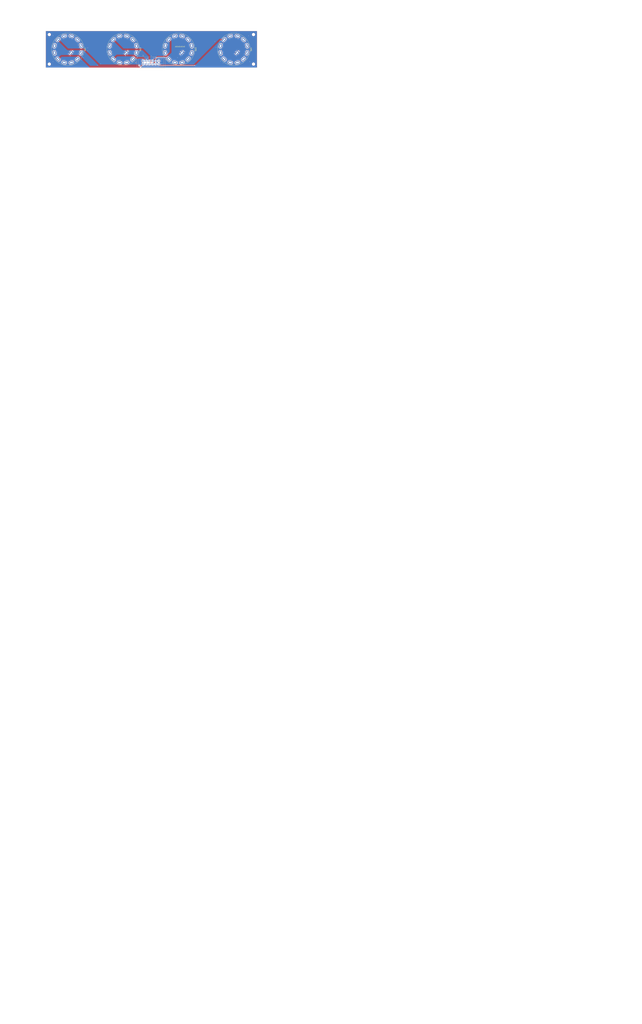
<source format=kicad_pcb>
(kicad_pcb
	(version 20240108)
	(generator "pcbnew")
	(generator_version "8.0")
	(general
		(thickness 1.6)
		(legacy_teardrops no)
	)
	(paper "A4")
	(layers
		(0 "F.Cu" signal)
		(31 "B.Cu" signal)
		(34 "B.Paste" user)
		(35 "F.Paste" user)
		(36 "B.SilkS" user "B.Silkscreen")
		(37 "F.SilkS" user "F.Silkscreen")
		(38 "B.Mask" user)
		(39 "F.Mask" user)
		(44 "Edge.Cuts" user)
		(45 "Margin" user)
		(46 "B.CrtYd" user "B.Courtyard")
		(47 "F.CrtYd" user "F.Courtyard")
		(48 "B.Fab" user)
		(49 "F.Fab" user)
	)
	(setup
		(stackup
			(layer "F.SilkS"
				(type "Top Silk Screen")
				(color "White")
			)
			(layer "F.Paste"
				(type "Top Solder Paste")
			)
			(layer "F.Mask"
				(type "Top Solder Mask")
				(color "Black")
				(thickness 0.01)
			)
			(layer "F.Cu"
				(type "copper")
				(thickness 0.035)
			)
			(layer "dielectric 1"
				(type "core")
				(thickness 1.51)
				(material "FR4")
				(epsilon_r 4.5)
				(loss_tangent 0.02)
			)
			(layer "B.Cu"
				(type "copper")
				(thickness 0.035)
			)
			(layer "B.Mask"
				(type "Bottom Solder Mask")
				(color "Black")
				(thickness 0.01)
			)
			(layer "B.Paste"
				(type "Bottom Solder Paste")
			)
			(layer "B.SilkS"
				(type "Bottom Silk Screen")
				(color "White")
			)
			(copper_finish "None")
			(dielectric_constraints yes)
		)
		(pad_to_mask_clearance 0)
		(allow_soldermask_bridges_in_footprints no)
		(aux_axis_origin 74 130)
		(grid_origin 74 130)
		(pcbplotparams
			(layerselection 0x00010fc_ffffffff)
			(plot_on_all_layers_selection 0x0000000_00000000)
			(disableapertmacros no)
			(usegerberextensions no)
			(usegerberattributes yes)
			(usegerberadvancedattributes yes)
			(creategerberjobfile yes)
			(dashed_line_dash_ratio 12.000000)
			(dashed_line_gap_ratio 3.000000)
			(svgprecision 4)
			(plotframeref no)
			(viasonmask no)
			(mode 1)
			(useauxorigin no)
			(hpglpennumber 1)
			(hpglpenspeed 20)
			(hpglpendiameter 15.000000)
			(pdf_front_fp_property_popups yes)
			(pdf_back_fp_property_popups yes)
			(dxfpolygonmode yes)
			(dxfimperialunits yes)
			(dxfusepcbnewfont yes)
			(psnegative no)
			(psa4output no)
			(plotreference yes)
			(plotvalue yes)
			(plotfptext yes)
			(plotinvisibletext no)
			(sketchpadsonfab no)
			(subtractmaskfromsilk no)
			(outputformat 1)
			(mirror no)
			(drillshape 0)
			(scaleselection 1)
			(outputdirectory "manufacturing/")
		)
	)
	(net 0 "")
	(net 1 "+3V3")
	(net 2 "/ATT Capt")
	(net 3 "/AIR Capt")
	(net 4 "/ATT FO")
	(net 5 "/AIR FO")
	(net 6 "/EIS Capt")
	(net 7 "unconnected-(J1-Pin_7-Pad7)")
	(net 8 "/EIS FO")
	(net 9 "GND")
	(net 10 "/ECAM Capt")
	(net 11 "VBUS")
	(net 12 "/ECAM FO")
	(net 13 "unconnected-(SW1-Pad2)")
	(net 14 "unconnected-(SW1-Pad3)")
	(net 15 "unconnected-(SW1-Pad7)")
	(net 16 "unconnected-(SW1-Pad6)")
	(net 17 "unconnected-(SW1-Pad4)")
	(net 18 "unconnected-(SW1-Pad10)")
	(net 19 "unconnected-(SW1-Pad9)")
	(net 20 "unconnected-(SW1-Pad1)")
	(net 21 "unconnected-(SW1-Pad11)")
	(net 22 "unconnected-(SW1-Pad12)")
	(net 23 "unconnected-(SW2-Pad2)")
	(net 24 "unconnected-(SW2-Pad3)")
	(net 25 "unconnected-(SW2-Pad7)")
	(net 26 "unconnected-(SW2-Pad6)")
	(net 27 "unconnected-(SW2-Pad4)")
	(net 28 "unconnected-(SW2-Pad10)")
	(net 29 "unconnected-(SW2-Pad9)")
	(net 30 "unconnected-(SW2-Pad1)")
	(net 31 "unconnected-(SW2-Pad11)")
	(net 32 "unconnected-(SW2-Pad12)")
	(net 33 "unconnected-(SW3-Pad2)")
	(net 34 "unconnected-(SW3-Pad3)")
	(net 35 "unconnected-(SW3-Pad7)")
	(net 36 "unconnected-(SW3-Pad6)")
	(net 37 "unconnected-(SW3-Pad4)")
	(net 38 "unconnected-(SW3-Pad10)")
	(net 39 "unconnected-(SW3-Pad9)")
	(net 40 "unconnected-(SW3-Pad1)")
	(net 41 "unconnected-(SW3-Pad11)")
	(net 42 "unconnected-(SW3-Pad12)")
	(net 43 "unconnected-(SW4-Pad2)")
	(net 44 "unconnected-(SW4-Pad3)")
	(net 45 "unconnected-(SW4-Pad7)")
	(net 46 "unconnected-(SW4-Pad6)")
	(net 47 "unconnected-(SW4-Pad1)")
	(net 48 "unconnected-(SW4-Pad10)")
	(net 49 "unconnected-(SW4-Pad9)")
	(net 50 "unconnected-(SW4-Pad4)")
	(net 51 "unconnected-(SW4-Pad11)")
	(net 52 "unconnected-(SW4-Pad12)")
	(footprint "MountingHole:MountingHole_2.2mm_M2" (layer "F.Cu") (at 243 127))
	(footprint "NiasStuff:C&K_Rotary_Switches" (layer "F.Cu") (at 227 115 -90))
	(footprint "MountingHole:MountingHole_2.2mm_M2" (layer "F.Cu") (at 77 127))
	(footprint "NiasStuff:C&K_Rotary_Switches" (layer "F.Cu") (at 182 115 -90))
	(footprint "NiasStuff:C&K_Rotary_Switches" (layer "F.Cu") (at 92 115 -90))
	(footprint "NiasStuff:C&K_Rotary_Switches" (layer "F.Cu") (at 137 115 -90))
	(footprint "MountingHole:MountingHole_2.2mm_M2" (layer "F.Cu") (at 243 103))
	(footprint "MountingHole:MountingHole_2.2mm_M2" (layer "F.Cu") (at 77 103))
	(footprint "Connector_IDC:IDC-Header_2x06_P2.54mm_Vertical" (layer "B.Cu") (at 153.3 124.46 -90))
	(gr_line
		(start 246 100)
		(end 74 100)
		(stroke
			(width 0.1)
			(type default)
		)
		(layer "Edge.Cuts")
		(uuid "4180de9c-72a9-4372-a0e6-21885a70859e")
	)
	(gr_line
		(start 246 130)
		(end 246 100)
		(stroke
			(width 0.1)
			(type default)
		)
		(layer "Edge.Cuts")
		(uuid "5c6d5c02-aabe-4484-bced-6faf57b1ac89")
	)
	(gr_line
		(start 74 100)
		(end 74 130)
		(stroke
			(width 0.1)
			(type default)
		)
		(layer "Edge.Cuts")
		(uuid "658482ab-e47e-41e2-b0a4-029602479ac5")
	)
	(gr_line
		(start 74 130)
		(end 246 130)
		(stroke
			(width 0.1)
			(type default)
		)
		(layer "Edge.Cuts")
		(uuid "6c260de4-b235-4139-8cd3-6a8379b8777c")
	)
	(gr_line
		(start 526.028976 391.206486)
		(end 525.706738 391.079431)
		(locked yes)
		(stroke
			(width 0.613409)
			(type solid)
		)
		(layer "F.Fab")
		(uuid "000605f7-d09d-42b3-95e3-428df9b2ad4d")
	)
	(gr_line
		(start 438.650647 95.161961)
		(end 438.511297 95.765806)
		(locked yes)
		(stroke
			(width 0.613699)
			(type solid)
		)
		(layer "F.Fab")
		(uuid "00088ac3-1bfc-4e33-9fbe-9190a1121e5c")
	)
	(gr_line
		(start 100.653418 334.425418)
		(end 100.867558 334.007315)
		(locked yes)
		(stroke
			(width 0.612998)
			(type solid)
		)
		(layer "F.Fab")
		(uuid "00233eff-4241-4a3d-9eac-6fecd5ac70bb")
	)
	(gr_line
		(start 506.805593 140.935512)
		(end 507.265738 140.804845)
		(locked yes)
		(stroke
			(width 0.612998)
			(type solid)
		)
		(layer "F.Fab")
		(uuid "002f8e6a-c999-4f52-b21b-819c1e2fd99f")
	)
	(gr_line
		(start 396.926741 761.091366)
		(end 396.934656 761.40442)
		(locked yes)
		(stroke
			(width 0.613409)
			(type solid)
		)
		(layer "F.Fab")
		(uuid "003472a7-e9c7-440a-94a8-7f1ea67acbd4")
	)
	(gr_line
		(start 422.657014 137.591086)
		(end 423.290796 137.542888)
		(locked yes)
		(stroke
			(width 0.613699)
			(type solid)
		)
		(layer "F.Fab")
		(uuid "00432e7e-9581-4d98-9c81-a83c06a5d2b0")
	)
	(gr_line
		(start 431.282095 81.146329)
		(end 431.834897 81.396275)
		(locked yes)
		(stroke
			(width 0.613699)
			(type solid)
		)
		(layer "F.Fab")
		(uuid "00442c20-4dde-4a70-9046-78cce46acc9e")
	)
	(gr_line
		(start 458.089899 99.118476)
		(end 457.789398 98.595805)
		(locked yes)
		(stroke
			(width 0.613699)
			(type solid)
		)
		(layer "F.Fab")
		(uuid "009093a4-af50-484f-ab2c-4fa4d150c025")
	)
	(gr_line
		(start 78.961944 354.031835)
		(end 78.883339 354.045798)
		(locked yes)
		(stroke
			(width 0.612998)
			(type solid)
		)
		(layer "F.Fab")
		(uuid "009e31d4-8050-4ed2-aacd-f3b39fc1c9b5")
	)
	(gr_line
		(start 351.716947 110.089467)
		(end 352.561506 109.982148)
		(locked yes)
		(stroke
			(width 0.834897)
			(type solid)
		)
		(layer "F.Fab")
		(uuid "00adaae8-4c74-4ea2-ac51-03182dad2382")
	)
	(gr_line
		(start 49.983855 324.98834)
		(end 49.997818 324.909734)
		(locked yes)
		(stroke
			(width 0.612998)
			(type solid)
		)
		(layer "F.Fab")
		(uuid "00bad4a4-4bc5-4447-932b-01c58737d9e4")
	)
	(gr_line
		(start 222.038847 380.732167)
		(end 222.42493 380.95416)
		(locked yes)
		(stroke
			(width 0.715585)
			(type solid)
		)
		(layer "F.Fab")
		(uuid "00dd887a-f2c0-49a3-aa2c-d3a926404083")
	)
	(gr_line
		(start 501.492966 337.386727)
		(end 502.333242 337.536785)
		(locked yes)
		(stroke
			(width 0.994409)
			(type solid)
		)
		(layer "F.Fab")
		(uuid "00e00f95-5669-4960-b898-211c88ad836b")
	)
	(gr_line
		(start 480.989215 90.131207)
		(end 481.098967 90.745834)
		(locked yes)
		(stroke
			(width 0.613699)
			(type solid)
		)
		(layer "F.Fab")
		(uuid "00e7208f-1dca-4a9c-a7bc-f8c45eade495")
	)
	(gr_line
		(start 176.379032 301.221363)
		(end 176.649379 300.84119)
		(locked yes)
		(stroke
			(width 0.612998)
			(type solid)
		)
		(layer "F.Fab")
		(uuid "0126fdec-4ed0-405f-96a8-bf8dcc22c5dd")
	)
	(gr_line
		(start 51.558684 323.638466)
		(end 78.640093 323.638466)
		(locked yes)
		(stroke
			(width 0.612998)
			(type solid)
		)
		(layer "F.Fab")
		(uuid "01272250-71b3-40c6-9372-33211803dab7")
	)
	(gr_line
		(start 340.686157 92.134164)
		(end 340.761151 92.72433)
		(locked yes)
		(stroke
			(width 0.745489)
			(type solid)
		)
		(layer "F.Fab")
		(uuid "0140af6f-2293-44e0-92cc-5cfdb612a714")
	)
	(gr_line
		(start 239.262218 373.502929)
		(end 239.930487 374.545326)
		(locked yes)
		(stroke
			(width 0.914526)
			(type solid)
		)
		(layer "F.Fab")
		(uuid "015195bd-713e-4438-8b57-1120f892e0d7")
	)
	(gr_line
		(start 131.631354 289.493767)
		(end 136.350136 289.493767)
		(locked yes)
		(stroke
			(width 0.923289)
			(type solid)
		)
		(layer "F.Fab")
		(uuid "01a210cb-45f4-4609-9580-bad11f4e6167")
	)
	(gr_line
		(start 220.385896 380.033917)
		(end 220.814268 380.178863)
		(locked yes)
		(stroke
			(width 0.715585)
			(type solid)
		)
		(layer "F.Fab")
		(uuid "01bbde9e-f889-43d6-a1a2-473147205433")
	)
	(gr_line
		(start 396.334766 758.766998)
		(end 396.456592 759.036471)
		(locked yes)
		(stroke
			(width 0.613409)
			(type solid)
		)
		(layer "F.Fab")
		(uuid "01bf2cc4-fa0e-488e-901f-f945cecfa919")
	)
	(gr_line
		(start 173.653527 433.405088)
		(end 174.05361 432.229977)
		(locked yes)
		(stroke
			(width 2.371089)
			(type solid)
		)
		(layer "F.Fab")
		(uuid "01d930e9-cc17-4b7f-988d-ae3777f28eaf")
	)
	(gr_line
		(start 385.502037 764.304147)
		(end 385.367692 764.041842)
		(locked yes)
		(stroke
			(width 0.613409)
			(type solid)
		)
		(layer "F.Fab")
		(uuid "01e3bf14-6a63-402b-afde-e5165db485e4")
	)
	(gr_line
		(start 78.883339 323.656757)
		(end 78.961944 323.670721)
		(locked yes)
		(stroke
			(width 0.612998)
			(type solid)
		)
		(layer "F.Fab")
		(uuid "01e618f4-1151-47ec-a8ac-6c0e9197a39b")
	)
	(gr_line
		(start 469.897676 159.457013)
		(end 469.437531 159.587679)
		(locked yes)
		(stroke
			(width 0.612998)
			(type solid)
		)
		(layer "F.Fab")
		(uuid "01e7e644-8d27-47ab-a8ba-c0019926ff08")
	)
	(gr_line
		(start 405.428136 469.796118)
		(end 405.539696 469.46641)
		(locked yes)
		(stroke
			(width 0.613409)
			(type solid)
		)
		(layer "F.Fab")
		(uuid "01eff2ad-4258-4867-9c2f-0a3e6118c425")
	)
	(gr_line
		(start 70.853738 184.555666)
		(end 71.360083 184.23102)
		(locked yes)
		(stroke
			(width 0.613699)
			(type solid)
		)
		(layer "F.Fab")
		(uuid "02030059-60ad-4a75-9f32-2eebedba0f35")
	)
	(gr_line
		(start 319.929823 101.43117)
		(end 319.579739 100.985686)
		(locked yes)
		(stroke
			(width 0.745489)
			(type solid)
		)
		(layer "F.Fab")
		(uuid "0211cbd5-247f-4c0e-83ea-9fe83e47ade6")
	)
	(gr_line
		(start 519.335724 151.187708)
		(end 519.274059 151.672986)
		(locked yes)
		(stroke
			(width 0.612998)
			(type solid)
		)
		(layer "F.Fab")
		(uuid "0218070a-d244-4c66-a1ed-314a4b228885")
	)
	(gr_line
		(start 180.645293 315.577555)
		(end 180.215766 315.38337)
		(locked yes)
		(stroke
			(width 0.612998)
			(type solid)
		)
		(layer "F.Fab")
		(uuid "021e880c-609f-4d33-982b-d74f4282ebd7")
	)
	(gr_line
		(start 80.003205 353.298271)
		(end 79.961851 353.362896)
		(locked yes)
		(stroke
			(width 0.612998)
			(type solid)
		)
		(layer "F.Fab")
		(uuid "02324b54-f36f-4648-b688-1f8dffba6878")
	)
	(gr_line
		(start 147.734556 102.79906)
		(end 148.346886 103.329475)
		(locked yes)
		(stroke
			(width 0.834897)
			(type solid)
		)
		(layer "F.Fab")
		(uuid "023c1398-635b-4413-be60-b82a0ea09d68")
	)
	(gr_line
		(start 368.971872 88.817509)
		(end 369.23228 88.30904)
		(locked yes)
		(stroke
			(width 0.745489)
			(type solid)
		)
		(layer "F.Fab")
		(uuid "024f2a1c-8005-4f30-a77f-cd3daa17253a")
	)
	(gr_line
		(start 160.434596 354.341282)
		(end 245.945501 354.341282)
		(locked yes)
		(stroke
			(width 0.834897)
			(type solid)
		)
		(layer "F.Fab")
		(uuid "025869bd-e316-4f1f-9cfb-4e0550108fc7")
	)
	(gr_line
		(start 387.951502 756.055227)
		(end 388.213807 755.920883)
		(locked yes)
		(stroke
			(width 0.613409)
			(type solid)
		)
		(layer "F.Fab")
		(uuid "0261f3ab-ba4f-4b59-b279-137ddfdd3683")
	)
	(gr_line
		(start 167.420177 851.397609)
		(end 161.951558 851.397609)
		(locked yes)
		(stroke
			(width 0.971549)
			(type solid)
		)
		(layer "F.Fab")
		(uuid "02760c2e-5f23-40bd-b58d-ae7b91105ba7")
	)
	(gr_line
		(start 70.36445 184.903644)
		(end 70.853738 184.555666)
		(locked yes)
		(stroke
			(width 0.613699)
			(type solid)
		)
		(layer "F.Fab")
		(uuid "02773476-912d-4710-9a72-d66b22c98600")
	)
	(gr_line
		(start 524.608414 197.335439)
		(end 521.514339 205.836354)
		(locked yes)
		(stroke
			(width 0.844549)
			(type solid)
		)
		(layer "F.Fab")
		(uuid "02e7ca73-03bb-4664-abbc-e3db0c34eff3")
	)
	(gr_line
		(start 512.112445 140.804845)
		(end 512.572591 140.935512)
		(locked yes)
		(stroke
			(width 0.612998)
			(type solid)
		)
		(layer "F.Fab")
		(uuid "0300f639-982c-4c00-93bc-b7b7fa78b6bb")
	)
	(gr_line
		(start 396.661159 759.595391)
		(end 396.743135 759.884073)
		(locked yes)
		(stroke
			(width 0.613409)
			(type solid)
		)
		(layer "F.Fab")
		(uuid "0312e0da-7972-4f68-9b94-be8597fcb7c5")
	)
	(gr_line
		(start 211.445384 382.014475)
		(end 211.779907 381.724704)
		(locked yes)
		(stroke
			(width 0.715585)
			(type solid)
		)
		(layer "F.Fab")
		(uuid "032f56d8-7179-4175-9fd8-f032d917e48b")
	)
	(gr_line
		(start 462.392159 158.722618)
		(end 461.98609 158.489134)
		(locked yes)
		(stroke
			(width 0.612998)
			(type solid)
		)
		(layer "F.Fab")
		(uuid "03360393-7d40-4aba-a2bd-879aae9175fd")
	)
	(gr_line
		(start 386.193981 103.70857)
		(end 385.715547 104.015304)
		(locked yes)
		(stroke
			(width 0.745489)
			(type solid)
		)
		(layer "F.Fab")
		(uuid "0344a92d-da80-4a51-9ad5-d46c42075c37")
	)
	(gr_line
		(start 388.759539 767.118707)
		(end 388.48328 767.009783)
		(locked yes)
		(stroke
			(width 0.613409)
			(type solid)
		)
		(layer "F.Fab")
		(uuid "035a975d-c58f-4e5d-87c2-ef76c4500222")
	)
	(gr_line
		(start 476.698255 149.697289)
		(end 476.710872 150.196281)
		(locked yes)
		(stroke
			(width 0.612998)
			(type solid)
		)
		(layer "F.Fab")
		(uuid "0395b2e5-2b13-423b-9c89-527c0f641d56")
	)
	(gr_line
		(start 172.744921 444.307382)
		(end 172.607627 443.0936)
		(locked yes)
		(stroke
			(width 2.371089)
			(type solid)
		)
		(layer "F.Fab")
		(uuid "039b708f-32ac-4945-a571-c10abf34fb60")
	)
	(gr_line
		(start 180.215766 297.902381)
		(end 180.645293 297.708196)
		(locked yes)
		(stroke
			(width 0.612998)
			(type solid)
		)
		(layer "F.Fab")
		(uuid "03ba8d66-2eea-4a9b-a472-e3ea974e7d1d")
	)
	(gr_line
		(start 370.501753 86.428921)
		(end 370.872377 86.001035)
		(locked yes)
		(stroke
			(width 0.745489)
			(type solid)
		)
		(layer "F.Fab")
		(uuid "03c6de7f-787a-4c6c-bc90-7bdb8d7e8dbe")
	)
	(gr_line
		(start 50.937419 323.763278)
		(end 51.009824 323.73483)
		(locked yes)
		(stroke
			(width 0.612998)
			(type solid)
		)
		(layer "F.Fab")
		(uuid "03c710eb-db43-4eeb-ae07-8699dcecec02")
	)
	(gr_line
		(start 149.854544 860.733783)
		(end 149.854544 879.623638)
		(locked yes)
		(stroke
			(width 0.971549)
			(type solid)
		)
		(layer "F.Fab")
		(uuid "03d2bb4e-27aa-4e6a-abe0-b29dd369c004")
	)
	(gr_line
		(start 182.942972 316.227843)
		(end 182.465462 316.142568)
		(locked yes)
		(stroke
			(width 0.612998)
			(type solid)
		)
		(layer "F.Fab")
		(uuid "03d32559-33ac-4b96-bb3b-e66db22cf745")
	)
	(gr_line
		(start 51.083926 323.709856)
		(end 51.159628 323.688453)
		(locked yes)
		(stroke
			(width 0.612998)
			(type solid)
		)
		(layer "F.Fab")
		(uuid "042a9e4e-0722-4c1f-a53d-576da9b51009")
	)
	(gr_line
		(start 406.136416 468.226726)
		(end 406.320987 467.93882)
		(locked yes)
		(stroke
			(width 0.613409)
			(type solid)
		)
		(layer "F.Fab")
		(uuid "042b75ed-a558-48d4-94b9-25bebd8e6e34")
	)
	(gr_line
		(start 111.620599 775.822067)
		(end 117.08918 775.822067)
		(locked yes)
		(stroke
			(width 0.971549)
			(type solid)
		)
		(layer "F.Fab")
		(uuid "044c73e5-0562-494d-975f-7d1a4eb8fe4d")
	)
	(gr_line
		(start 502.832495 157.052861)
		(end 502.511424 156.716102)
		(locked yes)
		(stroke
			(width 0.612998)
			(type solid)
		)
		(layer "F.Fab")
		(uuid "0461196f-4968-494c-8639-100754102832")
	)
	(gr_line
		(start 115.56191 331.146894)
		(end 115.91375 331.451666)
		(locked yes)
		(stroke
			(width 0.612998)
			(type solid)
		)
		(layer "F.Fab")
		(uuid "0470f885-0d38-420d-9d54-bb466c1305b8")
	)
	(gr_line
		(start 179.797664 298.11652)
		(end 180.215766 297.902381)
		(locked yes)
		(stroke
			(width 0.612998)
			(type solid)
		)
		(layer "F.Fab")
		(uuid "047498cc-7428-457e-957f-e228c2749e0f")
	)
	(gr_line
		(start 104.771895 347.155689)
		(end 104.365826 346.922205)
		(locked yes)
		(stroke
			(width 0.612998)
			(type solid)
		)
		(layer "F.Fab")
		(uuid "04afe5c2-00f2-469c-a60e-b9bb932aca8a")
	)
	(gr_line
		(start 76.555323 182.488539)
		(end 77.189099 182.440341)
		(locked yes)
		(stroke
			(width 0.613699)
			(type solid)
		)
		(layer "F.Fab")
		(uuid "04c12bbd-bee6-47ff-8984-e3931c0eb951")
	)
	(gr_line
		(start 88.804832 200.854441)
		(end 88.504331 201.377111)
		(locked yes)
		(stroke
			(width 0.613699)
			(type solid)
		)
		(layer "F.Fab")
		(uuid "04d988a9-a611-4a97-a93d-d0399c9d1d9d")
	)
	(gr_line
		(start 87.461284 186.966058)
		(end 87.831773 187.437554)
		(locked yes)
		(stroke
			(width 0.613699)
			(type solid)
		)
		(layer "F.Fab")
		(uuid "04e84a0c-3d5a-4d6b-891e-626e8572f4ae")
	)
	(gr_poly
		(pts
			(xy 73.179883 859.944839) (xy 73.179883 857.838146) (xy 76.99686 854.042176) (xy 79.115374 854.041478)
		)
		(locked yes)
		(stroke
			(width 0)
			(type solid)
		)
		(fill solid)
		(layer "F.Fab")
		(uuid "050bfc30-a9c6-441c-9438-b37ee68fae0a")
	)
	(gr_line
		(start 79.767621 353.598498)
		(end 79.712352 353.65118)
		(locked yes)
		(stroke
			(width 0.612998)
			(type solid)
		)
		(layer "F.Fab")
		(uuid "051afe90-04dc-4cb5-9263-8241581b0986")
	)
	(gr_line
		(start 533.494228 462.090991)
		(end 533.539389 462.04888)
		(locked yes)
		(stroke
			(width 0.904573)
			(type solid)
		)
		(layer "F.Fab")
		(uuid "05213936-3453-44c5-b8a4-bb4a6c27338a")
	)
	(gr_line
		(start 68.593544 168.717919)
		(end 68.201298 168.265045)
		(locked yes)
		(stroke
			(width 0.613699)
			(type solid)
		)
		(layer "F.Fab")
		(uuid "05342953-60f6-41c2-a9ac-2a4e04cb24f2")
	)
	(gr_line
		(start 407.959431 466.219994)
		(end 408.237637 466.022156)
		(locked yes)
		(stroke
			(width 0.613409)
			(type solid)
		)
		(layer "F.Fab")
		(uuid "053ea2d9-1140-40e3-8963-f826dfe6a954")
	)
	(gr_line
		(start 506.355045 159.304564)
		(end 505.914703 159.130942)
		(locked yes)
		(stroke
			(width 0.612998)
			(type solid)
		)
		(layer "F.Fab")
		(uuid "055fa924-e301-4c44-96c9-8c930c198e8b")
	)
	(gr_line
		(start 482.598237 349.179314)
		(end 482.866503 348.386483)
		(locked yes)
		(stroke
			(width 0.994409)
			(type solid)
		)
		(layer "F.Fab")
		(uuid "05747927-4bd6-41c7-a367-9d42636524e0")
	)
	(gr_line
		(start 72.420804 149.075621)
		(end 72.973612 148.825677)
		(locked yes)
		(stroke
			(width 0.613699)
			(type solid)
		)
		(layer "F.Fab")
		(uuid "05c9f95f-3b35-441b-bd6d-1e955e4c1190")
	)
	(gr_line
		(start 436.054375 84.707461)
		(end 436.424861 85.178958)
		(locked yes)
		(stroke
			(width 0.613699)
			(type solid)
		)
		(layer "F.Fab")
		(uuid "05cb67b4-e2e1-4d12-92df-ca55125977a2")
	)
	(gr_line
		(start 79.107285 182.48854)
		(end 79.731845 182.567913)
		(locked yes)
		(stroke
			(width 0.613699)
			(type solid)
		)
		(layer "F.Fab")
		(uuid "05d0bc81-942e-45ca-b730-a7ce3ea8c340")
	)
	(gr_line
		(start 240.549115 375.621222)
		(end 241.116487 376.729001)
		(locked yes)
		(stroke
			(width 0.914526)
			(type solid)
		)
		(layer "F.Fab")
		(uuid "05dbfa15-7cb4-4ec7-a4b0-2258bed485b7")
	)
	(gr_line
		(start 87.069033 186.513189)
		(end 87.461284 186.966058)
		(locked yes)
		(stroke
			(width 0.613699)
			(type solid)
		)
		(layer "F.Fab")
		(uuid "05f9077e-c1c0-4eff-b543-d3927c13fcaa")
	)
	(gr_line
		(start 557.442847 461.808328)
		(end 557.499571 461.821611)
		(locked yes)
		(stroke
			(width 0.904573)
			(type solid)
		)
		(layer "F.Fab")
		(uuid "0601bb4c-28d8-4b1f-b508-3dbbf30f1d84")
	)
	(gr_line
		(start 50.195571 324.404285)
		(end 50.236925 324.339659)
		(locked yes)
		(stroke
			(width 0.612998)
			(type solid)
		)
		(layer "F.Fab")
		(uuid "06100aa7-63b9-4c70-9630-eda8d3fd70e7")
	)
	(gr_line
		(start 516.86676 143.676428)
		(end 517.171532 144.028269)
		(locked yes)
		(stroke
			(width 0.612998)
			(type solid)
		)
		(layer "F.Fab")
		(uuid "062bd4f0-c798-42d7-97e6-d81ce6378f3e")
	)
	(gr_line
		(start 175.158932 303.759377)
		(end 175.311381 303.308828)
		(locked yes)
		(stroke
			(width 0.612998)
			(type solid)
		)
		(layer "F.Fab")
		(uuid "062cf003-8e5f-42b5-984f-730b1687b14b")
	)
	(gr_line
		(start 378.395322 82.198431)
		(end 378.994171 82.152892)
		(locked yes)
		(stroke
			(width 0.745489)
			(type solid)
		)
		(layer "F.Fab")
		(uuid "06505807-513c-453f-826a-8dd3e0b1bc36")
	)
	(gr_line
		(start 476.229808 82.645055)
		(end 476.701252 83.015578)
		(locked yes)
		(stroke
			(width 0.613699)
			(type solid)
		)
		(layer "F.Fab")
		(uuid "065e97bc-9756-4124-8a4d-b671a4e83fbd")
	)
	(gr_line
		(start 438.511297 95.765806)
		(end 438.343128 96.358083)
		(locked yes)
		(stroke
			(width 0.613699)
			(type solid)
		)
		(layer "F.Fab")
		(uuid "065f6507-55d8-4ffb-99d3-c7c29787afdc")
	)
	(gr_poly
		(pts
			(xy 355.166741 773.176724) (xy 355.862357 773.848776) (xy 355.862357 778.171923) (xy 353.447776 778.171923)
			(xy 353.447853 773.848776) (xy 354.14347 773.176724) (xy 354.14347 769.816542) (xy 355.166741 769.816542)
		)
		(locked yes)
		(stroke
			(width 0)
			(type solid)
		)
		(fill solid)
		(layer "F.Fab")
		(uuid "0669aa2b-1ca7-464f-8506-d9cbec2a41d7")
	)
	(gr_line
		(start 428.939525 80.419071)
		(end 429.543303 80.558439)
		(locked yes)
		(stroke
			(width 0.613699)
			(type solid)
		)
		(layer "F.Fab")
		(uuid "0676f874-8d33-420d-8b4b-5ad083058585")
	)
	(gr_line
		(start 482.368302 349.989033)
		(end 482.598237 349.179314)
		(locked yes)
		(stroke
			(width 0.994409)
			(type solid)
		)
		(layer "F.Fab")
		(uuid "0682be8b-ede1-4343-a150-44fdaa95339d")
	)
	(gr_line
		(start 417.186608 84.254586)
		(end 417.599829 83.821127)
		(locked yes)
		(stroke
			(width 0.613699)
			(type solid)
		)
		(layer "F.Fab")
		(uuid "068c72fd-a128-4bf3-b48a-6d98a9a41890")
	)
	(gr_line
		(start 465.644071 80.558435)
		(end 466.247855 80.419069)
		(locked yes)
		(stroke
			(width 0.613699)
			(type solid)
		)
		(layer "F.Fab")
		(uuid "06a60b20-42d7-49c9-908b-5c8ddc96c568")
	)
	(gr_line
		(start 533.294572 481.431972)
		(end 533.260377 481.374913)
		(locked yes)
		(stroke
			(width 0.904573)
			(type solid)
		)
		(layer "F.Fab")
		(uuid "06c30212-0f1e-4ba8-b3f5-7d3481658b9c")
	)
	(gr_line
		(start 412.205042 479.002122)
		(end 411.839886 478.992889)
		(locked yes)
		(stroke
			(width 0.613409)
			(type solid)
		)
		(layer "F.Fab")
		(uuid "06e1b00a-e6d6-4ef6-9f12-d2b2652e7c44")
	)
	(gr_line
		(start 514.616778 360.895227)
		(end 514.275069 361.651067)
		(locked yes)
		(stroke
			(width 0.994409)
			(type solid)
		)
		(layer "F.Fab")
		(uuid "070e113d-6ed8-40bd-80a2-734a650930be")
	)
	(gr_line
		(start 176.126812 311.670962)
		(end 175.893327 311.264894)
		(locked yes)
		(stroke
			(width 0.612998)
			(type solid)
		)
		(layer "F.Fab")
		(uuid "0736868e-e17a-4d88-8b9a-c70bd613369a")
	)
	(gr_line
		(start 85.298124 150.324395)
		(end 85.76957 150.694917)
		(locked yes)
		(stroke
			(width 0.613699)
			(type solid)
		)
		(layer "F.Fab")
		(uuid "073ae6d6-8384-48a7-9c47-c0e1e2c0766a")
	)
	(gr_line
		(start 209.537622 384.44434)
		(end 209.759615 384.058257)
		(locked yes)
		(stroke
			(width 0.715585)
			(type solid)
		)
		(layer "F.Fab")
		(uuid "07540ab9-d94e-4735-bf31-824434b07578")
	)
	(gr_line
		(start 154.708899 685.237984)
		(end 154.708899 693.292376)
		(locked yes)
		(stroke
			(width 0.717548)
			(type solid)
		)
		(layer "F.Fab")
		(uuid "0754a9b8-1a68-4bbf-814b-453a2b33b736")
	)
	(gr_line
		(start 336.530623 103.02971)
		(end 336.085137 103.379792)
		(locked yes)
		(stroke
			(width 0.745489)
			(type solid)
		)
		(layer "F.Fab")
		(uuid "0756f6dc-09b4-45a2-b42e-be024c2caec1")
	)
	(gr_line
		(start 50.122198 324.539714)
		(end 50.157296 324.471002)
		(locked yes)
		(stroke
			(width 0.612998)
			(type solid)
		)
		(layer "F.Fab")
		(uuid "07593c65-c9d4-4dc2-bd1b-79dbc9433a74")
	)
	(gr_line
		(start 389.379042 87.336747)
		(end 389.685759 87.815205)
		(locked yes)
		(stroke
			(width 0.745489)
			(type solid)
		)
		(layer "F.Fab")
		(uuid "0760bdec-5042-434e-97ad-e09e5535a185")
	)
	(gr_line
		(start 456.844207 96.358069)
		(end 456.676034 95.765794)
		(locked yes)
		(stroke
			(width 0.613699)
			(type solid)
		)
		(layer "F.Fab")
		(uuid "07990805-1dec-4e93-bb89-bb5beabfc4a5")
	)
	(gr_line
		(start 189.447769 314.935746)
		(end 189.041701 315.169231)
		(locked yes)
		(stroke
			(width 0.612998)
			(type solid)
		)
		(layer "F.Fab")
		(uuid "07a70382-fbb2-4278-8b58-a85916575dff")
	)
	(gr_line
		(start 438.904188 92.646577)
		(end 438.887949 93.288855)
		(locked yes)
		(stroke
			(width 0.613699)
			(type solid)
		)
		(layer "F.Fab")
		(uuid "07ba21fd-5633-461d-a5ef-073f8f3c6be7")
	)
	(gr_line
		(start 518.215447 154.818287)
		(end 517.981963 155.224354)
		(locked yes)
		(stroke
			(width 0.612998)
			(type solid)
		)
		(layer "F.Fab")
		(uuid "07da63e9-248f-4d21-8be5-277734e70bcb")
	)
	(gr_line
		(start 227.053708 96.402278)
		(end 227.053747 98.945456)
		(locked yes)
		(stroke
			(width 1.977389)
			(type solid)
		)
		(layer "F.Fab")
		(uuid "0801d8f0-8c2a-44f2-bf9f-249b75223ecd")
	)
	(gr_line
		(start 492.25261 369.975801)
		(end 491.496771 369.634093)
		(locked yes)
		(stroke
			(width 0.994409)
			(type solid)
		)
		(layer "F.Fab")
		(uuid "080acedd-a53e-4e50-9a9a-f53c56c5f81d")
	)
	(gr_line
		(start 474.173476 81.396275)
		(end 474.711574 81.671905)
		(locked yes)
		(stroke
			(width 0.613699)
			(type solid)
		)
		(layer "F.Fab")
		(uuid "081265e0-318a-4a48-9b7a-f8f37883d7bb")
	)
	(gr_line
		(start 220.584981 362.308293)
		(end 221.870753 362.471676)
		(locked yes)
		(stroke
			(width 0.914526)
			(type solid)
		)
		(layer "F.Fab")
		(uuid "0842b355-58ce-405c-981c-fd579aa22f7a")
	)
	(gr_line
		(start 65.605031 192.389816)
		(end 65.744384 191.785971)
		(locked yes)
		(stroke
			(width 0.613699)
			(type solid)
		)
		(layer "F.Fab")
		(uuid "086a820f-f74f-4460-b7d8-07842a62bd57")
	)
	(gr_line
		(start 85.740463 100.271635)
		(end 86.506817 99.969471)
		(locked yes)
		(stroke
			(width 0.834897)
			(type solid)
		)
		(layer "F.Fab")
		(uuid "087ce349-3630-46df-a771-697db330fee5")
	)
	(gr_line
		(start 390.2301 99.042582)
		(end 389.969692 99.551051)
		(locked yes)
		(stroke
			(width 0.745489)
			(type solid)
		)
		(layer "F.Fab")
		(uuid "08804084-534f-46a9-97e7-738a0760399f")
	)
	(gr_line
		(start 413.960788 93.288852)
		(end 413.944548 92.646577)
		(locked yes)
		(stroke
			(width 0.613699)
			(type solid)
		)
		(layer "F.Fab")
		(uuid "08a47f18-b755-4086-9c9d-fcd91754fa4b")
	)
	(gr_line
		(start 111.817267 329.237917)
		(end 112.277412 329.368584)
		(locked yes)
		(stroke
			(width 0.612998)
			(type solid)
		)
		(layer "F.Fab")
		(uuid "08c2ac5f-ef7a-4805-a5ab-aa4957d504d4")
	)
	(gr_line
		(start 437.097416 86.174693)
		(end 437.397917 86.697363)
		(locked yes)
		(stroke
			(width 0.613699)
			(type solid)
		)
		(layer "F.Fab")
		(uuid "08e07763-4b51-4de2-858d-3a1c004c2eeb")
	)
	(gr_line
		(start 338.80804 87.336747)
		(end 339.114777 87.815205)
		(locked yes)
		(stroke
			(width 0.745489)
			(type solid)
		)
		(layer "F.Fab")
		(uuid "08f8c87a-c53a-49aa-8242-601536bba3cd")
	)
	(gr_line
		(start 243.128015 382.689663)
		(end 243.353954 383.954849)
		(locked yes)
		(stroke
			(width 0.914526)
			(type solid)
		)
		(layer "F.Fab")
		(uuid "09335b0e-5aa7-47f2-94ae-2c868f282ad8")
	)
	(gr_line
		(start 391.777678 755.391087)
		(end 392.077255 755.444586)
		(locked yes)
		(stroke
			(width 0.613409)
			(type solid)
		)
		(layer "F.Fab")
		(uuid "093e9eb4-a08c-4d27-b648-cb36b269c31a")
	)
	(gr_line
		(start 142.358645 211.691811)
		(end 142.358645 218.86366)
		(locked yes)
		(stroke
			(width 0.794838)
			(type solid)
		)
		(layer "F.Fab")
		(uuid "0945f6c0-725a-476c-bbd4-2bedd8bbd298")
	)
	(gr_line
		(start 557.555299 481.934078)
		(end 557.499571 481.950944)
		(locked yes)
		(stroke
			(width 0.904573)
			(type solid)
		)
		(layer "F.Fab")
		(uuid "094d18cf-2b7f-4956-96bc-bfd9d9427e44")
	)
	(gr_line
		(start 389.924781 767.417752)
		(end 389.625203 767.364254)
		(locked yes)
		(stroke
			(width 0.613409)
			(type solid)
		)
		(layer "F.Fab")
		(uuid "0960804c-9948-418c-a48f-bbd2fa12e6e3")
	)
	(gr_line
		(start 412.433895 154.865912)
		(end 412.210437 154.299128)
		(locked yes)
		(stroke
			(width 0.613699)
			(type solid)
		)
		(layer "F.Fab")
		(uuid "09cddd9e-b7ce-4c5b-ab2d-14b48295987f")
	)
	(gr_line
		(start 225.95462 384.841864)
		(end 226.139248 385.25025)
		(locked yes)
		(stroke
			(width 0.715585)
			(type solid)
		)
		(layer "F.Fab")
		(uuid "09e0a9a0-bc4a-48c6-9a4f-45f1933e714a")
	)
	(gr_line
		(start 216.240294 379.725658)
		(end 216.701689 379.667028)
		(locked yes)
		(stroke
			(width 0.715585)
			(type solid)
		)
		(layer "F.Fab")
		(uuid "0a01e275-6290-432f-8bb3-85a5ceb625c7")
	)
	(gr_line
		(start 111.348134 348.129026)
		(end 110.870623 348.214301)
		(locked yes)
		(stroke
			(width 0.612998)
			(type solid)
		)
		(layer "F.Fab")
		(uuid "0a117b81-ecba-4139-92b0-b0f38c4cd763")
	)
	(gr_line
		(start 369.82293 87.336747)
		(end 370.15169 86.874405)
		(locked yes)
		(stroke
			(width 0.745489)
			(type solid)
		)
		(layer "F.Fab")
		(uuid "0a20cd79-d08e-41e1-998b-b86be4036eb8")
	)
	(gr_line
		(start 502.206652 156.364262)
		(end 501.918788 155.997951)
		(locked yes)
		(stroke
			(width 0.612998)
			(type solid)
		)
		(layer "F.Fab")
		(uuid "0a4bffb7-c8c5-4692-b79b-3b6687f53d24")
	)
	(gr_line
		(start 524.223188 390.227349)
		(end 523.955126 390.016693)
		(locked yes)
		(stroke
			(width 0.613409)
			(type solid)
		)
		(layer "F.Fab")
		(uuid "0a70c4b9-a986-4c85-95d4-befe16516019")
	)
	(gr_line
		(start 348.484525 110.919035)
		(end 349.268637 110.65372)
		(locked yes)
		(stroke
			(width 0.834897)
			(type solid)
		)
		(layer "F.Fab")
		(uuid "0a718200-2c9c-4217-aa85-e024a235a598")
	)
	(gr_line
		(start 230.454794 99.288311)
		(end 231.271253 99.476749)
		(locked yes)
		(stroke
			(width 0.834897)
			(type solid)
		)
		(layer "F.Fab")
		(uuid "0ada593b-9d19-40a8-a6f3-21c498cfc9f8")
	)
	(gr_line
		(start 396.934656 761.40442)
		(end 396.926741 761.717473)
		(locked yes)
		(stroke
			(width 0.613409)
			(type solid)
		)
		(layer "F.Fab")
		(uuid "0aded04a-9303-4a91-a556-0f118eb51a85")
	)
	(gr_line
		(start 411.1244 464.892037)
		(end 411.479523 464.846911)
		(locked yes)
		(stroke
			(width 0.613409)
			(type solid)
		)
		(layer "F.Fab")
		(uuid "0aecf4b4-ccc7-4c9d-a445-1fa96ec920b5")
	)
	(gr_line
		(start 396.743135 759.884073)
		(end 396.811063 760.178394)
		(locked yes)
		(stroke
			(width 0.613409)
			(type solid)
		)
		(layer "F.Fab")
		(uuid "0af165cc-3b03-4799-af41-378808fdf4af")
	)
	(gr_line
		(start 317.952537 89.875388)
		(end 318.163687 89.339872)
		(locked yes)
		(stroke
			(width 0.745489)
			(type solid)
		)
		(layer "F.Fab")
		(uuid "0b18e4d6-fe71-418b-84dd-0c2df6df642d")
	)
	(gr_line
		(start 529.898879 391.492902)
		(end 529.549441 391.555306)
		(locked yes)
		(stroke
			(width 0.613409)
			(type solid)
		)
		(layer "F.Fab")
		(uuid "0b2f227d-4727-48bf-8250-13984a2aef6f")
	)
	(gr_line
		(start 532.285852 556.312907)
		(end 519.052551 559.870985)
		(locked yes)
		(stroke
			(width 1.225549)
			(type solid)
		)
		(layer "F.Fab")
		(uuid "0b3ad07b-9f64-4cf3-aa90-4351a5e3da4d")
	)
	(gr_poly
		(pts
			(xy 87.199066 652.914143) (xy 85.857675 647.906464) (xy 88.540457 647.906464)
		)
		(locked yes)
		(stroke
			(width 0)
			(type solid)
		)
		(fill solid)
		(layer "F.Fab")
		(uuid "0b44d94e-c37b-4bbe-9cf7-bfdb1f85402b")
	)
	(gr_line
		(start 437.923443 87.788385)
		(end 438.1469 88.35517)
		(locked yes)
		(stroke
			(width 0.613699)
			(type solid)
		)
		(layer "F.Fab")
		(uuid "0b459a44-9210-42e7-8942-3180f9100976")
	)
	(gr_line
		(start 382.547987 82.508807)
		(end 383.107561 82.667715)
		(locked yes)
		(stroke
			(width 0.745489)
			(type solid)
		)
		(layer "F.Fab")
		(uuid "0b586882-a7a6-4ce5-bfa8-0d0e81156a33")
	)
	(gr_line
		(start 173.197234 446.712389)
		(end 172.941486 445.514384)
		(locked yes)
		(stroke
			(width 2.371089)
			(type solid)
		)
		(layer "F.Fab")
		(uuid "0b5ee9b5-c20a-4b15-b815-3f3a1ac299f6")
	)
	(gr_line
		(start 111.620599 832.507832)
		(end 117.08918 832.507832)
		(locked yes)
		(stroke
			(width 0.971549)
			(type solid)
		)
		(layer "F.Fab")
		(uuid "0b828298-9fb1-47ae-948d-fe323fbe9619")
	)
	(gr_line
		(start 416.172447 466.022156)
		(end 416.450653 466.219994)
		(locked yes)
		(stroke
			(width 0.613409)
			(type solid)
		)
		(layer "F.Fab")
		(uuid "0b8bd515-54f5-4387-b09c-323b19aba7e0")
	)
	(gr_line
		(start 532.982471 390.016693)
		(end 532.714409 390.227349)
		(locked yes)
		(stroke
			(width 0.613409)
			(type solid)
		)
		(layer "F.Fab")
		(uuid "0be245a5-15ea-41b2-9956-6e50ebefd5cc")
	)
	(gr_line
		(start 484.301422 345.405476)
		(end 484.745255 344.713164)
		(locked yes)
		(stroke
			(width 0.994409)
			(type solid)
		)
		(layer "F.Fab")
		(uuid "0bec996e-ac3a-4265-8258-ad8810cdbd3d")
	)
	(gr_line
		(start 558.280272 481.191156)
		(end 558.222576 481.315693)
		(locked yes)
		(stroke
			(width 0.904573)
			(type solid)
		)
		(layer "F.Fab")
		(uuid "0c18a6c2-7cc3-4070-967e-a38b9d28861b")
	)
	(gr_line
		(start 456.283127 92.646577)
		(end 456.299366 92.0043)
		(locked yes)
		(stroke
			(width 0.613699)
			(type solid)
		)
		(layer "F.Fab")
		(uuid "0c1b8771-1af5-4bae-917f-dd7267916dcb")
	)
	(gr_line
		(start 416.718715 466.43065)
		(end 416.976187 466.65368)
		(locked yes)
		(stroke
			(width 0.613409)
			(type solid)
		)
		(layer "F.Fab")
		(uuid "0c3e98e7-e17a-468c-90aa-af3ea90d8641")
	)
	(gr_line
		(start 517.729742 144.774755)
		(end 517.981963 145.168181)
		(locked yes)
		(stroke
			(width 0.612998)
			(type solid)
		)
		(layer "F.Fab")
		(uuid "0c632c1f-064b-4e83-9680-8fcf9f006bb6")
	)
	(gr_line
		(start 51.083926 353.9927)
		(end 51.009824 353.967725)
		(locked yes)
		(stroke
			(width 0.612998)
			(type solid)
		)
		(layer "F.Fab")
		(uuid "0c6c15ce-3d95-4a10-878c-9901d5e8e8b2")
	)
	(gr_line
		(start 456.347561 93.922695)
		(end 456.299366 93.288852)
		(locked yes)
		(stroke
			(width 0.613699)
			(type solid)
		)
		(layer "F.Fab")
		(uuid "0c6f83bf-e157-452d-a60d-8104e49d61cb")
	)
	(gr_line
		(start 527.038718 377.589308)
		(end 527.388156 377.526905)
		(locked yes)
		(stroke
			(width 0.613409)
			(type solid)
		)
		(layer "F.Fab")
		(uuid "0c7fb520-29a9-448c-bc39-07a9aabc46cd")
	)
	(gr_line
		(start 436.772835 99.624885)
		(end 436.424889 100.114223)
		(locked yes)
		(stroke
			(width 0.613699)
			(type solid)
		)
		(layer "F.Fab")
		(uuid "0c869621-ce3a-49c2-b282-fcb39e59638a")
	)
	(gr_line
		(start 478.763439 85.178958)
		(end 479.111381 85.668297)
		(locked yes)
		(stroke
			(width 0.613699)
			(type solid)
		)
		(layer "F.Fab")
		(uuid "0c90964f-f8be-4f34-b851-a6d9e1aa0f74")
	)
	(gr_line
		(start 413.944548 92.646577)
		(end 413.960788 92.0043)
		(locked yes)
		(stroke
			(width 0.613699)
			(type solid)
		)
		(layer "F.Fab")
		(uuid "0cb5b9c1-63bb-4bfa-8e1f-30c85c879304")
	)
	(gr_line
		(start 238.545922 372.495645)
		(end 239.262218 373.502929)
		(locked yes)
		(stroke
			(width 0.914526)
			(type solid)
		)
		(layer "F.Fab")
		(uuid "0ccff035-624e-42d2-bf5e-34ed54e077be")
	)
	(gr_line
		(start 521.013749 471.886278)
		(end 517.007792 471.886278)
		(locked yes)
		(stroke
			(width 0.904573)
			(type solid)
		)
		(layer "F.Fab")
		(uuid "0cd2b16c-cb77-4572-b2d8-270b0262deb2")
	)
	(gr_line
		(start 161.951558 851.397609)
		(end 161.951558 870.44133)
		(locked yes)
		(stroke
			(width 0.971549)
			(type solid)
		)
		(layer "F.Fab")
		(uuid "0cd73707-d26f-4f83-a332-a76bfbc7b321")
	)
	(gr_line
		(start 79.820303 353.543229)
		(end 79.767621 353.598498)
		(locked yes)
		(stroke
			(width 0.612998)
			(type solid)
		)
		(layer "F.Fab")
		(uuid "0cfe7b8e-1706-4711-8668-f75cf47abe07")
	)
	(gr_line
		(start 74.179783 758.233916)
		(end 79.36594 758.233916)
		(locked yes)
		(stroke
			(width 2.495549)
			(type solid)
		)
		(layer "F.Fab")
		(uuid "0d033163-a4ed-430c-904a-ad7e9b597466")
	)
	(gr_line
		(start 189.841195 298.602225)
		(end 190.221368 298.872572)
		(locked yes)
		(stroke
			(width 0.612998)
			(type solid)
		)
		(layer "F.Fab")
		(uuid "0d0a39c6-517c-4811-8727-378e7e4fbc23")
	)
	(gr_poly
		(pts
			(xy 48.486119 890.130283) (xy 48.486119 892.237597) (xy 41.291868 885.043307) (xy 41.291868 882.935994)
		)
		(locked yes)
		(stroke
			(width 0)
			(type solid)
		)
		(fill solid)
		(layer "F.Fab")
		(uuid "0d265b2d-e092-4565-a641-3ca9dc72bcdd")
	)
	(gr_line
		(start 87.069033 203.29721)
		(end 86.655805 203.730669)
		(locked yes)
		(stroke
			(width 0.613699)
			(type solid)
		)
		(layer "F.Fab")
		(uuid "0d26de28-3a09-403a-a992-0ed800ad9c21")
	)
	(gr_line
		(start 104.365826 330.336463)
		(end 104.771895 330.102979)
		(locked yes)
		(stroke
			(width 0.612998)
			(type solid)
		)
		(layer "F.Fab")
		(uuid "0d2cb25b-7549-4f09-b211-99eccc63f5b1")
	)
	(gr_line
		(start 80.136848 353.01983)
		(end 80.1084 353.092234)
		(locked yes)
		(stroke
			(width 0.612998)
			(type solid)
		)
		(layer "F.Fab")
		(uuid "0d3ddf58-f482-4f8f-bd51-a9dc2b12a9d3")
	)
	(gr_line
		(start 533.944363 380.027417)
		(end 534.155018 380.29548)
		(locked yes)
		(stroke
			(width 0.613409)
			(type solid)
		)
		(layer "F.Fab")
		(uuid "0d53979e-f407-4e82-a630-d70e7a88cdd7")
	)
	(gr_line
		(start 90.246654 159.049791)
		(end 90.294847 159.683637)
		(locked yes)
		(stroke
			(width 0.613699)
			(type solid)
		)
		(layer "F.Fab")
		(uuid "0d5f0a9c-c348-42e9-a5a5-ab5d18d1f105")
	)
	(gr_line
		(start 420.814094 137.919585)
		(end 421.417879 137.780218)
		(locked yes)
		(stroke
			(width 0.613699)
			(type solid)
		)
		(layer "F.Fab")
		(uuid "0d6862d3-d1bf-412d-9e2e-d5d45841fac3")
	)
	(gr_line
		(start 392.660259 767.214349)
		(end 392.371576 767.296325)
		(locked yes)
		(stroke
			(width 0.613409)
			(type solid)
		)
		(layer "F.Fab")
		(uuid "0d6ad7bf-48cf-474c-b0e0-7b3ef37fb1d8")
	)
	(gr_line
		(start 249.037482 781.328785)
		(end 253.231257 778.907537)
		(locked yes)
		(stroke
			(width 0.613409)
			(type solid)
		)
		(layer "F.Fab")
		(uuid "0d8cb191-cacd-478d-8b45-f3a016e7a488")
	)
	(gr_line
		(start 431.399831 140.006205)
		(end 431.871275 140.376728)
		(locked yes)
		(stroke
			(width 0.613699)
			(type solid)
		)
		(layer "F.Fab")
		(uuid "0da9bb7e-1d34-4f06-a0d0-d9f886926a15")
	)
	(gr_line
		(start 493.820311 337.957251)
		(end 494.630029 337.727317)
		(locked yes)
		(stroke
			(width 0.994409)
			(type solid)
		)
		(layer "F.Fab")
		(uuid "0dedcdab-c48c-4ef2-a194-efa15e4c9986")
	)
	(gr_line
		(start 79.594453 353.748394)
		(end 79.532019 353.792728)
		(locked yes)
		(stroke
			(width 0.612998)
			(type solid)
		)
		(layer "F.Fab")
		(uuid "0df41912-b298-4a54-80e9-0174e2ba7bc9")
	)
	(gr_line
		(start 406.729478 476.419894)
		(end 406.518823 476.151834)
		(locked yes)
		(stroke
			(width 0.613409)
			(type solid)
		)
		(layer "F.Fab")
		(uuid "0e0474b9-9a91-4d9e-9f0e-9963b9eb825d")
	)
	(gr_line
		(start 167.420177 794.663165)
		(end 161.951558 794.663165)
		(locked yes)
		(stroke
			(width 0.971549)
			(type solid)
		)
		(layer "F.Fab")
		(uuid "0e1a6c3c-6658-4d67-b04b-d6b3dcda8c1a")
	)
	(gr_line
		(start 437.397951 98.595818)
		(end 437.09745 99.118489)
		(locked yes)
		(stroke
			(width 0.613699)
			(type solid)
		)
		(layer "F.Fab")
		(uuid "0e216d4e-ef08-4c14-85e5-cbd1d30ccd62")
	)
	(gr_line
		(start 438.1469 88.35517)
		(end 438.343108 88.935091)
		(locked yes)
		(stroke
			(width 0.613699)
			(type solid)
		)
		(layer "F.Fab")
		(uuid "0e3d847a-21ef-4159-9b2b-105b52859408")
	)
	(gr_line
		(start 66.10876 190.61377)
		(end 66.332215 190.046984)
		(locked yes)
		(stroke
			(width 0.613699)
			(type solid)
		)
		(layer "F.Fab")
		(uuid "0e4658ce-e579-4aa7-9cd4-155ef0b86135")
	)
	(gr_line
		(start 479.468999 526.723706)
		(end 488.153817 545.412797)
		(locked yes)
		(stroke
			(width 1.225549)
			(type solid)
		)
		(layer "F.Fab")
		(uuid "0e528415-3ec3-4464-8bdb-405fb1d9d905")
	)
	(gr_line
		(start 558.36751 480.920347)
		(end 558.328777 481.059121)
		(locked yes)
		(stroke
			(width 0.904573)
			(type solid)
		)
		(layer "F.Fab")
		(uuid "0e76060c-5779-41eb-8b8e-1d8cf7cbbd68")
	)
	(gr_line
		(start 494.630029 370.779521)
		(end 493.820311 370.549587)
		(locked yes)
		(stroke
			(width 0.994409)
			(type solid)
		)
		(layer "F.Fab")
		(uuid "0e76abdf-5629-4ef7-8c72-0eef558c3829")
	)
	(gr_line
		(start 414.505628 88.935078)
		(end 414.701836 88.355156)
		(locked yes)
		(stroke
			(width 0.613699)
			(type solid)
		)
		(layer "F.Fab")
		(uuid "0e80bc4a-05ba-4e8c-bb3a-6ced1a48f3f1")
	)
	(gr_line
		(start 472.474092 80.726627)
		(end 473.053951 80.922852)
		(locked yes)
		(stroke
			(width 0.613699)
			(type solid)
		)
		(layer "F.Fab")
		(uuid "0eac8551-120e-4b01-a565-a5fc22666175")
	)
	(gr_line
		(start 74.712416 182.817034)
		(end 75.316197 182.677669)
		(locked yes)
		(stroke
			(width 0.613699)
			(type solid)
		)
		(layer "F.Fab")
		(uuid "0ebccf70-92dc-4eab-96e5-20eeffc6d867")
	)
	(gr_line
		(start 394.941593 765.907487)
		(end 394.720858 766.098691)
		(locked yes)
		(stroke
			(width 0.613409)
			(type solid)
		)
		(layer "F.Fab")
		(uuid "0ec3180c-ed21-4a3b-bde5-989bdc0d294c")
	)
	(gr_line
		(start 412.01423 153.719208)
		(end 411.846057 153.126935)
		(locked yes)
		(stroke
			(width 0.613699)
			(type solid)
		)
		(layer "F.Fab")
		(uuid "0ef2c14b-8173-4ac8-b384-8e19ef7e3fe7")
	)
	(gr_line
		(start 464.590824 159.587679)
		(end 464.130679 159.457013)
		(locked yes)
		(stroke
			(width 0.612998)
			(type solid)
		)
		(layer "F.Fab")
		(uuid "0f0f11fc-7710-4162-927c-a314250eec45")
	)
	(gr_line
		(start 509.190102 140.512184)
		(end 509.689092 140.499567)
		(locked yes)
		(stroke
			(width 0.612998)
			(type solid)
		)
		(layer "F.Fab")
		(uuid "0f28d4b9-67c6-4f7a-b9c4-4626c61ec92b")
	)
	(gr_line
		(start 227.958563 364.194641)
		(end 229.096615 364.709143)
		(locked yes)
		(stroke
			(width 0.914526)
			(type solid)
		)
		(layer "F.Fab")
		(uuid "0f40347b-3367-48cb-a985-5f7d9b323539")
	)
	(gr_line
		(start 115.652795 870.41203)
		(end 129.185961 870.41203)
		(locked yes)
		(stroke
			(width 0.971549)
			(type solid)
		)
		(layer "F.Fab")
		(uuid "0f479184-0fca-4901-a76d-d386d506296a")
	)
	(gr_line
		(start 415.587387 478.145695)
		(end 415.281425 478.302397)
		(locked yes)
		(stroke
			(width 0.613409)
			(type solid)
		)
		(layer "F.Fab")
		(uuid "0f4eb99b-edf9-4585-a622-033fd9712e5f")
	)
	(gr_line
		(start 521.691892 386.651225)
		(end 521.596272 386.314495)
		(locked yes)
		(stroke
			(width 0.613409)
			(type solid)
		)
		(layer "F.Fab")
		(uuid "0f5b43ac-c92d-4d8c-9203-3496eca51241")
	)
	(gr_line
		(start 231.271253 99.476749)
		(end 232.072071 99.704155)
		(locked yes)
		(stroke
			(width 0.834897)
			(type solid)
		)
		(layer "F.Fab")
		(uuid "0fa7ca7a-8049-4e30-8259-b61daef80ff6")
	)
	(gr_line
		(start 102.216245 332.109497)
		(end 102.537316 331.772737)
		(locked yes)
		(stroke
			(width 0.612998)
			(type solid)
		)
		(layer "F.Fab")
		(uuid "0fa9aa84-ca01-46fa-8b96-df04f802f0d4")
	)
	(gr_line
		(start 233.431585 443.556953)
		(end 233.271212 444.771408)
		(locked yes)
		(stroke
			(width 2.371089)
			(type solid)
		)
		(layer "F.Fab")
		(uuid "0fc10dc6-a8ef-4722-9966-7e8af0983c1b")
	)
	(gr_line
		(start 219.048348 379.725658)
		(end 219.502356 379.806736)
		(locked yes)
		(stroke
			(width 0.715585)
			(type solid)
		)
		(layer "F.Fab")
		(uuid "0fc1afb0-6241-48e9-8aad-945736948439")
	)
	(gr_line
		(start 181.085635 297.534574)
		(end 181.536184 297.382125)
		(locked yes)
		(stroke
			(width 0.612998)
			(type solid)
		)
		(layer "F.Fab")
		(uuid "0fcde5b6-b98a-4188-a0d1-fe33c9a19a87")
	)
	(gr_line
		(start 247.416884 754.933419)
		(end 246.163549 759.610963)
		(locked yes)
		(stroke
			(width 0.613409)
			(type solid)
		)
		(layer "F.Fab")
		(uuid "0fd86ef3-a046-4a95-a8f3-ba1b7cc7ccea")
	)
	(gr_line
		(start 409.442982 478.444498)
		(end 409.128659 478.302397)
		(locked yes)
		(stroke
			(width 0.613409)
			(type solid)
		)
		(layer "F.Fab")
		(uuid "0fe530b7-1ed5-40a6-8ea8-4cfd61ed4edd")
	)
	(gr_line
		(start 457.367545 151.187708)
		(end 457.3301 150.69527)
		(locked yes)
		(stroke
			(width 0.612998)
			(type solid)
		)
		(layer "F.Fab")
		(uuid "0fec73f6-4d04-494a-9328-f5e83b926f9d")
	)
	(gr_line
		(start 491.496771 369.634093)
		(end 490.761035 369.257271)
		(locked yes)
		(stroke
			(width 0.994409)
			(type solid)
		)
		(layer "F.Fab")
		(uuid "0ff255cf-5fbb-4910-847b-18bd3469ec80")
	)
	(gr_line
		(start 389.0422 755.59449)
		(end 389.330882 755.512514)
		(locked yes)
		(stroke
			(width 0.613409)
			(type solid)
		)
		(layer "F.Fab")
		(uuid "1058589e-dc31-4970-9a13-381aa9d7508c")
	)
	(gr_line
		(start 318.163687 98.520219)
		(end 317.952537 97.984703)
		(locked yes)
		(stroke
			(width 0.745489)
			(type solid)
		)
		(layer "F.Fab")
		(uuid "1062101b-a547-45f9-955b-0dc85f543c22")
	)
	(gr_line
		(start 530.242185 391.413667)
		(end 529.898879 391.492902)
		(locked yes)
		(stroke
			(width 0.613409)
			(type solid)
		)
		(layer "F.Fab")
		(uuid "109405f6-8bb1-43e6-aa52-c349d603e84b")
	)
	(gr_line
		(start 69.006766 169.151384)
		(end 68.593544 168.717919)
		(locked yes)
		(stroke
			(width 0.613699)
			(type solid)
		)
		(layer "F.Fab")
		(uuid "10e22bcd-1462-4c44-aeb9-426352eccaef")
	)
	(gr_line
		(start 475.948857 153.97066)
		(end 475.754672 154.400185)
		(locked yes)
		(stroke
			(width 0.612998)
			(type solid)
		)
		(layer "F.Fab")
		(uuid "1127c8c0-3a74-46d2-8c5a-0906561c1400")
	)
	(gr_line
		(start 50.122198 353.162841)
		(end 50.090376 353.092234)
		(locked yes)
		(stroke
			(width 0.612998)
			(type solid)
		)
		(layer "F.Fab")
		(uuid "112cf930-c853-4612-be31-39a2aed7dbb4")
	)
	(gr_line
		(start 115.91375 345.807002)
		(end 115.56191 346.111774)
		(locked yes)
		(stroke
			(width 0.612998)
			(type solid)
		)
		(layer "F.Fab")
		(uuid "113b640f-8c1d-4705-9244-82a19ca5c519")
	)
	(gr_line
		(start 458.089899 86.174681)
		(end 458.414512 85.668286)
		(locked yes)
		(stroke
			(width 0.613699)
			(type solid)
		)
		(layer "F.Fab")
		(uuid "1176434f-faab-4dbc-b197-c71c63da2eb6")
	)
	(gr_line
		(start 176.649379 312.444561)
		(end 176.379032 312.064388)
		(locked yes)
		(stroke
			(width 0.612998)
			(type solid)
		)
		(layer "F.Fab")
		(uuid "11ad6811-c546-4197-86f4-62f69899acc4")
	)
	(gr_line
		(start 533.944363 389.054794)
		(end 533.721335 389.312268)
		(locked yes)
		(stroke
			(width 0.613409)
			(type solid)
		)
		(layer "F.Fab")
		(uuid "120b0cfa-49d0-4332-a8ca-034b5bc3eb65")
	)
	(gr_line
		(start 372.10021 103.02971)
		(end 371.672347 102.659067)
		(locked yes)
		(stroke
			(width 0.745489)
			(type solid)
		)
		(layer "F.Fab")
		(uuid "1210d751-d8df-46fd-9590-2634f790cbcc")
	)
	(gr_line
		(start 533.294572 462.340576)
		(end 533.368916 462.233315)
		(locked yes)
		(stroke
			(width 0.904573)
			(type solid)
		)
		(layer "F.Fab")
		(uuid "124ec455-44da-4cd4-bbda-a82c88e535e6")
	)
	(gr_line
		(start 391.153334 96.306646)
		(end 391.021664 96.877175)
		(locked yes)
		(stroke
			(width 0.745489)
			(type solid)
		)
		(layer "F.Fab")
		(uuid "12553469-ac20-4554-b011-62145c64561b")
	)
	(gr_line
		(start 174.318702 450.230266)
		(end 173.88593 449.072546)
		(locked yes)
		(stroke
			(width 2.371089)
			(type solid)
		)
		(layer "F.Fab")
		(uuid "125aea80-8bc2-406b-bc5e-44afe9c1b453")
	)
	(gr_line
		(start 193.919375 308.597096)
		(end 193.811099 309.066229)
		(locked yes)
		(stroke
			(width 0.612998)
			(type solid)
		)
		(layer "F.Fab")
		(uuid "12657d37-1514-4d8b-a639-974555cb17f2")
	)
	(gr_line
		(start 89.750016 198.616705)
		(end 89.553811 199.196629)
		(locked yes)
		(stroke
			(width 0.613699)
			(type solid)
		)
		(layer "F.Fab")
		(uuid "1273989a-6bfb-4f6a-a31e-93265dd3a0e0")
	)
	(gr_line
		(start 459.525186 84.254586)
		(end 459.938408 83.821127)
		(locked yes)
		(stroke
			(width 0.613699)
			(type solid)
		)
		(layer "F.Fab")
		(uuid "12bfc298-f874-42b6-a8e1-3c0db29ef0c7")
	)
	(gr_line
		(start 435.655502 145.71632)
		(end 435.851709 146.296241)
		(locked yes)
		(stroke
			(width 0.613699)
			(type solid)
		)
		(layer "F.Fab")
		(uuid "12c22c5e-d0e5-493a-b138-45466fe80d24")
	)
	(gr_line
		(start 232.072071 99.704155)
		(end 232.856188 99.969471)
		(locked yes)
		(stroke
			(width 0.834897)
			(type solid)
		)
		(layer "F.Fab")
		(uuid "12e86558-6f17-4544-a5c6-f68d5bb9af46")
	)
	(gr_line
		(start 114.815425 330.588683)
		(end 115.195598 330.85903)
		(locked yes)
		(stroke
			(width 0.612998)
			(type solid)
		)
		(layer "F.Fab")
		(uuid "12f26990-5cf9-497a-8247-239f11462d29")
	)
	(gr_poly
		(pts
			(xy 64.668969 902.28241) (xy 58.334161 905.940016) (xy 58.334161 898.624959)
		)
		(locked yes)
		(stroke
			(width 0)
			(type solid)
		)
		(fill solid)
		(layer "F.Fab")
		(uuid "12f3211e-c7f7-4af4-8884-dc409baa8079")
	)
	(gr_line
		(start 340.761151 92.72433)
		(end 340.80669 93.323205)
		(locked yes)
		(stroke
			(width 0.745489)
			(type solid)
		)
		(layer "F.Fab")
		(uuid "13046305-aaef-4b30-8ca5-b5c87e78dbef")
	)
	(gr_line
		(start 388.213807 766.887957)
		(end 387.951502 766.753612)
		(locked yes)
		(stroke
			(width 0.613409)
			(type solid)
		)
		(layer "F.Fab")
		(uuid "134ec747-2fc8-4f71-bfa3-f3e1171777fd")
	)
	(gr_line
		(start 558.406024 463.071317)
		(end 558.413349 463.146906)
		(locked yes)
		(stroke
			(width 0.904573)
			(type solid)
		)
		(layer "F.Fab")
		(uuid "13676325-7692-4133-ba13-b5410b9aa90a")
	)
	(gr_line
		(start 525.392415 378.144883)
		(end 525.706738 378.00278)
		(locked yes)
		(stroke
			(width 0.613409)
			(type solid)
		)
		(layer "F.Fab")
		(uuid "138d89de-74a9-414b-bbf2-74997f406f99")
	)
	(gr_line
		(start 534.124135 481.979665)
		(end 534.065638 481.973832)
		(locked yes)
		(stroke
			(width 0.904573)
			(type solid)
		)
		(layer "F.Fab")
		(uuid "13954f1f-c244-4709-b34c-302f73b11cf8")
	)
	(gr_line
		(start 533.951268 481.950944)
		(end 533.89554 481.934078)
		(locked yes)
		(stroke
			(width 0.904573)
			(type solid)
		)
		(layer "F.Fab")
		(uuid "13ef39a4-2500-4d3a-a08f-a4c759a70ed5")
	)
	(gr_line
		(start 519.001547 229.133808)
		(end 519.001547 220.087345)
		(locked yes)
		(stroke
			(width 0.844549)
			(type solid)
		)
		(layer "F.Fab")
		(uuid "1417f697-82c0-4fbd-965c-10f24460a8a8")
	)
	(gr_line
		(start 431.834897 81.396275)
		(end 432.372996 81.671905)
		(locked yes)
		(stroke
			(width 0.613699)
			(type solid)
		)
		(layer "F.Fab")
		(uuid "1420e898-88c5-42a3-87fa-1b1dfabd1d5a")
	)
	(gr_line
		(start 89.330356 190.046984)
		(end 89.553811 190.61377)
		(locked yes)
		(stroke
			(width 0.613699)
			(type solid)
		)
		(layer "F.Fab")
		(uuid "14362bc6-9829-4769-8c3a-4ca432d4d237")
	)
	(gr_line
		(start 208.424884 409.805958)
		(end 208.424884 388.838866)
		(locked yes)
		(stroke
			(width 0.715585)
			(type solid)
		)
		(layer "F.Fab")
		(uuid "144d479b-8821-488b-b680-a131e33b25d6")
	)
	(gr_line
		(start 88.504331 166.797827)
		(end 88.179717 167.304223)
		(locked yes)
		(stroke
			(width 0.613699)
			(type solid)
		)
		(layer "F.Fab")
		(uuid "14a050b8-2acc-42ff-a3a7-8d77f1f9c496")
	)
	(gr_line
		(start 107.439692 348.129026)
		(end 106.970559 348.020751)
		(locked yes)
		(stroke
			(width 0.612998)
			(type solid)
		)
		(layer "F.Fab")
		(uuid "14bff5b2-69bd-4fba-b203-a6aa1078835f")
	)
	(gr_line
		(start 384.190954 104.79583)
		(end 383.655463 105.006977)
		(locked yes)
		(stroke
			(width 0.745489)
			(type solid)
		)
		(layer "F.Fab")
		(uuid "14de2aee-ffaf-4f8b-a4da-cdf5985289b5")
	)
	(gr_line
		(start 116.876353 344.79733)
		(end 116.571581 345.149171)
		(locked yes)
		(stroke
			(width 0.612998)
			(type solid)
		)
		(layer "F.Fab")
		(uuid "14e8fa01-f5b0-423b-a7f6-1ac4c666dce9")
	)
	(gr_line
		(start 90.733657 218.86366)
		(end 90.733657 211.691811)
		(locked yes)
		(stroke
			(width 0.794838)
			(type solid)
		)
		(layer "F.Fab")
		(uuid "14f24716-468f-4132-9973-b0ca3ed33538")
	)
	(gr_line
		(start 331.976618 105.351284)
		(end 331.40609 105.482961)
		(locked yes)
		(stroke
			(width 0.745489)
			(type solid)
		)
		(layer "F.Fab")
		(uuid "14fadd39-3c7f-4add-858d-88d2a64e4ceb")
	)
	(gr_line
		(start 396.811063 762.630446)
		(end 396.743135 762.924767)
		(locked yes)
		(stroke
			(width 0.613409)
			(type solid)
		)
		(layer "F.Fab")
		(uuid "15163a53-336a-426a-ba44-5c87eb780979")
	)
	(gr_line
		(start 407.187461 466.888637)
		(end 407.433897 466.65368)
		(locked yes)
		(stroke
			(width 0.613409)
			(type solid)
		)
		(layer "F.Fab")
		(uuid "15376a46-46fa-4fcc-95ad-ca91484a7233")
	)
	(gr_line
		(start 193.811099 304.219522)
		(end 193.919375 304.688655)
		(locked yes)
		(stroke
			(width 0.612998)
			(type solid)
		)
		(layer "F.Fab")
		(uuid "156ee1a0-3181-4666-9ba7-9e1c80db156e")
	)
	(gr_line
		(start 220.814268 380.178863)
		(end 221.232937 380.34394)
		(locked yes)
		(stroke
			(width 0.715585)
			(type solid)
		)
		(layer "F.Fab")
		(uuid "15700944-686f-40e1-b4c1-17a2fc5759dc")
	)
	(gr_line
		(start 436.772803 85.668297)
		(end 437.097416 86.174693)
		(locked yes)
		(stroke
			(width 0.613699)
			(type solid)
		)
		(layer "F.Fab")
		(uuid "15790ac6-8a50-499a-b782-5bf8146094e3")
	)
	(gr_line
		(start 507.409541 224.33228)
		(end 513.80636 217.935461)
		(locked yes)
		(stroke
			(width 0.844549)
			(type solid)
		)
		(layer "F.Fab")
		(uuid "158f1101-b484-40fa-95a6-876170d42fe2")
	)
	(gr_line
		(start 485.727542 343.399574)
		(end 486.26385 342.78044)
		(locked yes)
		(stroke
			(width 0.994409)
			(type solid)
		)
		(layer "F.Fab")
		(uuid "15a59f92-7623-4a7a-8200-49db8d7727a9")
	)
	(gr_line
		(start 210.530159 382.974453)
		(end 210.81993 382.639929)
		(locked yes)
		(stroke
			(width 0.715585)
			(type solid)
		)
		(layer "F.Fab")
		(uuid "15de5027-4d81-4742-bb8d-b28a11a849a9")
	)
	(gr_line
		(start 173.98292 100.982267)
		(end 174.710572 100.609587)
		(locked yes)
		(stroke
			(width 0.834897)
			(type solid)
		)
		(layer "F.Fab")
		(uuid "15deaa73-43a4-4668-8c5c-edc25f72e443")
	)
	(gr_line
		(start 470.788567 159.130942)
		(end 470.348224 159.304564)
		(locked yes)
		(stroke
			(width 0.612998)
			(type solid)
		)
		(layer "F.Fab")
		(uuid "15e7893c-d96f-4a4a-ab15-2215475eb11a")
	)
	(gr_line
		(start 222.83624 99.476749)
		(end 223.652699 99.288311)
		(locked yes)
		(stroke
			(width 0.834897)
			(type solid)
		)
		(layer "F.Fab")
		(uuid "160bc694-7df4-4e02-b4d5-2a1dc879f5e4")
	)
	(gr_line
		(start 99.709835 339.128324)
		(end 99.697218 338.629334)
		(locked yes)
		(stroke
			(width 0.612998)
			(type solid)
		)
		(layer "F.Fab")
		(uuid "161afeb4-6aeb-4172-9a1e-0df1d35469a0")
	)
	(gr_line
		(start 378.994171 105.707198)
		(end 378.395322 105.661659)
		(locked yes)
		(stroke
			(width 0.745489)
			(type solid)
		)
		(layer "F.Fab")
		(uuid "162da8e6-949f-4e51-842c-94f5bfa083a5")
	)
	(gr_line
		(start 137.868441 98.967415)
		(end 138.725464 99.032584)
		(locked yes)
		(stroke
			(width 0.834897)
			(type solid)
		)
		(layer "F.Fab")
		(uuid "163ae894-2b37-44a4-ac8b-94827a169c02")
	)
	(gr_line
		(start 80.231147 325.149364)
		(end 80.233212 325.231586)
		(locked yes)
		(stroke
			(width 0.612998)
			(type solid)
		)
		(layer "F.Fab")
		(uuid "1653d802-1a05-4d62-ac00-4edc38d98e35")
	)
	(gr_line
		(start 71.882699 149.351249)
		(end 72.420804 149.075621)
		(locked yes)
		(stroke
			(width 0.613699)
			(type solid)
		)
		(layer "F.Fab")
		(uuid "1673fbac-5bfa-4891-adb3-f00928ec395f")
	)
	(gr_line
		(start 65.495281 193.004446)
		(end 65.605031 192.389816)
		(locked yes)
		(stroke
			(width 0.613699)
			(type solid)
		)
		(layer "F.Fab")
		(uuid "1681d436-342b-4914-84c8-4806fb8459b2")
	)
	(gr_line
		(start 193.919375 304.688655)
		(end 194.00465 305.166166)
		(locked yes)
		(stroke
			(width 0.612998)
			(type solid)
		)
		(layer "F.Fab")
		(uuid "1684f61f-2f0b-4cab-ae22-ecfceb62046e")
	)
	(gr_line
		(start 525.086453 378.301589)
		(end 525.392415 378.144883)
		(locked yes)
		(stroke
			(width 0.613409)
			(type solid)
		)
		(layer "F.Fab")
		(uuid "168d801b-1a37-435c-a473-3bc0bdf977b5")
	)
	(gr_line
		(start 89.080435 200.316281)
		(end 88.804832 200.854441)
		(locked yes)
		(stroke
			(width 0.613699)
			(type solid)
		)
		(layer "F.Fab")
		(uuid "16981036-843d-4017-8651-c1562f92e78d")
	)
	(gr_line
		(start 467.513168 140.512184)
		(end 468.005607 140.54963)
		(locked yes)
		(stroke
			(width 0.612998)
			(type solid)
		)
		(layer "F.Fab")
		(uuid "16a41673-77b6-4037-baf6-692641613f36")
	)
	(gr_line
		(start 119.090608 338.629334)
		(end 119.077991 339.128324)
		(locked yes)
		(stroke
			(width 0.612998)
			(type solid)
		)
		(layer "F.Fab")
		(uuid "16aba39d-95de-4073-9a04-1266fe69da03")
	)
	(gr_line
		(start 384.775718 761.091366)
		(end 384.79921 760.782423)
		(locked yes)
		(stroke
			(width 0.613409)
			(type solid)
		)
		(layer "F.Fab")
		(uuid "16b552ac-fa90-4602-89ba-3cbe36a69ff3")
	)
	(gr_line
		(start 414.337455 89.527353)
		(end 414.505628 88.935078)
		(locked yes)
		(stroke
			(width 0.613699)
			(type solid)
		)
		(layer "F.Fab")
		(uuid "16b56ff2-983d-4b93-9a03-abe4ccff3be7")
	)
	(gr_line
		(start 173.276211 101.388615)
		(end 173.98292 100.982267)
		(locked yes)
		(stroke
			(width 0.834897)
			(type solid)
		)
		(layer "F.Fab")
		(uuid "16d712ae-cf5a-4e3d-8f28-276f867d12b1")
	)
	(gr_line
		(start 149.854544 766.18374)
		(end 149.854544 785.230872)
		(locked yes)
		(stroke
			(width 0.971549)
			(type solid)
		)
		(layer "F.Fab")
		(uuid "16e9aa49-779d-4679-9732-b02cc3069299")
	)
	(gr_line
		(start 408.09041 547.498639)
		(end 389.465888 556.213378)
		(locked yes)
		(stroke
			(width 1.225549)
			(type solid)
		)
		(layer "F.Fab")
		(uuid "16f4a6b8-a92d-4103-bca3-3c62d127ad9b")
	)
	(gr_line
		(start 524.501393 390.425187)
		(end 524.223188 390.227349)
		(locked yes)
		(stroke
			(width 0.613409)
			(type solid)
		)
		(layer "F.Fab")
		(uuid "16fc5503-84be-40e3-8651-39b10052d163")
	)
	(gr_line
		(start 406.518823 476.151834)
		(end 406.320987 475.87363)
		(locked yes)
		(stroke
			(width 0.613409)
			(type solid)
		)
		(layer "F.Fab")
		(uuid "1712de0c-c47b-42ef-9651-41dbdcd92c6f")
	)
	(gr_line
		(start 414.008982 91.370454)
		(end 414.088348 90.745825)
		(locked yes)
		(stroke
			(width 0.613699)
			(type solid)
		)
		(layer "F.Fab")
		(uuid "171af52a-a57f-42cb-b4de-30d2884e11ca")
	)
	(gr_line
		(start 49.965564 328.636494)
		(end 49.965564 325.231586)
		(locked yes)
		(stroke
			(width 0.612998)
			(type solid)
		)
		(layer "F.Fab")
		(uuid "172f2002-905c-4519-b74e-6c2bc4933d5a")
	)
	(gr_line
		(start 406.136416 475.585728)
		(end 405.965555 475.288574)
		(locked yes)
		(stroke
			(width 0.613409)
			(type solid)
		)
		(layer "F.Fab")
		(uuid "17310669-438d-4dbe-bd9c-60fb46c2e269")
	)
	(gr_line
		(start 389.625203 767.364254)
		(end 389.330882 767.296325)
		(locked yes)
		(stroke
			(width 0.613409)
			(type solid)
		)
		(layer "F.Fab")
		(uuid "1732b81f-70cf-42a2-851c-dab32f6f3453")
	)
	(gr_line
		(start 222.798991 381.193967)
		(end 223.160453 381.451008)
		(locked yes)
		(stroke
			(width 0.715585)
			(type solid)
		)
		(layer "F.Fab")
		(uuid "17614f06-5e28-4acb-a6fd-ac6f7dfd939e")
	)
	(gr_line
		(start 525.086453 390.780622)
		(end 524.789297 390.60976)
		(locked yes)
		(stroke
			(width 0.613409)
			(type solid)
		)
		(layer "F.Fab")
		(uuid "17664818-8618-4ad8-9ed2-8ab210679d58")
	)
	(gr_line
		(start 413.960788 92.0043)
		(end 414.008982 91.370454)
		(locked yes)
		(stroke
			(width 0.613699)
			(type solid)
		)
		(layer "F.Fab")
		(uuid "177473ea-e70b-4ee6-9d1a-918fdd88318c")
	)
	(gr_line
		(start 117.08918 870.44133)
		(end 111.620599 870.44133)
		(locked yes)
		(stroke
			(width 0.971549)
			(type solid)
		)
		(layer "F.Fab")
		(uuid "178523de-0bf8-43a2-8204-6a5bb2a46deb")
	)
	(gr_line
		(start 396.200422 758.504692)
		(end 396.334766 758.766998)
		(locked yes)
		(stroke
			(width 0.613409)
			(type solid)
		)
		(layer "F.Fab")
		(uuid "178dd204-256a-47ad-b30c-b111b6990cf9")
	)
	(gr_line
		(start 79.917517 324.277226)
		(end 79.961851 324.339659)
		(locked yes)
		(stroke
			(width 0.612998)
			(type solid)
		)
		(layer "F.Fab")
		(uuid "179538e8-e47d-4d7a-95f3-e93cff52cb08")
	)
	(gr_line
		(start 193.160177 302.438959)
		(end 193.354362 302.868486)
		(locked yes)
		(stroke
			(width 0.612998)
			(type solid)
		)
		(layer "F.Fab")
		(uuid "17aad883-0cc9-4aa5-a82f-0ecbda706fdf")
	)
	(gr_line
		(start 515.611034 350.814568)
		(end 515.761093 351.654846)
		(locked yes)
		(stroke
			(width 0.994409)
			(type solid)
		)
		(layer "F.Fab")
		(uuid "17ae131d-fbcf-4660-991b-387ccb08f72f")
	)
	(gr_line
		(start 83.241783 183.654878)
		(end 83.779884 183.930508)
		(locked yes)
		(stroke
			(width 0.613699)
			(type solid)
		)
		(layer "F.Fab")
		(uuid "17b92912-cb77-4c0b-819f-ccb816c5d4a3")
	)
	(gr_line
		(start 226.573505 386.534789)
		(end 226.676452 386.980831)
		(locked yes)
		(stroke
			(width 0.715585)
			(type solid)
		)
		(layer "F.Fab")
		(uuid "17c5f5fa-5a53-410d-9623-e794d142862d")
	)
	(gr_line
		(start 49.973759 325.068249)
		(end 49.983855 324.98834)
		(locked yes)
		(stroke
			(width 0.612998)
			(type solid)
		)
		(layer "F.Fab")
		(uuid "17d155dc-0318-49ae-b76f-f8c64100930a")
	)
	(gr_line
		(start 436.019898 153.126943)
		(end 435.85173 153.719218)
		(locked yes)
		(stroke
			(width 0.613699)
			(type solid)
		)
		(layer "F.Fab")
		(uuid "17ef423a-af8f-4408-af8b-c69a8ed8aaff")
	)
	(gr_line
		(start 172.802523 652.307746)
		(end 172.802523 660.362138)
		(locked yes)
		(stroke
			(width 0.717548)
			(type solid)
		)
		(layer "F.Fab")
		(uuid "17f0dd0c-f6ba-4835-9580-e38863cbf9ed")
	)
	(gr_line
		(start 223.843258 382.014475)
		(end 224.163444 382.319744)
		(locked yes)
		(stroke
			(width 0.715585)
			(type solid)
		)
		(layer "F.Fab")
		(uuid "17faf13f-88d8-46bf-949c-c9dfc04c542e")
	)
	(gr_line
		(start 394.720858 756.710148)
		(end 394.941593 756.901353)
		(locked yes)
		(stroke
			(width 0.613409)
			(type solid)
		)
		(layer "F.Fab")
		(uuid "180ccff3-e1c0-4807-90b1-76f98587fd9a")
	)
	(gr_line
		(start 507.027769 369.257271)
		(end 506.292033 369.634093)
		(locked yes)
		(stroke
			(width 0.994409)
			(type solid)
		)
		(layer "F.Fab")
		(uuid "183c850a-953d-4c16-8aaf-12ceb8921038")
	)
	(gr_line
		(start 319.250958 87.336747)
		(end 319.579739 86.874405)
		(locked yes)
		(stroke
			(width 0.745489)
			(type solid)
		)
		(layer "F.Fab")
		(uuid "1858f9ef-f047-4722-8f45-43885e6cf270")
	)
	(gr_line
		(start 557.91145 462.04888)
		(end 557.95661 462.090991)
		(locked yes)
		(stroke
			(width 0.904573)
			(type solid)
		)
		(layer "F.Fab")
		(uuid "186a09a7-a861-481c-b655-17682ae72598")
	)
	(gr_line
		(start 148.346886 103.329475)
		(end 148.932973 103.888255)
		(locked yes)
		(stroke
			(width 0.834897)
			(type solid)
		)
		(layer "F.Fab")
		(uuid "186a7e72-b76b-4e48-9f18-970e5e94223b")
	)
	(gr_line
		(start 164.450785 660.362138)
		(end 164.450785 652.307746)
		(locked yes)
		(stroke
			(width 0.717548)
			(type solid)
		)
		(layer "F.Fab")
		(uuid "186ab869-e2f7-4a2d-adae-1d1918d85080")
	)
	(gr_line
		(start 129.185961 879.623638)
		(end 129.185961 898.667359)
		(locked yes)
		(stroke
			(width 0.971549)
			(type solid)
		)
		(layer "F.Fab")
		(uuid "189a4b74-9ea5-4385-9a96-66d35778ae7b")
	)
	(gr_line
		(start 433.401946 82.297079)
		(end 433.89123 82.645055)
		(locked yes)
		(stroke
			(width 0.613699)
			(type solid)
		)
		(layer "F.Fab")
		(uuid "18a4c150-5e5b-4fd1-baca-9f1f936c2595")
	)
	(gr_line
		(start 457.789398 98.595805)
		(end 457.513794 98.057644)
		(locked yes)
		(stroke
			(width 0.613699)
			(type solid)
		)
		(layer "F.Fab")
		(uuid "18a7f484-f348-49e6-9de9-a5b4e4313caa")
	)
	(gr_line
		(start 526.028976 377.875725)
		(end 526.358682 377.764164)
		(locked yes)
		(stroke
			(width 0.613409)
			(type solid)
		)
		(layer "F.Fab")
		(uuid "18bc08f5-c6ed-458b-b3fd-6e7ef89c9495")
	)
	(gr_line
		(start 214.055705 380.34394)
		(end 214.474374 380.178863)
		(locked yes)
		(stroke
			(width 0.715585)
			(type solid)
		)
		(layer "F.Fab")
		(uuid "18f0ddef-8782-424d-aae9-ed692e6b3ecf")
	)
	(gr_line
		(start 346.970646 111.559151)
		(end 347.718174 111.221199)
		(locked yes)
		(stroke
			(width 0.834897)
			(type solid)
		)
		(layer "F.Fab")
		(uuid "191f5a81-994d-4a1f-9e03-4c99614396f7")
	)
	(gr_line
		(start 517.981963 145.168181)
		(end 518.215447 145.57425)
		(locked yes)
		(stroke
			(width 0.612998)
			(type solid)
		)
		(layer "F.Fab")
		(uuid "192a1210-1867-48ae-9e63-27dd405913f7")
	)
	(gr_line
		(start 519.274059 151.672986)
		(end 519.188784 152.150496)
		(locked yes)
		(stroke
			(width 0.612998)
			(type solid)
		)
		(layer "F.Fab")
		(uuid "1950deb8-7c4b-4e89-87be-31caf0150287")
	)
	(gr_line
		(start 396.053941 764.558903)
		(end 395.895706 764.805726)
		(locked yes)
		(stroke
			(width 0.613409)
			(type solid)
		)
		(layer "F.Fab")
		(uuid "19a1663a-7626-4b18-b397-85b391e2b17e")
	)
	(gr_line
		(start 500.948597 145.992353)
		(end 501.162737 145.57425)
		(locked yes)
		(stroke
			(width 0.612998)
			(type solid)
		)
		(layer "F.Fab")
		(uuid "19d22f27-17cf-4e56-afd1-6f9d190ef40e")
	)
	(gr_line
		(start 176.649379 300.84119)
		(end 176.937243 300.474879)
		(locked yes)
		(stroke
			(width 0.612998)
			(type solid)
		)
		(layer "F.Fab")
		(uuid "19e192b9-951d-46e8-8f3d-9308207e8a9e")
	)
	(gr_line
		(start 500.428342 153.079771)
		(end 500.297675 152.619627)
		(locked yes)
		(stroke
			(width 0.612998)
			(type solid)
		)
		(layer "F.Fab")
		(uuid "19e624b4-bd02-48e4-b6f5-d1d58ffd8230")
	)
	(gr_line
		(start 100.867558 334.007315)
		(end 101.101042 333.601247)
		(locked yes)
		(stroke
			(width 0.612998)
			(type solid)
		)
		(layer "F.Fab")
		(uuid "1a1b5b79-dea2-42e4-88e2-07ccaf98890b")
	)
	(gr_line
		(start 516.208929 157.373932)
		(end 515.857088 157.678703)
		(locked yes)
		(stroke
			(width 0.612998)
			(type solid)
		)
		(layer "F.Fab")
		(uuid "1a240304-d9ff-427c-ad11-5a2601b73c9b")
	)
	(gr_line
		(start 394.491045 756.529551)
		(end 394.720858 756.710148)
		(locked yes)
		(stroke
			(width 0.613409)
			(type solid)
		)
		(layer "F.Fab")
		(uuid "1a4dd4cb-2a53-47f9-ab10-cbcea666e527")
	)
	(gr_line
		(start 396.565517 763.49611)
		(end 396.456592 763.772369)
		(locked yes)
		(stroke
			(width 0.613409)
			(type solid)
		)
		(layer "F.Fab")
		(uuid "1a52ce1f-8e38-437e-a2a7-31e53a6bcc08")
	)
	(gr_line
		(start 368.048638 91.553445)
		(end 368.180307 90.982915)
		(locked yes)
		(stroke
			(width 0.745489)
			(type solid)
		)
		(layer "F.Fab")
		(uuid "1a53d0bc-dd91-41d8-b356-69b42c126db7")
	)
	(gr_line
		(start 391.377558 93.323205)
		(end 391.392902 93.930045)
		(locked yes)
		(stroke
			(width 0.745489)
			(type solid)
		)
		(layer "F.Fab")
		(uuid "1a815074-fdef-4d97-8643-46b0b8945a5e")
	)
	(gr_line
		(start 515.190566 349.179314)
		(end 515.420502 349.989033)
		(locked yes)
		(stroke
			(width 0.994409)
			(type solid)
		)
		(layer "F.Fab")
		(uuid "1a8cd58b-3c07-498d-911a-05a4a55f4244")
	)
	(gr_line
		(start 373.486425 83.844787)
		(end 373.980235 83.560838)
		(locked yes)
		(stroke
			(width 0.745489)
			(type solid)
		)
		(layer "F.Fab")
		(uuid "1a8f10ad-9de2-4b47-9c45-23edb712a528")
	)
	(gr_line
		(start 384.891395 760.178394)
		(end 384.959324 759.884073)
		(locked yes)
		(stroke
			(width 0.613409)
			(type solid)
		)
		(layer "F.Fab")
		(uuid "1a91837e-e9d9-44b9-af43-2c88d76deb0a")
	)
	(gr_line
		(start 480.989225 95.161961)
		(end 480.849875 95.765806)
		(locked yes)
		(stroke
			(width 0.613699)
			(type solid)
		)
		(layer "F.Fab")
		(uuid "1a96612d-1c0c-49a0-be6c-01ce13fd974c")
	)
	(gr_line
		(start 508.43464 368.402576)
		(end 507.742328 368.846408)
		(locked yes)
		(stroke
			(width 0.994409)
			(type solid)
		)
		(layer "F.Fab")
		(uuid "1aa264e9-bf1d-40da-85f4-860b970d4cd9")
	)
	(gr_line
		(start 412.570199 464.819509)
		(end 412.930562 464.846911)
		(locked yes)
		(stroke
			(width 0.613409)
			(type solid)
		)
		(layer "F.Fab")
		(uuid "1aaacdd0-a64d-4f21-9a2e-77f11d38b3ab")
	)
	(gr_line
		(start 412.959421 144.058499)
		(end 413.259922 143.53583)
		(locked yes)
		(stroke
			(width 0.613699)
			(type solid)
		)
		(layer "F.Fab")
		(uuid "1af4d67a-5d36-4b42-b5a3-ac5baa980de1")
	)
	(gr_line
		(start 118.328593 334.854945)
		(end 118.502215 335.295287)
		(locked yes)
		(stroke
			(width 0.612998)
			(type solid)
		)
		(layer "F.Fab")
		(uuid "1b54b56d-e160-4abd-8f51-a6d3d3f1ff10")
	)
	(gr_line
		(start 191.276279 299.786279)
		(end 191.59735 300.123039)
		(locked yes)
		(stroke
			(width 0.612998)
			(type solid)
		)
		(layer "F.Fab")
		(uuid "1b56f64e-091e-4007-a6e7-5e7e39d170d3")
	)
	(gr_line
		(start 235.097722 100.982267)
		(end 235.804428 101.388615)
		(locked yes)
		(stroke
			(width 0.834897)
			(type solid)
		)
		(layer "F.Fab")
		(uuid "1b6ef856-3428-4412-8e38-428c911b884e")
	)
	(gr_line
		(start 80.1084 353.092234)
		(end 80.076578 353.162841)
		(locked yes)
		(stroke
			(width 0.612998)
			(type solid)
		)
		(layer "F.Fab")
		(uuid "1b9ef894-8fb5-4522-b987-ad0a52911521")
	)
	(gr_line
		(start 523.451217 389.558706)
		(end 523.216262 389.312268)
		(locked yes)
		(stroke
			(width 0.613409)
			(type solid)
		)
		(layer "F.Fab")
		(uuid "1bbd1acf-a8a6-4384-b0fb-1cd1963f2fcf")
	)
	(gr_line
		(start 521.691892 382.430985)
		(end 521.803452 382.101278)
		(locked yes)
		(stroke
			(width 0.613409)
			(type solid)
		)
		(layer "F.Fab")
		(uuid "1beb4560-d4dc-49a9-99f5-65f2bddf9e45")
	)
	(gr_line
		(start 513.463481 141.261582)
		(end 513.893008 141.455768)
		(locked yes)
		(stroke
			(width 0.612998)
			(type solid)
		)
		(layer "F.Fab")
		(uuid "1bf232ff-b5c1-4dbe-9bb7-5dca0e37abb4")
	)
	(gr_line
		(start 414.088348 90.745825)
		(end 414.1981 90.131197)
		(locked yes)
		(stroke
			(width 0.613699)
			(type solid)
		)
		(layer "F.Fab")
		(uuid "1bfea10d-7b98-4c83-9cb5-7851d9817bf3")
	)
	(gr_line
		(start 182.02103 627.431977)
		(end 182.02103 619.377585)
		(locked yes)
		(stroke
			(width 0.717548)
			(type solid)
		)
		(layer "F.Fab")
		(uuid "1c04440b-d780-46ec-81e9-51fd362a18de")
	)
	(gr_line
		(start 411.45315 150.007727)
		(end 411.469389 149.365449)
		(locked yes)
		(stroke
			(width 0.613699)
			(type solid)
		)
		(layer "F.Fab")
		(uuid "1c20fb7b-4a8e-49d1-89ca-ff16594d7f68")
	)
	(gr_line
		(start 188.623599 297.902381)
		(end 189.041701 298.11652)
		(locked yes)
		(stroke
			(width 0.612998)
			(type solid)
		)
		(layer "F.Fab")
		(uuid "1c256b57-da10-46c6-a9d3-fcb3820fba88")
	)
	(gr_line
		(start 518.623772 153.97066)
		(end 518.429587 154.400185)
		(locked yes)
		(stroke
			(width 0.612998)
			(type solid)
		)
		(layer "F.Fab")
		(uuid "1c2bc370-3862-43b2-90e2-6f171b30d968")
	)
	(gr_line
		(start 339.659153 99.042582)
		(end 339.398728 99.551051)
		(locked yes)
		(stroke
			(width 0.745489)
			(type solid)
		)
		(layer "F.Fab")
		(uuid "1c458274-1242-4c67-905d-0df193404265")
	)
	(gr_line
		(start 80.1084 324.610322)
		(end 80.136848 324.682726)
		(locked yes)
		(stroke
			(width 0.612998)
			(type solid)
		)
		(layer "F.Fab")
		(uuid "1c4978a1-15f6-4242-94ba-1781132ff128")
	)
	(gr_line
		(start 405.539696 474.346055)
		(end 405.428136 474.01635)
		(locked yes)
		(stroke
			(width 0.613409)
			(type solid)
		)
		(layer "F.Fab")
		(uuid "1c79950e-b499-4c79-b9f4-08c07188209c")
	)
	(gr_line
		(start 221.251306 99.969471)
		(end 222.035422 99.704155)
		(locked yes)
		(stroke
			(width 0.834897)
			(type solid)
		)
		(layer "F.Fab")
		(uuid "1c87a521-1c4f-4f8f-b265-e5c5a7df0c74")
	)
	(gr_line
		(start 390.2301 88.817509)
		(end 390.466242 89.339872)
		(locked yes)
		(stroke
			(width 0.745489)
			(type solid)
		)
		(layer "F.Fab")
		(uuid "1c9fd845-3be1-4f35-9d30-88766e53f9b4")
	)
	(gr_line
		(start 161.951558 832.507754)
		(end 161.951558 851.397609)
		(locked yes)
		(stroke
			(width 0.971549)
			(type solid)
		)
		(layer "F.Fab")
		(uuid "1cb52207-89f5-4757-9189-51352fc18af0")
	)
	(gr_line
		(start 558.328777 481.059121)
		(end 558.280272 481.191156)
		(locked yes)
		(stroke
			(width 0.904573)
			(type solid)
		)
		(layer "F.Fab")
		(uuid "1cc8b140-858f-4658-bf1b-b4d6e223ccd8")
	)
	(gr_line
		(start 410.094926 478.683109)
		(end 409.76522 478.57155)
		(locked yes)
		(stroke
			(width 0.613409)
			(type solid)
		)
		(layer "F.Fab")
		(uuid "1cd63152-e03e-411c-9a17-d2783aa062e6")
	)
	(gr_line
		(start 523.216262 379.769943)
		(end 523.451217 379.523504)
		(locked yes)
		(stroke
			(width 0.613409)
			(type solid)
		)
		(layer "F.Fab")
		(uuid "1cdec6b4-c23d-44aa-a8af-ac60d67dcdfd")
	)
	(gr_line
		(start 79.11485 323.709856)
		(end 79.188952 323.73483)
		(locked yes)
		(stroke
			(width 0.612998)
			(type solid)
		)
		(layer "F.Fab")
		(uuid "1cfc8fe7-531a-4502-a596-9510ee3f239b")
	)
	(gr_line
		(start 106.970559 329.237917)
		(end 107.439692 329.129642)
		(locked yes)
		(stroke
			(width 0.612998)
			(type solid)
		)
		(layer "F.Fab")
		(uuid "1cfe0158-5aa0-416c-a415-340290d11e10")
	)
	(gr_line
		(start 437.397917 86.697363)
		(end 437.673521 87.235522)
		(locked yes)
		(stroke
			(width 0.613699)
			(type solid)
		)
		(layer "F.Fab")
		(uuid "1d02ce53-ef41-4edf-bc58-ebc7e8e64d04")
	)
	(gr_line
		(start 417.186608 101.038584)
		(end 416.794362 100.585712)
		(locked yes)
		(stroke
			(width 0.613699)
			(type solid)
		)
		(layer "F.Fab")
		(uuid "1d05109f-6db5-4065-9a3e-976d6c4df81d")
	)
	(gr_line
		(start 189.041701 315.169231)
		(end 188.623599 315.38337)
		(locked yes)
		(stroke
			(width 0.612998)
			(type solid)
		)
		(layer "F.Fab")
		(uuid "1d07d097-fc32-4ffe-815c-4351ba016867")
	)
	(gr_line
		(start 479.111414 99.624885)
		(end 478.763468 100.114223)
		(locked yes)
		(stroke
			(width 0.613699)
			(type solid)
		)
		(layer "F.Fab")
		(uuid "1d0951a0-5661-497a-8e44-52d4dd4592ac")
	)
	(gr_line
		(start 433.562976 142.06861)
		(end 433.933462 142.540108)
		(locked yes)
		(stroke
			(width 0.613699)
			(type solid)
		)
		(layer "F.Fab")
		(uuid "1d190bb2-0bb4-4c66-92b2-04f58a6bef51")
	)
	(gr_line
		(start 422.713275 80.726622)
		(end 423.305492 80.558435)
		(locked yes)
		(stroke
			(width 0.613699)
			(type solid)
		)
		(layer "F.Fab")
		(uuid "1d7c9309-aa70-4a36-bf53-60f68e129c2c")
	)
	(gr_line
		(start 393.488651 755.920883)
		(end 393.750957 756.055227)
		(locked yes)
		(stroke
			(width 0.613409)
			(type solid)
		)
		(layer "F.Fab")
		(uuid "1d82d495-553b-4a74-9734-894c83077442")
	)
	(gr_line
		(start 208.839372 386.097292)
		(end 208.984318 385.668919)
		(locked yes)
		(stroke
			(width 0.715585)
			(type solid)
		)
		(layer "F.Fab")
		(uuid "1d95aac1-0aff-47f4-8def-b52764c726c5")
	)
	(gr_line
		(start 530.262952 199.319426)
		(end 524.048525 206.725525)
		(locked yes)
		(stroke
			(width 0.844549)
			(type solid)
		)
		(layer "F.Fab")
		(uuid "1d99c033-6f3c-4e9f-89ff-1a261bfb4dc4")
	)
	(gr_line
		(start 389.969692 88.30904)
		(end 390.2301 88.817509)
		(locked yes)
		(stroke
			(width 0.745489)
			(type solid)
		)
		(layer "F.Fab")
		(uuid "1da5f211-766e-4d3a-94c6-5028a39b00ac")
	)
	(gr_line
		(start 525.706738 378.00278)
		(end 526.028976 377.875725)
		(locked yes)
		(stroke
			(width 0.613409)
			(type solid)
		)
		(layer "F.Fab")
		(uuid "1da66996-929f-4507-9833-e8b566cfde87")
	)
	(gr_line
		(start 496.295838 371.120111)
		(end 495.455562 370.970053)
		(locked yes)
		(stroke
			(width 0.994409)
			(type solid)
		)
		(layer "F.Fab")
		(uuid "1da79683-2abf-48f5-82b7-e52faee6a819")
	)
	(gr_line
		(start 170.384996 710.53737)
		(end 166.352103 710.53737)
		(locked yes)
		(stroke
			(width 0.648047)
			(type solid)
		)
		(layer "F.Fab")
		(uuid "1e02818b-77f9-47c5-a342-32e0a0bb0587")
	)
	(gr_line
		(start 438.146925 96.938007)
		(end 437.923472 97.504793)
		(locked yes)
		(stroke
			(width 0.613699)
			(type solid)
		)
		(layer "F.Fab")
		(uuid "1e1422e0-6593-47b0-ad35-65064ca3bb1c")
	)
	(gr_line
		(start 521.848195 196.595833)
		(end 520.277283 205.504902)
		(locked yes)
		(stroke
			(width 0.844549)
			(type solid)
		)
		(layer "F.Fab")
		(uuid "1e1a691e-065b-469f-8d7e-aaaed60f03f9")
	)
	(gr_line
		(start 418.601233 468.829847)
		(end 418.743335 469.144171)
		(locked yes)
		(stroke
			(width 0.613409)
			(type solid)
		)
		(layer "F.Fab")
		(uuid "1e2b0681-6c12-4a3c-91f2-08f54ace2e4d")
	)
	(gr_line
		(start 531.545181 378.144883)
		(end 531.851144 378.301589)
		(locked yes)
		(stroke
			(width 0.613409)
			(type solid)
		)
		(layer "F.Fab")
		(uuid "1eb14f1d-bf19-401d-b091-f5613bcdb671")
	)
	(gr_line
		(start 324.439336 83.064261)
		(end 324.974852 82.853113)
		(locked yes)
		(stroke
			(width 0.745489)
			(type solid)
		)
		(layer "F.Fab")
		(uuid "1eb18ed7-88a1-4ccb-a479-0bece832cce7")
	)
	(gr_line
		(start 415.75132 86.174681)
		(end 416.075934 85.668286)
		(locked yes)
		(stroke
			(width 0.613699)
			(type solid)
		)
		(layer "F.Fab")
		(uuid "1eb432fd-6f27-4132-9fc9-2c4b3f17b5e4")
	)
	(gr_line
		(start 172.607627 443.0936)
		(end 172.529691 441.875251)
		(locked yes)
		(stroke
			(width 2.371089)
			(type solid)
		)
		(layer "F.Fab")
		(uuid "1ed1a693-d549-474c-a626-0a9ba81156ed")
	)
	(gr_line
		(start 423.909277 80.419069)
		(end 424.523845 80.309308)
		(locked yes)
		(stroke
			(width 0.613699)
			(type solid)
		)
		(layer "F.Fab")
		(uuid "1f31b663-a8ce-47ae-829a-83d0c46c7eec")
	)
	(gr_line
		(start 472.815863 157.966567)
		(end 472.43569 158.236914)
		(locked yes)
		(stroke
			(width 0.612998)
			(type solid)
		)
		(layer "F.Fab")
		(uuid "1f378193-93ed-4c34-ba87-b409ef791c8d")
	)
	(gr_line
		(start 485.220986 344.044173)
		(end 485.727542 343.399574)
		(locked yes)
		(stroke
			(width 0.994409)
			(type solid)
		)
		(layer "F.Fab")
		(uuid "1f38c103-137d-4308-aab1-05304e7bdb97")
	)
	(gr_line
		(start 519.188784 152.150496)
		(end 519.080509 152.619627)
		(locked yes)
		(stroke
			(width 0.612998)
			(type solid)
		)
		(layer "F.Fab")
		(uuid "1f4b0062-2106-41b0-bbbc-e25e140b7704")
	)
	(gr_line
		(start 104.771895 330.102979)
		(end 105.189997 329.888839)
		(locked yes)
		(stroke
			(width 0.612998)
			(type solid)
		)
		(layer "F.Fab")
		(uuid "1fc46e0a-cf6a-4f7b-8ef4-f332647d55b3")
	)
	(gr_line
		(start 193.527984 303.308828)
		(end 193.680433 303.759377)
		(locked yes)
		(stroke
			(width 0.612998)
			(type solid)
		)
		(layer "F.Fab")
		(uuid "2005ff43-2860-4e36-a090-b101f7e9d48b")
	)
	(gr_line
		(start 249.550242 783.644458)
		(end 254.392814 783.644458)
		(locked yes)
		(stroke
			(width 0.613409)
			(type solid)
		)
		(layer "F.Fab")
		(uuid "202599e1-f671-4de5-a397-6ad7c78c8c0f")
	)
	(gr_line
		(start 385.976361 757.764604)
		(end 386.156958 757.534791)
		(locked yes)
		(stroke
			(width 0.613409)
			(type solid)
		)
		(layer "F.Fab")
		(uuid "2027799a-a01e-4fc4-8c6b-d24d946f807b")
	)
	(gr_line
		(start 501.918788 155.997951)
		(end 501.648441 155.617779)
		(locked yes)
		(stroke
			(width 0.612998)
			(type solid)
		)
		(layer "F.Fab")
		(uuid "204196fe-25d5-43fb-8802-2282c4ea5eb9")
	)
	(gr_line
		(start 558.30571 462.646512)
		(end 558.328777 462.713418)
		(locked yes)
		(stroke
			(width 0.904573)
			(type solid)
		)
		(layer "F.Fab")
		(uuid "206c4e2b-a57e-408a-b29a-3b235ea100f3")
	)
	(gr_line
		(start 176.379032 312.064388)
		(end 176.126812 311.670962)
		(locked yes)
		(stroke
			(width 0.612998)
			(type solid)
		)
		(layer "F.Fab")
		(uuid "20af3cb3-a39c-4b04-8bd4-e9f715fbbe67")
	)
	(gr_line
		(start 414.1981 95.16195)
		(end 414.088348 94.547322)
		(locked yes)
		(stroke
			(width 0.613699)
			(type solid)
		)
		(layer "F.Fab")
		(uuid "20cb679a-58fa-4e3b-9ec3-caa6f558d1ab")
	)
	(gr_line
		(start 504.804351 220.93706)
		(end 512.638834 216.413848)
		(locked yes)
		(stroke
			(width 0.844549)
			(type solid)
		)
		(layer "F.Fab")
		(uuid "20ce7507-0ffc-4c58-92f9-deb033763971")
	)
	(gr_line
		(start 178.251686 314.125315)
		(end 177.899846 313.820543)
		(locked yes)
		(stroke
			(width 0.612998)
			(type solid)
		)
		(layer "F.Fab")
		(uuid "20dcfaa8-536b-4d2a-985c-aeecd5296021")
	)
	(gr_line
		(start 69.006766 151.500465)
		(end 69.44018 151.087202)
		(locked yes)
		(stroke
			(width 0.613699)
			(type solid)
		)
		(layer "F.Fab")
		(uuid "20e8665f-3d14-4edb-b266-6ef87145813f")
	)
	(gr_line
		(start 371.262822 85.591489)
		(end 371.672347 85.201024)
		(locked yes)
		(stroke
			(width 0.745489)
			(type solid)
		)
		(layer "F.Fab")
		(uuid "210d112f-88f0-4eba-ab63-d557f4f5f4fa")
	)
	(gr_line
		(start 435.248907 83.821127)
		(end 435.662129 84.254589)
		(locked yes)
		(stroke
			(width 0.613699)
			(type solid)
		)
		(layer "F.Fab")
		(uuid "210e7875-952b-4f6a-9cc3-fc63b99564e3")
	)
	(gr_line
		(start 512.112445 159.587679)
		(end 511.643313 159.695954)
		(locked yes)
		(stroke
			(width 0.612998)
			(type solid)
		)
		(layer "F.Fab")
		(uuid "212010a6-8e53-4b36-afe8-5b29a848c48c")
	)
	(gr_line
		(start 89.330356 199.763416)
		(end 89.080435 200.316281)
		(locked yes)
		(stroke
			(width 0.613699)
			(type solid)
		)
		(layer "F.Fab")
		(uuid "212456e0-b323-4d26-a7e2-40cc0a6a014d")
	)
	(gr_line
		(start 106.970559 348.020751)
		(end 106.510414 347.890084)
		(locked yes)
		(stroke
			(width 0.612998)
			(type solid)
		)
		(layer "F.Fab")
		(uuid "2147f2b7-3181-4c5a-8739-9d9452c42f76")
	)
	(gr_line
		(start 86.655805 186.079731)
		(end 87.069033 186.513189)
		(locked yes)
		(stroke
			(width 0.613699)
			(type solid)
		)
		(layer "F.Fab")
		(uuid "216ebf01-e921-48ba-a640-65081e7f2392")
	)
	(gr_line
		(start 510.959964 366.318996)
		(end 510.367366 366.883984)
		(locked yes)
		(stroke
			(width 0.994409)
			(type solid)
		)
		(layer "F.Fab")
		(uuid "2177f3ef-e18d-4504-8525-6982f654349a")
	)
	(gr_line
		(start 505.067073 158.722618)
		(end 504.661005 158.489134)
		(locked yes)
		(stroke
			(width 0.612998)
			(type solid)
		)
		(layer "F.Fab")
		(uuid "2188f3a2-47d1-4a62-9008-3c8e7ebc8979")
	)
	(gr_line
		(start 88.504331 201.377111)
		(end 88.179717 201.883507)
		(locked yes)
		(stroke
			(width 0.613699)
			(type solid)
		)
		(layer "F.Fab")
		(uuid "219a87ee-547a-4d9f-a099-bad8b1f64543")
	)
	(gr_line
		(start 77.831305 182.424101)
		(end 78.47351 182.440342)
		(locked yes)
		(stroke
			(width 0.613699)
			(type solid)
		)
		(layer "F.Fab")
		(uuid "21a4f1c4-caf5-4677-a57b-32186ca9af40")
	)
	(gr_line
		(start 533.239943 389.793663)
		(end 532.982471 390.016693)
		(locked yes)
		(stroke
			(width 0.613409)
			(type solid)
		)
		(layer "F.Fab")
		(uuid "21d2dd46-b175-42c4-abd6-e5d92a1bb73f")
	)
	(gr_line
		(start 317.608227 96.877175)
		(end 317.476548 96.306646)
		(locked yes)
		(stroke
			(width 0.745489)
			(type solid)
		)
		(layer "F.Fab")
		(uuid "21d53eb0-ba03-4624-a60d-69e91d6a5b8f")
	)
	(gr_line
		(start 458.762454 100.114214)
		(end 458.414512 99.624874)
		(locked yes)
		(stroke
			(width 0.613699)
			(type solid)
		)
		(layer "F.Fab")
		(uuid "21e2151a-a605-4e91-a45d-95379d3eff24")
	)
	(gr_poly
		(pts
			(xy 54.212901 867.164708) (xy 52.105549 867.164708) (xy 41.291868 856.35095) (xy 41.291868 854.244257)
		)
		(locked yes)
		(stroke
			(width 0)
			(type solid)
		)
		(fill solid)
		(layer "F.Fab")
		(uuid "22053f0c-eaf0-494f-b5dd-5c2654ea51c4")
	)
	(gr_line
		(start 50.544179 324.001377)
		(end 50.604323 323.954161)
		(locked yes)
		(stroke
			(width 0.612998)
			(type solid)
		)
		(layer "F.Fab")
		(uuid "220df364-4cdd-4b86-8556-f5c56e737c47")
	)
	(gr_line
		(start 481.098967 90.745834)
		(end 481.178333 91.37046)
		(locked yes)
		(stroke
			(width 0.613699)
			(type solid)
		)
		(layer "F.Fab")
		(uuid "220f884e-d0aa-4fd5-afdd-6e5b084eb186")
	)
	(gr_line
		(start 233.051043 445.97935)
		(end 232.770991 447.178564)
		(locked yes)
		(stroke
			(width 2.371089)
			(type solid)
		)
		(layer "F.Fab")
		(uuid "22174a8f-0518-4d25-95a2-9e5ce5b4eaa3")
	)
	(gr_line
		(start 509.689092 159.892957)
		(end 509.190102 159.88034)
		(locked yes)
		(stroke
			(width 0.612998)
			(type solid)
		)
		(layer "F.Fab")
		(uuid "22548167-ed0a-4629-8a30-6c32451cd489")
	)
	(gr_line
		(start 479.435995 86.174693)
		(end 479.736495 86.697363)
		(locked yes)
		(stroke
			(width 0.613699)
			(type solid)
		)
		(layer "F.Fab")
		(uuid "227e6f1e-0fbf-4147-939e-85fb9b9f8de0")
	)
	(gr_line
		(start 81.542395 148.405978)
		(end 82.122254 148.602201)
		(locked yes)
		(stroke
			(width 0.613699)
			(type solid)
		)
		(layer "F.Fab")
		(uuid "229f61a7-b19f-4182-b3ac-e6938f88abb9")
	)
	(gr_line
		(start 509.103631 340.579991)
		(end 509.748231 341.086546)
		(locked yes)
		(stroke
			(width 0.994409)
			(type solid)
		)
		(layer "F.Fab")
		(uuid "22a7bb04-ee6c-4e1a-8057-005f71530db0")
	)
	(gr_line
		(start 387.529625 85.201024)
		(end 387.939149 85.591489)
		(locked yes)
		(stroke
			(width 0.745489)
			(type solid)
		)
		(layer "F.Fab")
		(uuid "22ad538a-07ad-448e-a42c-b8ea4c473cb0")
	)
	(gr_line
		(start 557.3852 461.798723)
		(end 557.442847 461.808328)
		(locked yes)
		(stroke
			(width 0.904573)
			(type solid)
		)
		(layer "F.Fab")
		(uuid "22baf955-b43d-4aed-80a1-2ae034a0c91d")
	)
	(gr_line
		(start 512.061262 343.399574)
		(end 512.567818 344.044173)
		(locked yes)
		(stroke
			(width 0.994409)
			(type solid)
		)
		(layer "F.Fab")
		(uuid "22cd22d2-d957-473f-a316-3222468e86d2")
	)
	(gr_line
		(start 63.00221 758.233916)
		(end 57.816054 758.233916)
		(locked yes)
		(stroke
			(width 2.495549)
			(type solid)
		)
		(layer "F.Fab")
		(uuid "22f98b9e-e516-48f6-bd41-fa66ca6b1a91")
	)
	(gr_line
		(start 194.00465 308.119585)
		(end 193.919375 308.597096)
		(locked yes)
		(stroke
			(width 0.612998)
			(type solid)
		)
		(layer "F.Fab")
		(uuid "23246e93-557c-4f40-b25a-0006f07b354c")
	)
	(gr_line
		(start 214.902747 380.033917)
		(end 215.340244 379.909682)
		(locked yes)
		(stroke
			(width 0.715585)
			(type solid)
		)
		(layer "F.Fab")
		(uuid "2327fe6b-5167-4c7f-a891-b8b8dee80a10")
	)
	(gr_line
		(start 416.423876 100.114214)
		(end 416.075934 99.624874)
		(locked yes)
		(stroke
			(width 0.613699)
			(type solid)
		)
		(layer "F.Fab")
		(uuid "2344cd66-aa43-4963-b557-a5c3525af1f5")
	)
	(gr_line
		(start 421.01387 81.396267)
		(end 421.56668 81.146322)
		(locked yes)
		(stroke
			(width 0.613699)
			(type solid)
		)
		(layer "F.Fab")
		(uuid "23cdf887-7e4f-487c-8b0c-f6eaf71fc69a")
	)
	(gr_line
		(start 115.91375 331.451666)
		(end 116.25051 331.772737)
		(locked yes)
		(stroke
			(width 0.612998)
			(type solid)
		)
		(layer "F.Fab")
		(uuid "23cf49ec-5b7b-4737-ace7-169345ede198")
	)
	(gr_line
		(start 478.00072 101.038588)
		(end 477.587485 101.472046)
		(locked yes)
		(stroke
			(width 0.613699)
			(type solid)
		)
		(layer "F.Fab")
		(uuid "23dcad58-caf9-4d45-adab-83a1ef793cfa")
	)
	(gr_line
		(start 189.841195 314.683526)
		(end 189.447769 314.935746)
		(locked yes)
		(stroke
			(width 0.612998)
			(type solid)
		)
		(layer "F.Fab")
		(uuid "23dfc51b-59cf-4a31-9d10-0c2389e2628a")
	)
	(gr_line
		(start 378.395322 105.661659)
		(end 377.805181 105.586667)
		(locked yes)
		(stroke
			(width 0.745489)
			(type solid)
		)
		(layer "F.Fab")
		(uuid "23e338a9-9e7f-486c-a176-3e68bc6b8b51")
	)
	(gr_line
		(start 100.867558 343.251352)
		(end 100.653418 342.83325)
		(locked yes)
		(stroke
			(width 0.612998)
			(type solid)
		)
		(layer "F.Fab")
		(uuid "23f616e8-1b25-433c-bbd3-73c89ba7a967")
	)
	(gr_line
		(start 332.536217 82.667715)
		(end 333.084146 82.853113)
		(locked yes)
		(stroke
			(width 0.745489)
			(type solid)
		)
		(layer "F.Fab")
		(uuid "23f755e2-6483-4bd9-b5d0-4304c55bb2f4")
	)
	(gr_line
		(start 242.841134 381.446677)
		(end 243.128015 382.689663)
		(locked yes)
		(stroke
			(width 0.914526)
			(type solid)
		)
		(layer "F.Fab")
		(uuid "2419aaf7-bcd1-4f1f-8ec8-549251c9c09b")
	)
	(gr_line
		(start 223.135941 362.697616)
		(end 224.37893 362.984496)
		(locked yes)
		(stroke
			(width 0.914526)
			(type solid)
		)
		(layer "F.Fab")
		(uuid "2421d47a-cf7d-4c7f-9a90-a0c8b84c6585")
	)
	(gr_line
		(start 272.813163 226.20577)
		(end 272.813163 241.965699)
		(locked yes)
		(stroke
			(width 0.663808)
			(type solid)
		)
		(layer "F.Fab")
		(uuid "242396c9-952c-4199-b593-c013c76113c5")
	)
	(gr_line
		(start 405.666749 469.144171)
		(end 405.808851 468.829847)
		(locked yes)
		(stroke
			(width 0.613409)
			(type solid)
		)
		(layer "F.Fab")
		(uuid "245e60a0-1238-4acd-b9f0-779f6e4c1222")
	)
	(gr_line
		(start 416.976187 466.65368)
		(end 417.222624 466.888637)
		(locked yes)
		(stroke
			(width 0.613409)
			(type solid)
		)
		(layer "F.Fab")
		(uuid "24735b25-85a8-4787-ac27-0add9dba0501")
	)
	(gr_line
		(start 435.662141 101.038588)
		(end 435.248907 101.472046)
		(locked yes)
		(stroke
			(width 0.613699)
			(type solid)
		)
		(layer "F.Fab")
		(uuid "247ff0b0-641a-48b3-98ed-af04e873e89e")
	)
	(gr_line
		(start 184.419682 296.946181)
		(end 184.918673 296.958798)
		(locked yes)
		(stroke
			(width 0.612998)
			(type solid)
		)
		(layer "F.Fab")
		(uuid "248a590a-8ab6-4248-b4a8-314d1f0e77f6")
	)
	(gr_line
		(start 65.912565 164.03741)
		(end 65.744392 163.445136)
		(locked yes)
		(stroke
			(width 0.613699)
			(type solid)
		)
		(layer "F.Fab")
		(uuid "24934e8b-15bb-4be7-bc28-35c75a6921cf")
	)
	(gr_line
		(start 505.067073 141.669907)
		(end 505.485176 141.455768)
		(locked yes)
		(stroke
			(width 0.612998)
			(type solid)
		)
		(layer "F.Fab")
		(uuid "249c71f0-70a1-4977-8a3b-12a42da1a55c")
	)
	(gr_line
		(start 118.97888 340.106044)
		(end 118.893605 340.583555)
		(locked yes)
		(stroke
			(width 0.612998)
			(type solid)
		)
		(layer "F.Fab")
		(uuid "249f6900-406a-4997-b4dd-140804c4eb6d")
	)
	(gr_line
		(start 415.030606 217.95418)
		(end 421.844376 224.871936)
		(locked yes)
		(stroke
			(width 0.844549)
			(type solid)
		)
		(layer "F.Fab")
		(uuid "24a735ac-7a82-411b-b50a-6b25a9a06532")
	)
	(gr_line
		(start 435.655527 154.29914)
		(end 435.432074 154.865926)
		(locked yes)
		(stroke
			(width 0.613699)
			(type solid)
		)
		(layer "F.Fab")
		(uuid "24a9c102-63e9-4d41-86da-66f648344c30")
	)
	(gr_line
		(start 133.582398 230.672396)
		(end 133.582398 221.353469)
		(locked yes)
		(stroke
			(width 0.923289)
			(type solid)
		)
		(layer "F.Fab")
		(uuid "24ab7d1e-36e5-4b94-bf71-e3411156ecca")
	)
	(gr_line
		(start 410.431655 478.778727)
		(end 410.094926 478.683109)
		(locked yes)
		(stroke
			(width 0.613409)
			(type solid)
		)
		(layer "F.Fab")
		(uuid "24b07dba-5f59-439e-bf08-d8feed8693bc")
	)
	(gr_line
		(start 327.233625 105.586667)
		(end 326.652908 105.482961)
		(locked yes)
		(stroke
			(width 0.745489)
			(type solid)
		)
		(layer "F.Fab")
		(uuid "24cb581a-e8d6-44a0-814d-51bb6ccbd8f9")
	)
	(gr_line
		(start 389.330882 767.296325)
		(end 389.0422 767.214349)
		(locked yes)
		(stroke
			(width 0.613409)
			(type solid)
		)
		(layer "F.Fab")
		(uuid "24cfc281-894e-41c1-a675-eadbaed2fe1e")
	)
	(gr_line
		(start 80.962391 103.329475)
		(end 81.574721 102.79906)
		(locked yes)
		(stroke
			(width 0.834897)
			(type solid)
		)
		(layer "F.Fab")
		(uuid "24e3b2ac-6bc0-4450-8222-1029e2ec7552")
	)
	(gr_line
		(start 521.40951 385.266625)
		(end 521.382108 384.906262)
		(locked yes)
		(stroke
			(width 0.613409)
			(type solid)
		)
		(layer "F.Fab")
		(uuid "24ea8f56-0910-4e22-b75e-591d1b9d3c23")
	)
	(gr_line
		(start 79.532019 353.792728)
		(end 79.467394 353.834082)
		(locked yes)
		(stroke
			(width 0.612998)
			(type solid)
		)
		(layer "F.Fab")
		(uuid "24f584f7-8042-4ed8-86d1-e4b1aa72e429")
	)
	(gr_line
		(start 504.26758 158.236914)
		(end 503.887407 157.966567)
		(locked yes)
		(stroke
			(width 0.612998)
			(type solid)
		)
		(layer "F.Fab")
		(uuid "24f76944-f473-41cb-b168-c866a27c6d3d")
	)
	(gr_line
		(start 68.593538 151.93392)
		(end 69.006766 151.500465)
		(locked yes)
		(stroke
			(width 0.613699)
			(type solid)
		)
		(layer "F.Fab")
		(uuid "2500c93c-9be8-4b44-b13b-56cbf5c2d14d")
	)
	(gr_line
		(start 395.152866 757.102783)
		(end 395.354296 757.314056)
		(locked yes)
		(stroke
			(width 0.613409)
			(type solid)
		)
		(layer "F.Fab")
		(uuid "250ed113-c544-4f28-8215-1c9d1e5a5969")
	)
	(gr_line
		(start 412.959421 155.956933)
		(end 412.683817 155.418775)
		(locked yes)
		(stroke
			(width 0.613699)
			(type solid)
		)
		(layer "F.Fab")
		(uuid "251449a2-078c-4670-bafb-993ca043f07c")
	)
	(gr_line
		(start 223.652699 99.288311)
		(end 224.48374 99.139902)
		(locked yes)
		(stroke
			(width 0.834897)
			(type solid)
		)
		(layer "F.Fab")
		(uuid "2514fcfb-bdb1-486a-af75-f31bb2094a6d")
	)
	(gr_line
		(start 415.281425 465.510015)
		(end 415.587387 465.666721)
		(locked yes)
		(stroke
			(width 0.613409)
			(type solid)
		)
		(layer "F.Fab")
		(uuid "252f3a87-1084-4d90-8e9a-3326a5623c9b")
	)
	(gr_poly
		(pts
			(xy 95.890125 904.003002) (xy 93.598366 906.294801) (xy 91.494308 906.291002) (xy 95.890125 901.896309)
		)
		(locked yes)
		(stroke
			(width 0)
			(type solid)
		)
		(fill solid)
		(layer "F.Fab")
		(uuid "254176af-55e7-4206-b9ac-4f4821fade59")
	)
	(gr_line
		(start 515.490777 157.966567)
		(end 515.110604 158.236914)
		(locked yes)
		(stroke
			(width 0.612998)
			(type solid)
		)
		(layer "F.Fab")
		(uuid "25507527-d46a-453b-b333-dc49f47097b1")
	)
	(gr_line
		(start 379.600986 82.137548)
		(end 380.207801 82.152892)
		(locked yes)
		(stroke
			(width 0.745489)
			(type solid)
		)
		(layer "F.Fab")
		(uuid "255811f1-9e39-4746-a7fa-ff29434435e2")
	)
	(gr_line
		(start 80.346406 148.098426)
		(end 80.950184 148.237791)
		(locked yes)
		(stroke
			(width 0.613699)
			(type solid)
		)
		(layer "F.Fab")
		(uuid "255ea73d-8b2f-4407-9ee6-0d91bb011272")
	)
	(gr_line
		(start 482.598237 359.327524)
		(end 482.368302 358.517805)
		(locked yes)
		(stroke
			(width 0.994409)
			(type solid)
		)
		(layer "F.Fab")
		(uuid "2592517a-38df-4e5e-808c-ad96abd76e13")
	)
	(gr_line
		(start 438.760395 94.547331)
		(end 438.650647 95.161961)
		(locked yes)
		(stroke
			(width 0.613699)
			(type solid)
		)
		(layer "F.Fab")
		(uuid "259a2404-5099-403f-afad-da6b630f2151")
	)
	(gr_line
		(start 460.846181 142.713824)
		(end 461.212492 142.42596)
		(locked yes)
		(stroke
			(width 0.612998)
			(type solid)
		)
		(layer "F.Fab")
		(uuid "259ab6e0-7b31-41bf-b1b9-c62bbcecd2b6")
	)
	(gr_line
		(start 411.469389 150.650001)
		(end 411.45315 150.007727)
		(locked yes)
		(stroke
			(width 0.613699)
			(type solid)
		)
		(layer "F.Fab")
		(uuid "25bd82df-ee4b-4b97-b062-4255f5d118c6")
	)
	(gr_poly
		(pts
			(xy 73.179844 869.315352) (xy 73.179844 867.208659) (xy 86.396208 854.063803) (xy 88.537047 854.041478)
		)
		(locked yes)
		(stroke
			(width 0)
			(type solid)
		)
		(fill solid)
		(layer "F.Fab")
		(uuid "25c9b7f0-7f40-48b3-a566-0de1f3b7b35b")
	)
	(gr_line
		(start 384.837897 760.477971)
		(end 384.891395 760.178394)
		(locked yes)
		(stroke
			(width 0.613409)
			(type solid)
		)
		(layer "F.Fab")
		(uuid "25d2483a-5c02-4f36-b8ba-c737c889d73f")
	)
	(gr_line
		(start 498.894402 371.316719)
		(end 498.01633 371.294516)
		(locked yes)
		(stroke
			(width 0.994409)
			(type solid)
		)
		(layer "F.Fab")
		(uuid "25e24dfc-1609-403a-93e9-d393667f2db2")
	)
	(gr_line
		(start 420.221877 138.087772)
		(end 420.814094 137.919585)
		(locked yes)
		(stroke
			(width 0.613699)
			(type solid)
		)
		(layer "F.Fab")
		(uuid "25f1ac3e-cdb9-4716-af36-463db8c1210b")
	)
	(gr_line
		(start 170.680015 103.329475)
		(end 171.292347 102.79906)
		(locked yes)
		(stroke
			(width 0.834897)
			(type solid)
		)
		(layer "F.Fab")
		(uuid "25fd93fe-922a-4d1a-897b-f517fb6ef189")
	)
	(gr_line
		(start 557.60996 481.913725)
		(end 557.555299 481.934078)
		(locked yes)
		(stroke
			(width 0.904573)
			(type solid)
		)
		(layer "F.Fab")
		(uuid "261fd665-21ee-4cac-b97b-172711744c60")
	)
	(gr_line
		(start 501.162737 145.57425)
		(end 501.396221 145.168181)
		(locked yes)
		(stroke
			(width 0.612998)
			(type solid)
		)
		(layer "F.Fab")
		(uuid "26464bbc-6c96-418f-8eae-3fff2eb59c13")
	)
	(gr_line
		(start 112.72796 347.737635)
		(end 112.277412 347.890084)
		(locked yes)
		(stroke
			(width 0.612998)
			(type solid)
		)
		(layer "F.Fab")
		(uuid "26467a5b-4d5a-444e-ae04-0f6b28597cdf")
	)
	(gr_line
		(start 423.909277 80.419069)
		(end 424.523845 80.309308)
		(locked yes)
		(stroke
			(width 0.613699)
			(type solid)
		)
		(layer "F.Fab")
		(uuid "26a49325-7285-496a-8cc4-8ed13af9992f")
	)
	(gr_line
		(start 407.433897 466.65368)
		(end 407.69137 466.43065)
		(locked yes)
		(stroke
			(width 0.613409)
			(type solid)
		)
		(layer "F.Fab")
		(uuid "26aadca2-e688-4b13-9710-01eb5a5d3a74")
	)
	(gr_line
		(start 173.313504 434.593358)
		(end 173.653527 433.405088)
		(locked yes)
		(stroke
			(width 2.371089)
			(type solid)
		)
		(layer "F.Fab")
		(uuid "26b99001-75fe-42ea-b35d-afe182922724")
	)
	(gr_line
		(start 66.582136 154.914837)
		(end 66.857739 154.376678)
		(locked yes)
		(stroke
			(width 0.613699)
			(type solid)
		)
		(layer "F.Fab")
		(uuid "26e54491-aa1a-43c8-ade9-6e9fd0e7288e")
	)
	(gr_line
		(start 462.810261 158.936757)
		(end 462.392159 158.722618)
		(locked yes)
		(stroke
			(width 0.612998)
			(type solid)
		)
		(layer "F.Fab")
		(uuid "26ea1bd7-9a1f-4a28-9176-8b35e1a3ac17")
	)
	(gr_line
		(start 412.01423 146.296228)
		(end 412.210437 145.716306)
		(locked yes)
		(stroke
			(width 0.613699)
			(type solid)
		)
		(layer "F.Fab")
		(uuid "2710b6e3-2022-415c-b09a-f98d96768a38")
	)
	(gr_line
		(start 83.779884 149.351249)
		(end 84.302497 149.651777)
		(locked yes)
		(stroke
			(width 0.613699)
			(type solid)
		)
		(layer "F.Fab")
		(uuid "27368209-ccf7-441a-98fb-071edeb1fcae")
	)
	(gr_line
		(start 117.164217 344.431019)
		(end 116.876353 344.79733)
		(locked yes)
		(stroke
			(width 0.612998)
			(type solid)
		)
		(layer "F.Fab")
		(uuid "2768e33d-001a-42f7-bebd-239a9f8eec86")
	)
	(gr_line
		(start 438.511297 95.765806)
		(end 438.343128 96.358083)
		(locked yes)
		(stroke
			(width 0.613699)
			(type solid)
		)
		(layer "F.Fab")
		(uuid "27860687-cae2-4f6d-b023-94c6ddebcf6b")
	)
	(gr_line
		(start 349.268637 110.65372)
		(end 350.069452 110.426313)
		(locked yes)
		(stroke
			(width 0.834897)
			(type solid)
		)
		(layer "F.Fab")
		(uuid "2786a7ea-9a9e-48a7-98f0-611597c6c7be")
	)
	(gr_poly
		(pts
			(xy 67.201217 635.849835) (xy 62.193538 634.508522) (xy 67.201217 633.167053)
		)
		(locked yes)
		(stroke
			(width 0)
			(type solid)
		)
		(fill solid)
		(layer "F.Fab")
		(uuid "2806b900-1e48-4a98-88b6-9ba217423b85")
	)
	(gr_line
		(start 115.56191 346.111774)
		(end 115.195598 346.399638)
		(locked yes)
		(stroke
			(width 0.612998)
			(type solid)
		)
		(layer "F.Fab")
		(uuid "28138385-a87c-4df8-b2b2-9b2b16228941")
	)
	(gr_line
		(start 51.009824 353.967725)
		(end 50.937419 353.939278)
		(locked yes)
		(stroke
			(width 0.612998)
			(type solid)
		)
		(layer "F.Fab")
		(uuid "284bbfa4-d90d-40da-916e-a3764a5ceff8")
	)
	(gr_line
		(start 486.82884 342.187843)
		(end 487.421438 341.622854)
		(locked yes)
		(stroke
			(width 0.994409)
			(type solid)
		)
		(layer "F.Fab")
		(uuid "28595868-8e96-4e5c-9733-4312d016d89e")
	)
	(gr_line
		(start 368.059985 113.056843)
		(end 365.92903 115.119353)
		(locked yes)
		(stroke
			(width 1.977389)
			(type solid)
		)
		(layer "F.Fab")
		(uuid "285ba22d-3093-4dac-aa01-2ce8c81b3574")
	)
	(gr_line
		(start 475.754672 154.400185)
		(end 475.540533 154.818287)
		(locked yes)
		(stroke
			(width 0.612998)
			(type solid)
		)
		(layer "F.Fab")
		(uuid "286cc94e-be5e-4ae6-9b9a-1e282aca5bbf")
	)
	(gr_line
		(start 50.328474 324.217082)
		(end 50.378473 324.159326)
		(locked yes)
		(stroke
			(width 0.612998)
			(type solid)
		)
		(layer "F.Fab")
		(uuid "2881f7e2-b315-4b86-b666-ef43554c4a52")
	)
	(gr_line
		(start 209.149394 385.25025)
		(end 209.334022 384.841864)
		(locked yes)
		(stroke
			(width 0.715585)
			(type solid)
		)
		(layer "F.Fab")
		(uuid "288a625e-240a-406d-bd85-ec6c3c0087c8")
	)
	(gr_line
		(start 51.476462 354.062024)
		(end 51.395347 354.055894)
		(locked yes)
		(stroke
			(width 0.612998)
			(type solid)
		)
		(layer "F.Fab")
		(uuid "28d3f79f-c80e-426c-b503-2d9fbdf0467e")
	)
	(gr_line
		(start 336.085137 84.480299)
		(end 336.530623 84.83038)
		(locked yes)
		(stroke
			(width 0.745489)
			(type solid)
		)
		(layer "F.Fab")
		(uuid "28e90107-42b8-4829-aeef-89e5e13bac49")
	)
	(gr_line
		(start 511.643313 159.695954)
		(end 511.165802 159.781229)
		(locked yes)
		(stroke
			(width 0.612998)
			(type solid)
		)
		(layer "F.Fab")
		(uuid "290ceb63-ce79-4680-9822-ea2242b7e786")
	)
	(gr_line
		(start 411.706702 147.492346)
		(end 411.846057 146.888503)
		(locked yes)
		(stroke
			(width 0.613699)
			(type solid)
		)
		(layer "F.Fab")
		(uuid "293008e9-9ddf-47b0-a996-5f40790e44a6")
	)
	(gr_line
		(start 340.291861 97.436774)
		(end 340.106461 97.984703)
		(locked yes)
		(stroke
			(width 0.745489)
			(type solid)
		)
		(layer "F.Fab")
		(uuid "29365288-1e47-410e-a410-2bc3a6d39016")
	)
	(gr_line
		(start 318.66027 88.30904)
		(end 318.944221 87.815205)
		(locked yes)
		(stroke
			(width 0.745489)
			(type solid)
		)
		(layer "F.Fab")
		(uuid "29423232-757f-41cf-b632-0aeecad2a6c3")
	)
	(gr_line
		(start 407.69137 466.43065)
		(end 407.959431 466.219994)
		(locked yes)
		(stroke
			(width 0.613409)
			(type solid)
		)
		(layer "F.Fab")
		(uuid "295d40e4-85a7-4f3b-831c-608164b56110")
	)
	(gr_line
		(start 416.955404 139.658221)
		(end 417.461749 139.333576)
		(locked yes)
		(stroke
			(width 0.613699)
			(type solid)
		)
		(layer "F.Fab")
		(uuid "299b6f91-ff10-4032-80f4-7a3f46e775e0")
	)
	(gr_line
		(start 533.03749 463.146906)
		(end 533.054945 462.996937)
		(locked yes)
		(stroke
			(width 0.904573)
			(type solid)
		)
		(layer "F.Fab")
		(uuid "29aa8588-aa6f-4db2-99ed-14240b199cae")
	)
	(gr_line
		(start 385.715547 83.844787)
		(end 386.193981 84.151521)
		(locked yes)
		(stroke
			(width 0.745489)
			(type solid)
		)
		(layer "F.Fab")
		(uuid "2a1d7317-b278-451d-aaae-baae216e2087")
	)
	(gr_line
		(start 102.216245 345.149171)
		(end 101.911473 344.79733)
		(locked yes)
		(stroke
			(width 0.612998)
			(type solid)
		)
		(layer "F.Fab")
		(uuid "2a213975-904a-40db-9d4b-0f6a2e8eb675")
	)
	(gr_line
		(start 429.343499 138.757425)
		(end 429.881598 139.033055)
		(locked yes)
		(stroke
			(width 0.613699)
			(type solid)
		)
		(layer "F.Fab")
		(uuid "2a4a5e27-9eb2-41af-b27c-abea9c38feb1")
	)
	(gr_line
		(start 438.839754 91.37046)
		(end 438.887949 92.004303)
		(locked yes)
		(stroke
			(width 0.613699)
			(type solid)
		)
		(layer "F.Fab")
		(uuid "2a5a0381-b445-46a2-a2d4-119d7a967ffe")
	)
	(gr_line
		(start 436.424861 85.178958)
		(end 436.772803 85.668297)
		(locked yes)
		(stroke
			(width 0.613699)
			(type solid)
		)
		(layer "F.Fab")
		(uuid "2a6c22e4-6e77-4883-aace-6c774ef192a6")
	)
	(gr_line
		(start 522.072607 381.464715)
		(end 522.229311 381.158751)
		(locked yes)
		(stroke
			(width 0.613409)
			(type solid)
		)
		(layer "F.Fab")
		(uuid "2a6d0353-7ba8-4fc6-ad43-68631bbed7db")
	)
	(gr_line
		(start 557.3852 481.973832)
		(end 557.326703 481.979665)
		(locked yes)
		(stroke
			(width 0.904573)
			(type solid)
		)
		(layer "F.Fab")
		(uuid "2a7d8e33-b981-4bee-b0e7-168a26028c49")
	)
	(gr_line
		(start 242.091007 379.033756)
		(end 242.494927 380.227503)
		(locked yes)
		(stroke
			(width 0.914526)
			(type solid)
		)
		(layer "F.Fab")
		(uuid "2aa59ca3-06e4-41c3-a9e4-9a8b86d14ae7")
	)
	(gr_line
		(start 190.939519 299.465208)
		(end 191.276279 299.786279)
		(locked yes)
		(stroke
			(width 0.612998)
			(type solid)
		)
		(layer "F.Fab")
		(uuid "2ad35aad-7ae9-4317-8452-50cc9dea1e0d")
	)
	(gr_line
		(start 225.75102 384.44434)
		(end 225.95462 384.841864)
		(locked yes)
		(stroke
			(width 0.715585)
			(type solid)
		)
		(layer "F.Fab")
		(uuid "2adf3e6e-2f49-44e2-bf0b-11cbee082aea")
	)
	(gr_line
		(start 387.951502 766.753612)
		(end 387.696746 766.607131)
		(locked yes)
		(stroke
			(width 0.613409)
			(type solid)
		)
		(layer "F.Fab")
		(uuid "2b347f3a-a6e3-404b-b960-587f8ef8a942")
	)
	(gr_line
		(start 333.084146 105.006977)
		(end 332.536217 105.192376)
		(locked yes)
		(stroke
			(width 0.745489)
			(type solid)
		)
		(layer "F.Fab")
		(uuid "2b3e92f7-c605-48d6-a896-f76fdff4b487")
	)
	(gr_line
		(start 452.177796 225.889588)
		(end 459.014045 232.725876)
		(locked yes)
		(stroke
			(width 0.844549)
			(type solid)
		)
		(layer "F.Fab")
		(uuid "2b42e9af-f7c0-4280-9eba-230363fdc603")
	)
	(gr_line
		(start 142.018343 99.704155)
		(end 142.80246 99.969471)
		(locked yes)
		(stroke
			(width 0.834897)
			(type solid)
		)
		(layer "F.Fab")
		(uuid "2b6b06fe-fb11-4712-bc75-60bef4312135")
	)
	(gr_line
		(start 457.040414 96.937992)
		(end 456.844207 96.358069)
		(locked yes)
		(stroke
			(width 0.613699)
			(type solid)
		)
		(layer "F.Fab")
		(uuid "2b6cf469-be89-4585-842c-350014b6aef2")
	)
	(gr_line
		(start 175.893327 311.264894)
		(end 175.679188 310.846792)
		(locked yes)
		(stroke
			(width 0.612998)
			(type solid)
		)
		(layer "F.Fab")
		(uuid "2b93a1b2-c3f1-4c26-b559-b5027a0ec465")
	)
	(gr_line
		(start 502.206652 144.028269)
		(end 502.511424 143.676428)
		(locked yes)
		(stroke
			(width 0.612998)
			(type solid)
		)
		(layer "F.Fab")
		(uuid "2b962d39-9ec9-4339-8245-a8356ae67557")
	)
	(gr_line
		(start 344.851599 112.777134)
		(end 345.536298 112.338179)
		(locked yes)
		(stroke
			(width 0.834897)
			(type solid)
		)
		(layer "F.Fab")
		(uuid "2babef69-9a78-4c00-ad5e-62d6ac8a50f8")
	)
	(gr_line
		(start 334.650497 104.299252)
		(end 334.142026 104.559675)
		(locked yes)
		(stroke
			(width 0.745489)
			(type solid)
		)
		(layer "F.Fab")
		(uuid "2be69b86-855f-43cf-a7d0-61d0d12a7424")
	)
	(gr_line
		(start 535.528086 383.815585)
		(end 535.555489 384.175948)
		(locked yes)
		(stroke
			(width 0.613409)
			(type solid)
		)
		(layer "F.Fab")
		(uuid "2bf4685d-60c3-41d8-8a30-cf35d5114824")
	)
	(gr_line
		(start 391.777678 767.417752)
		(end 391.473226 767.456439)
		(locked yes)
		(stroke
			(width 0.613409)
			(type solid)
		)
		(layer "F.Fab")
		(uuid "2c072fdd-34a8-45ce-af75-b3c513d0ecca")
	)
	(gr_line
		(start 182.02103 619.377585)
		(end 190.372769 619.377585)
		(locked yes)
		(stroke
			(width 0.717548)
			(type solid)
		)
		(layer "F.Fab")
		(uuid "2c119f70-83cc-49ed-849c-b0ef8940ef16")
	)
	(gr_line
		(start 513.043549 363.793674)
		(end 512.567818 364.462665)
		(locked yes)
		(stroke
			(width 0.994409)
			(type solid)
		)
		(layer "F.Fab")
		(uuid "2c2341de-57e4-4791-9e59-5680f812e559")
	)
	(gr_line
		(start 65.744392 163.445136)
		(end 65.605037 162.841293)
		(locked yes)
		(stroke
			(width 0.613699)
			(type solid)
		)
		(layer "F.Fab")
		(uuid "2c2389a2-da30-4037-a4f9-a96fb5e81686")
	)
	(gr_line
		(start 146.357161 693.292376)
		(end 146.357161 685.237984)
		(locked yes)
		(stroke
			(width 0.717548)
			(type solid)
		)
		(layer "F.Fab")
		(uuid "2c300ad5-99bd-4c9f-8a5f-9224c8de865d")
	)
	(gr_line
		(start 105.189997 347.369829)
		(end 104.771895 347.155689)
		(locked yes)
		(stroke
			(width 0.612998)
			(type solid)
		)
		(layer "F.Fab")
		(uuid "2c50039a-e2ad-46ec-9fb8-60cb5a068768")
	)
	(gr_line
		(start 88.804832 188.955958)
		(end 89.080435 189.494118)
		(locked yes)
		(stroke
			(width 0.613699)
			(type solid)
		)
		(layer "F.Fab")
		(uuid "2c526cf0-cb6c-49ca-8c5f-0f6162662333")
	)
	(gr_line
		(start 425.782194 80.181738)
		(end 426.424407 80.165498)
		(locked yes)
		(stroke
			(width 0.613699)
			(type solid)
		)
		(layer "F.Fab")
		(uuid "2ca8fd9c-d838-43bd-b8a3-f05f3d84ffb7")
	)
	(gr_line
		(start 385.648518 758.249937)
		(end 385.806753 758.003113)
		(locked yes)
		(stroke
			(width 0.613409)
			(type solid)
		)
		(layer "F.Fab")
		(uuid "2cabec54-8f94-4384-b0e2-170e78476cf1")
	)
	(gr_line
		(start 213.280673 102.107279)
		(end 215.427945 104.185524)
		(locked yes)
		(stroke
			(width 1.977389)
			(type solid)
		)
		(layer "F.Fab")
		(uuid "2cac92d5-a103-4246-b7ab-952c753c0dd7")
	)
	(gr_line
		(start 414.505628 96.358069)
		(end 414.337455 95.765794)
		(locked yes)
		(stroke
			(width 0.613699)
			(type solid)
		)
		(layer "F.Fab")
		(uuid "2cae25f1-9821-4522-8681-717fcacb7c1e")
	)
	(gr_line
		(start 476.274928 147.312774)
		(end 476.405594 147.77292)
		(locked yes)
		(stroke
			(width 0.612998)
			(type solid)
		)
		(layer "F.Fab")
		(uuid "2cbbcaa7-4c42-46e9-94e8-e8fe36b19eca")
	)
	(gr_line
		(start 557.326703 481.979665)
		(end 557.267428 481.98163)
		(locked yes)
		(stroke
			(width 0.904573)
			(type solid)
		)
		(layer "F.Fab")
		(uuid "2cc9170c-68e5-4918-a7d9-bea49afb60ad")
	)
	(gr_line
		(start 506.355045 141.087961)
		(end 506.805593 140.935512)
		(locked yes)
		(stroke
			(width 0.612998)
			(type solid)
		)
		(layer "F.Fab")
		(uuid "2ccdf456-f259-4686-9a97-c307885d9836")
	)
	(gr_line
		(start 81.574721 102.79906)
		(end 82.212236 102.298071)
		(locked yes)
		(stroke
			(width 0.834897)
			(type solid)
		)
		(layer "F.Fab")
		(uuid "2cde579c-ab2c-4b24-92ca-0a6a631e64b8")
	)
	(gr_line
		(start 66.332215 155.467701)
		(end 66.582136 154.914837)
		(locked yes)
		(stroke
			(width 0.613699)
			(type solid)
		)
		(layer "F.Fab")
		(uuid "2d15b3d7-135a-43c4-bbe8-6c5f1d3d9070")
	)
	(gr_line
		(start 466.515187 159.88034)
		(end 466.022747 159.842894)
		(locked yes)
		(stroke
			(width 0.612998)
			(type solid)
		)
		(layer "F.Fab")
		(uuid "2d1bb12e-9649-4a09-b4c9-2762f0cc1c4e")
	)
	(gr_line
		(start 50 140)
		(end 270 140)
		(stroke
			(width 0.1)
			(type default)
		)
		(layer "F.Fab")
		(uuid "2d273626-740d-4712-bf68-121332dea5bb")
	)
	(gr_line
		(start 247.416961 734.934795)
		(end 246.163627 739.612339)
		(locked yes)
		(stroke
			(width 0.613409)
			(type solid)
		)
		(layer "F.Fab")
		(uuid "2d2b36f7-5202-4b72-903c-d5b3f67281c9")
	)
	(gr_line
		(start 480.485479 88.35517)
		(end 480.681686 88.935091)
		(locked yes)
		(stroke
			(width 0.613699)
			(type solid)
		)
		(layer "F.Fab")
		(uuid "2d43233a-f1f5-4a4c-b975-eebf6a0ffb30")
	)
	(gr_line
		(start 209.999422 383.684196)
		(end 210.256463 383.322735)
		(locked yes)
		(stroke
			(width 0.715585)
			(type solid)
		)
		(layer "F.Fab")
		(uuid "2d637cdd-ed2c-4074-8907-b48239fea97a")
	)
	(gr_line
		(start 189.447769 298.350005)
		(end 189.841195 298.602225)
		(locked yes)
		(stroke
			(width 0.612998)
			(type solid)
		)
		(layer "F.Fab")
		(uuid "2d712f22-ff5c-4254-be2b-728bea70389c")
	)
	(gr_line
		(start 512.061262 365.107264)
		(end 511.524954 365.726398)
		(locked yes)
		(stroke
			(width 0.994409)
			(type solid)
		)
		(layer "F.Fab")
		(uuid "2d9b3266-5453-4945-845f-fd3eeb1eb7a5")
	)
	(gr_line
		(start 387.939149 85.591489)
		(end 388.329594 86.001035)
		(locked yes)
		(stroke
			(width 0.745489)
			(type solid)
		)
		(layer "F.Fab")
		(uuid "2dafaf69-813d-45b4-8463-58fbbc40c98e")
	)
	(gr_line
		(start 461.98609 158.489134)
		(end 461.592665 158.236914)
		(locked yes)
		(stroke
			(width 0.612998)
			(type solid)
		)
		(layer "F.Fab")
		(uuid "2dc950c2-e825-42e4-8862-00a3336a82c8")
	)
	(gr_line
		(start 514.616778 347.611611)
		(end 514.922301 348.386483)
		(locked yes)
		(stroke
			(width 0.994409)
			(type solid)
		)
		(layer "F.Fab")
		(uuid "2dd465bc-b5c8-4dbe-abc3-bb78d16a3325")
	)
	(gr_line
		(start 90.294847 159.683637)
		(end 90.311086 160.325915)
		(locked yes)
		(stroke
			(width 0.613699)
			(type solid)
		)
		(layer "F.Fab")
		(uuid "2dfc864a-8736-4d37-997d-aa5eeeaefdc7")
	)
	(gr_line
		(start 328.422662 105.707198)
		(end 327.82379 105.661659)
		(locked yes)
		(stroke
			(width 0.745489)
			(type solid)
		)
		(layer "F.Fab")
		(uuid "2dfd81a7-5dce-401b-aabb-b98895478d45")
	)
	(gr_line
		(start 404.210491 217.95418)
		(end 397.396721 224.871936)
		(locked yes)
		(stroke
			(width 0.844549)
			(type solid)
		)
		(layer "F.Fab")
		(uuid "2e0bcb62-8759-4211-9988-a2478f701669")
	)
	(gr_line
		(start 118.893605 340.583555)
		(end 118.78533 341.052688)
		(locked yes)
		(stroke
			(width 0.612998)
			(type solid)
		)
		(layer "F.Fab")
		(uuid "2e3bbb92-dd07-4fca-b46d-ddc7081f462f")
	)
	(gr_line
		(start 140.401066 99.288311)
		(end 141.217525 99.476749)
		(locked yes)
		(stroke
			(width 0.834897)
			(type solid)
		)
		(layer "F.Fab")
		(uuid "2e5ea249-dad5-4a7f-a823-17096e0d5019")
	)
	(gr_line
		(start 474.496617 156.364262)
		(end 474.191845 156.716102)
		(locked yes)
		(stroke
			(width 0.612998)
			(type solid)
		)
		(layer "F.Fab")
		(uuid "2e68392f-bb4d-4c69-8b7e-181cc2ca49c4")
	)
	(gr_line
		(start 386.156958 757.534791)
		(end 386.348163 757.314056)
		(locked yes)
		(stroke
			(width 0.613409)
			(type solid)
		)
		(layer "F.Fab")
		(uuid "2e80f25e-a43f-4194-bb6a-5bff3a639dfd")
	)
	(gr_line
		(start 237.783213 371.525087)
		(end 238.545922 372.495645)
		(locked yes)
		(stroke
			(width 0.914526)
			(type solid)
		)
		(layer "F.Fab")
		(uuid "2e86dffb-c01a-4974-9279-c7ceba5ba73b")
	)
	(gr_line
		(start 419.077568 470.132848)
		(end 419.156802 470.476156)
		(locked yes)
		(stroke
			(width 0.613409)
			(type solid)
		)
		(layer "F.Fab")
		(uuid "2eaa8cd7-a9ee-4837-8292-34de1e5fbe2a")
	)
	(gr_line
		(start 184.596924 99.139902)
		(end 185.427963 99.288311)
		(locked yes)
		(stroke
			(width 0.834897)
			(type solid)
		)
		(layer "F.Fab")
		(uuid "2eaa9dce-243b-414c-984d-4f8936fa104f")
	)
	(gr_line
		(start 189.343225 100.609587)
		(end 190.07087 100.982267)
		(locked yes)
		(stroke
			(width 0.834897)
			(type solid)
		)
		(layer "F.Fab")
		(uuid "2eceaaf0-17c6-40eb-b058-aff5bf2f7c8d")
	)
	(gr_line
		(start 193.680433 303.759377)
		(end 193.811099 304.219522)
		(locked yes)
		(stroke
			(width 0.612998)
			(type solid)
		)
		(layer "F.Fab")
		(uuid "2edb3874-c39e-402e-84fa-b81730a93958")
	)
	(gr_line
		(start 89.918187 163.445144)
		(end 89.750016 164.037421)
		(locked yes)
		(stroke
			(width 0.613699)
			(type solid)
		)
		(layer "F.Fab")
		(uuid "2f336bc2-daf3-4a18-bc19-7b6eb1f9eff3")
	)
	(gr_line
		(start 468.968398 140.69657)
		(end 469.437531 140.804845)
		(locked yes)
		(stroke
			(width 0.612998)
			(type solid)
		)
		(layer "F.Fab")
		(uuid "2f5a1666-2fe5-4bb7-b15b-d0d508e1d11d")
	)
	(gr_line
		(start 513.023139 159.304564)
		(end 512.572591 159.457013)
		(locked yes)
		(stroke
			(width 0.612998)
			(type solid)
		)
		(layer "F.Fab")
		(uuid "2f5b1620-0357-4fac-a9dd-f89e29da24be")
	)
	(gr_line
		(start 178.617997 298.872572)
		(end 178.99817 298.602225)
		(locked yes)
		(stroke
			(width 0.612998)
			(type solid)
		)
		(layer "F.Fab")
		(uuid "2f68a7bb-27bd-4c96-9d22-58f7a95cb413")
	)
	(gr_line
		(start 111.620599 851.397609)
		(end 117.08918 851.397609)
		(locked yes)
		(stroke
			(width 0.971549)
			(type solid)
		)
		(layer "F.Fab")
		(uuid "2f7b7bf8-259a-4ac3-bf7b-abfc28f4af45")
	)
	(gr_line
		(start 457.905876 146.862224)
		(end 458.079497 146.421881)
		(locked yes)
		(stroke
			(width 0.612998)
			(type solid)
		)
		(layer "F.Fab")
		(uuid "2f88ca7f-ad25-4dc3-8f64-b5b7c9cdbf5b")
	)
	(gr_line
		(start 465.537467 159.781229)
		(end 465.059956 159.695954)
		(locked yes)
		(stroke
			(width 0.612998)
			(type solid)
		)
		(layer "F.Fab")
		(uuid "2f97f20b-25fa-497c-b8ad-755d498e7d88")
	)
	(gr_line
		(start 540.19785 561.906984)
		(end 519.725921 563.704162)
		(locked yes)
		(stroke
			(width 1.225549)
			(type solid)
		)
		(layer "F.Fab")
		(uuid "2f9a31bb-6b7c-42eb-82c5-1f80172561a0")
	)
	(gr_line
		(start 459.531738 156.364262)
		(end 459.243874 155.997951)
		(locked yes)
		(stroke
			(width 0.612998)
			(type solid)
		)
		(layer "F.Fab")
		(uuid "2fae9c2e-f046-4fb3-aaa8-0cc6bec5c610")
	)
	(gr_line
		(start 190.587679 314.125315)
		(end 190.221368 314.413179)
		(locked yes)
		(stroke
			(width 0.612998)
			(type solid)
		)
		(layer "F.Fab")
		(uuid "2fe9c42c-f96c-423b-9abb-b37a0a142455")
	)
	(gr_line
		(start 65.495284 196.805954)
		(end 65.415919 196.181324)
		(locked yes)
		(stroke
			(width 0.613699)
			(type solid)
		)
		(layer "F.Fab")
		(uuid "2ff735fd-8fd1-4b29-bd86-ac7bc74f9839")
	)
	(gr_line
		(start 415.281425 478.302397)
		(end 414.967102 478.444498)
		(locked yes)
		(stroke
			(width 0.613409)
			(type solid)
		)
		(layer "F.Fab")
		(uuid "2ff7952d-370e-421a-a4c9-1572a60a9f8e")
	)
	(gr_line
		(start 436.019883 146.888515)
		(end 436.159238 147.492357)
		(locked yes)
		(stroke
			(width 0.613699)
			(type solid)
		)
		(layer "F.Fab")
		(uuid "2ffe623c-e1dc-45b7-8ac5-a189ee16c8b9")
	)
	(gr_line
		(start 191.59735 300.123039)
		(end 191.902122 300.474879)
		(locked yes)
		(stroke
			(width 0.612998)
			(type solid)
		)
		(layer "F.Fab")
		(uuid "301fd965-6ccb-4032-b865-597bde252a08")
	)
	(gr_line
		(start 414.925293 87.788371)
		(end 415.175215 87.235507)
		(locked yes)
		(stroke
			(width 0.613699)
			(type solid)
		)
		(layer "F.Fab")
		(uuid "3022f6b8-01a0-40bb-a51a-f96f4bc2bd9c")
	)
	(gr_line
		(start 497.558049 522.699533)
		(end 497.558049 543.320677)
		(locked yes)
		(stroke
			(width 1.225549)
			(type solid)
		)
		(layer "F.Fab")
		(uuid "3031483b-78e0-4e47-b3a3-9d33ba39639d")
	)
	(gr_line
		(start 367.86995 92.72433)
		(end 367.944938 92.134164)
		(locked yes)
		(stroke
			(width 0.745489)
			(type solid)
		)
		(layer "F.Fab")
		(uuid "30323af0-a41a-4a03-b7e2-47c13f84a253")
	)
	(gr_line
		(start 517.981963 155.224354)
		(end 517.729742 155.617779)
		(locked yes)
		(stroke
			(width 0.612998)
			(type solid)
		)
		(layer "F.Fab")
		(uuid "303d5080-24bc-4a24-acfb-8018cdc3fbe6")
	)
	(gr_line
		(start 240.826821 102.107279)
		(end 238.695788 104.169789)
		(locked yes)
		(stroke
			(width 1.977389)
			(type solid)
		)
		(layer "F.Fab")
		(uuid "304a15d4-05fd-4765-951d-aecca4d7ee9e")
	)
	(gr_line
		(start 125.733497 879.62356)
		(end 129.185961 879.62356)
		(locked yes)
		(stroke
			(width 0.971549)
			(type solid)
		)
		(layer "F.Fab")
		(uuid "304e5eb8-d995-4ac6-9aa0-7ff0d0f2155c")
	)
	(gr_line
		(start 533.145129 481.126029)
		(end 533.122062 481.059121)
		(locked yes)
		(stroke
			(width 0.904573)
			(type solid)
		)
		(layer "F.Fab")
		(uuid "305d9fbc-bf65-46a3-824b-7a8f9b34e0a0")
	)
	(gr_line
		(start 339.398728 99.551051)
		(end 339.114777 100.044885)
		(locked yes)
		(stroke
			(width 0.745489)
			(type solid)
		)
		(layer "F.Fab")
		(uuid "3065f18d-e26f-4b40-b087-1425ce3712c5")
	)
	(gr_line
		(start 500.58079 146.862224)
		(end 500.754412 146.421881)
		(locked yes)
		(stroke
			(width 0.612998)
			(type solid)
		)
		(layer "F.Fab")
		(uuid "30908acc-9eba-414d-88a0-62c867f7c2d7")
	)
	(gr_line
		(start 172.591505 101.82757)
		(end 173.276211 101.388615)
		(locked yes)
		(stroke
			(width 0.834897)
			(type solid)
		)
		(layer "F.Fab")
		(uuid "30ae9596-8ee0-43fa-8d81-9d117863a8a6")
	)
	(gr_line
		(start 480.849875 95.765806)
		(end 480.681707 96.358083)
		(locked yes)
		(stroke
			(width 0.613699)
			(type solid)
		)
		(layer "F.Fab")
		(uuid "30c37cfc-e2cb-438b-8610-6a4251250742")
	)
	(gr_line
		(start 183.752365 99.032584)
		(end 184.596924 99.139902)
		(locked yes)
		(stroke
			(width 0.834897)
			(type solid)
		)
		(layer "F.Fab")
		(uuid "3117ca30-a420-428a-a414-8890cf022fbe")
	)
	(gr_line
		(start 340.58245 91.553445)
		(end 340.686157 92.134164)
		(locked yes)
		(stroke
			(width 0.745489)
			(type solid)
		)
		(layer "F.Fab")
		(uuid "31297594-7faf-4567-a547-383d08b7307e")
	)
	(gr_line
		(start 457.514485 152.150496)
		(end 457.42921 151.672986)
		(locked yes)
		(stroke
			(width 0.612998)
			(type solid)
		)
		(layer "F.Fab")
		(uuid "312d1894-7674-483b-8940-105d9da3600b")
	)
	(gr_line
		(start 518.179659 536.097785)
		(end 510.321689 547.358958)
		(locked yes)
		(stroke
			(width 1.225549)
			(type solid)
		)
		(layer "F.Fab")
		(uuid "3131b6f0-9fee-4db2-8ddd-6b5779063393")
	)
	(gr_line
		(start 390.677377 89.875388)
		(end 390.862765 90.423316)
		(locked yes)
		(stroke
			(width 0.745489)
			(type solid)
		)
		(layer "F.Fab")
		(uuid "3140062a-c04f-4f56-b9cc-4e8a9a597e5f")
	)
	(gr_line
		(start 515.190566 359.327524)
		(end 514.922301 360.120355)
		(locked yes)
		(stroke
			(width 0.994409)
			(type solid)
		)
		(layer "F.Fab")
		(uuid "31531ede-950c-41f5-b663-f8ecdab96c0e")
	)
	(gr_line
		(start 437.097416 86.174693)
		(end 437.397917 86.697363)
		(locked yes)
		(stroke
			(width 0.613699)
			(type solid)
		)
		(layer "F.Fab")
		(uuid "3182d9f1-95e0-420a-a714-83f9d5fbfd94")
	)
	(gr_line
		(start 426.424407 80.165498)
		(end 427.066619 80.181738)
		(locked yes)
		(stroke
			(width 0.613699)
			(type solid)
		)
		(layer "F.Fab")
		(uuid "31b0d631-a8fe-4c84-b3e3-44fa40cf5cff")
	)
	(gr_line
		(start 145.7507 101.388615)
		(end 146.435402 101.82757)
		(locked yes)
		(stroke
			(width 0.834897)
			(type solid)
		)
		(layer "F.Fab")
		(uuid "31b733bf-784f-44d7-9871-d94b7f3a99e0")
	)
	(gr_line
		(start 115.652795 775.805324)
		(end 129.185961 775.805324)
		(locked yes)
		(stroke
			(width 0.971549)
			(type solid)
		)
		(layer "F.Fab")
		(uuid "31c15bc1-66e2-423d-99d2-40ec06f5b82a")
	)
	(gr_line
		(start 530.262952 226.161199)
		(end 524.048525 218.755101)
		(locked yes)
		(stroke
			(width 0.844549)
			(type solid)
		)
		(layer "F.Fab")
		(uuid "31c50432-2725-4b1f-966e-464f0b1ddbf1")
	)
	(gr_poly
		(pts
			(xy 60.185134 854.042176) (xy 64.00211 857.838146) (xy 64.00211 859.944839) (xy 58.06662 854.041478)
		)
		(locked yes)
		(stroke
			(width 0)
			(type solid)
		)
		(fill solid)
		(layer "F.Fab")
		(uuid "31c57be7-89c3-412e-93d3-85cea35789ea")
	)
	(gr_line
		(start 418.486066 83.015573)
		(end 418.957514 82.645048)
		(locked yes)
		(stroke
			(width 0.613699)
			(type solid)
		)
		(layer "F.Fab")
		(uuid "31cb091b-e8c1-45fe-999f-aeae91365e8a")
	)
	(gr_line
		(start 386.549593 765.706056)
		(end 386.348163 765.494783)
		(locked yes)
		(stroke
			(width 0.613409)
			(type solid)
		)
		(layer "F.Fab")
		(uuid "31e70ed6-2d38-4511-a2be-9ccd4e490902")
	)
	(gr_line
		(start 323.408501 83.560838)
		(end 323.916972 83.300416)
		(locked yes)
		(stroke
			(width 0.745489)
			(type solid)
		)
		(layer "F.Fab")
		(uuid "31fcee9b-02e2-4e18-9153-6c5403b7cebf")
	)
	(gr_line
		(start 523.697654 389.793663)
		(end 523.451217 389.558706)
		(locked yes)
		(stroke
			(width 0.613409)
			(type solid)
		)
		(layer "F.Fab")
		(uuid "320a4204-8b89-422e-be9c-e93ebd1e1dc1")
	)
	(gr_line
		(start 389.379042 100.523344)
		(end 389.050281 100.985686)
		(locked yes)
		(stroke
			(width 0.745489)
			(type solid)
		)
		(layer "F.Fab")
		(uuid "32773f14-04e0-4b31-a482-b01ba9ced99c")
	)
	(gr_line
		(start 433.170743 158.399718)
		(end 432.757509 158.833177)
		(locked yes)
		(stroke
			(width 0.613699)
			(type solid)
		)
		(layer "F.Fab")
		(uuid "328a1c58-f0d3-4415-b8be-28dd0335e1c8")
	)
	(gr_line
		(start 177.242015 300.123039)
		(end 177.563085 299.786279)
		(locked yes)
		(stroke
			(width 0.612998)
			(type solid)
		)
		(layer "F.Fab")
		(uuid "32907cec-e30f-4ff1-a079-65c52699bba9")
	)
	(gr_poly
		(pts
			(xy 64.002149 886.604607) (xy 64.002149 888.7113) (xy 57.097958 881.807148) (xy 57.097958 879.700455)
		)
		(locked yes)
		(stroke
			(width 0)
			(type solid)
		)
		(fill solid)
		(layer "F.Fab")
		(uuid "3290c97f-3855-440a-9ed2-2c39a9b79aa2")
	)
	(gr_line
		(start 494.630029 337.727317)
		(end 495.455562 337.536785)
		(locked yes)
		(stroke
			(width 0.994409)
			(type solid)
		)
		(layer "F.Fab")
		(uuid "32ad5e61-c945-4177-9bea-0a2016748e0a")
	)
	(gr_line
		(start 362.330898 111.931831)
		(end 363.037601 112.338179)
		(locked yes)
		(stroke
			(width 0.834897)
			(type solid)
		)
		(layer "F.Fab")
		(uuid "32b9f70a-3436-4c4c-aa9c-f8f7af25ca6a")
	)
	(gr_line
		(start 557.864715 462.009593)
		(end 557.91145 462.04888)
		(locked yes)
		(stroke
			(width 0.904573)
			(type solid)
		)
		(layer "F.Fab")
		(uuid "32d0bdd7-f6c2-45ed-81de-285a7f67da23")
	)
	(gr_line
		(start 387.696746 756.201708)
		(end 387.951502 756.055227)
		(locked yes)
		(stroke
			(width 0.613409)
			(type solid)
		)
		(layer "F.Fab")
		(uuid "32e525a5-dfb2-45a3-bbf3-f955ca0dd362")
	)
	(gr_line
		(start 420.475765 81.671896)
		(end 421.01387 81.396267)
		(locked yes)
		(stroke
			(width 0.613699)
			(type solid)
		)
		(layer "F.Fab")
		(uuid "334de85c-c72f-4c54-bc12-a1fc43ba0013")
	)
	(gr_line
		(start 356.856953 110.089467)
		(end 357.687991 110.237875)
		(locked yes)
		(stroke
			(width 0.834897)
			(type solid)
		)
		(layer "F.Fab")
		(uuid "33809437-4f6c-46f4-9e80-c8366f0537d2")
	)
	(gr_line
		(start 80.183225 352.870025)
		(end 80.161822 352.945727)
		(locked yes)
		(stroke
			(width 0.612998)
			(type solid)
		)
		(layer "F.Fab")
		(uuid "33ad9c86-243d-440c-aeb4-40f00e6b91e2")
	)
	(gr_line
		(start 188.595697 100.271635)
		(end 189.343225 100.609587)
		(locked yes)
		(stroke
			(width 0.834897)
			(type solid)
		)
		(layer "F.Fab")
		(uuid "33b67046-b3ba-4872-afb1-904da4402983")
	)
	(gr_line
		(start 529.194318 377.481779)
		(end 529.549441 377.526905)
		(locked yes)
		(stroke
			(width 0.613409)
			(type solid)
		)
		(layer "F.Fab")
		(uuid "33c7d2a4-993e-4923-8c88-2f18c169d642")
	)
	(gr_line
		(start 227.053747 98.945456)
		(end 227.922169 98.967415)
		(locked yes)
		(stroke
			(width 0.834897)
			(type solid)
		)
		(layer "F.Fab")
		(uuid "33d8b8e5-bc5e-4a8f-99c8-4ecb62364ef1")
	)
	(gr_line
		(start 318.399845 88.817509)
		(end 318.66027 88.30904)
		(locked yes)
		(stroke
			(width 0.745489)
			(type solid)
		)
		(layer "F.Fab")
		(uuid "33de1ed8-a16e-4d26-8dcf-7a18dbb203da")
	)
	(gr_line
		(start 226.816159 387.896234)
		(end 226.851762 388.364436)
		(locked yes)
		(stroke
			(width 0.715585)
			(type solid)
		)
		(layer "F.Fab")
		(uuid "33ece8cb-5c0d-48ca-a7b4-4040e1f3c283")
	)
	(gr_line
		(start 405.666749 474.668292)
		(end 405.539696 474.346055)
		(locked yes)
		(stroke
			(width 0.613409)
			(type solid)
		)
		(layer "F.Fab")
		(uuid "3401acfb-1461-4cf7-b737-1306ea6bec2f")
	)
	(gr_line
		(start 367.824413 94.536886)
		(end 367.80907 93.930045)
		(locked yes)
		(stroke
			(width 0.745489)
			(type solid)
		)
		(layer "F.Fab")
		(uuid "3412527f-dd48-4ca6-a7c3-fc5c8a8e7d27")
	)
	(gr_line
		(start 115.195598 346.399638)
		(end 114.815425 346.669984)
		(locked yes)
		(stroke
			(width 0.612998)
			(type solid)
		)
		(layer "F.Fab")
		(uuid "345b26a7-9199-42de-8b3e-14b486b2a4db")
	)
	(gr_line
		(start 118.893605 336.675113)
		(end 118.97888 337.152624)
		(locked yes)
		(stroke
			(width 0.612998)
			(type solid)
		)
		(layer "F.Fab")
		(uuid "345d4f11-6514-4199-b94b-da941595d987")
	)
	(gr_line
		(start 405.428136 474.01635)
		(end 405.332516 473.679622)
		(locked yes)
		(stroke
			(width 0.613409)
			(type solid)
		)
		(layer "F.Fab")
		(uuid "34611968-3195-4b89-80da-4d100948e4a7")
	)
	(gr_line
		(start 416.075934 99.624874)
		(end 415.75132 99.118476)
		(locked yes)
		(stroke
			(width 0.613699)
			(type solid)
		)
		(layer "F.Fab")
		(uuid "348e5b88-7fe1-4551-9f81-f0657157a44d")
	)
	(gr_line
		(start 457.753427 147.312774)
		(end 457.905876 146.862224)
		(locked yes)
		(stroke
			(width 0.612998)
			(type solid)
		)
		(layer "F.Fab")
		(uuid "34927944-07c2-448d-9b05-82adff68487a")
	)
	(gr_line
		(start 404.025464 556.312907)
		(end 390.792473 559.870985)
		(locked yes)
		(stroke
			(width 1.225549)
			(type solid)
		)
		(layer "F.Fab")
		(uuid "349a5a01-d77d-4147-90e3-9957e6c2fe81")
	)
	(gr_line
		(start 100.459233 342.403723)
		(end 100.285612 341.963381)
		(locked yes)
		(stroke
			(width 0.612998)
			(type solid)
		)
		(layer "F.Fab")
		(uuid "349b3ca5-881a-4a51-9bba-76d72e8b15f5")
	)
	(gr_line
		(start 174.91999 308.597096)
		(end 174.834715 308.119585)
		(locked yes)
		(stroke
			(width 0.612998)
			(type solid)
		)
		(layer "F.Fab")
		(uuid "34c6182b-8b77-4433-b58d-015cd4e0dc49")
	)
	(gr_line
		(start 372.10021 84.83038)
		(end 372.545672 84.480299)
		(locked yes)
		(stroke
			(width 0.745489)
			(type solid)
		)
		(layer "F.Fab")
		(uuid "34d61ff7-cf10-4e0b-9152-a43310e70acd")
	)
	(gr_line
		(start 186.373903 316.142568)
		(end 185.896392 316.227843)
		(locked yes)
		(stroke
			(width 0.612998)
			(type solid)
		)
		(layer "F.Fab")
		(uuid "34f7fdb2-fb0e-4268-bef1-9cd18c9c3583")
	)
	(gr_line
		(start 160.434596 318.760547)
		(end 245.945501 318.760547)
		(locked yes)
		(stroke
			(width 0.834897)
			(type solid)
		)
		(layer "F.Fab")
		(uuid "3516a037-9f2e-4473-9137-7b5eca428071")
	)
	(gr_line
		(start 80.950184 182.817042)
		(end 81.542395 182.98523)
		(locked yes)
		(stroke
			(width 0.613699)
			(type solid)
		)
		(layer "F.Fab")
		(uuid "353ba11c-e30f-4b16-b3e4-ac2c137694ff")
	)
	(gr_line
		(start 174.834715 308.119585)
		(end 174.77305 307.634305)
		(locked yes)
		(stroke
			(width 0.612998)
			(type solid)
		)
		(layer "F.Fab")
		(uuid "3554a5d0-0135-480a-8fcf-43894aef2d2c")
	)
	(gr_line
		(start 217.169891 379.631425)
		(end 217.644321 379.619429)
		(locked yes)
		(stroke
			(width 0.715585)
			(type solid)
		)
		(layer "F.Fab")
		(uuid "357aa68e-2d63-45a8-affb-0402b9b771a0")
	)
	(gr_line
		(start 117.164217 332.827649)
		(end 117.434564 333.207822)
		(locked yes)
		(stroke
			(width 0.612998)
			(type solid)
		)
		(layer "F.Fab")
		(uuid "3582cd46-87e8-40c2-84d0-c177f98405d9")
	)
	(gr_line
		(start 65.367724 194.262922)
		(end 65.415917 193.629076)
		(locked yes)
		(stroke
			(width 0.613699)
			(type solid)
		)
		(layer "F.Fab")
		(uuid "3584a5fe-7f16-4859-a2d3-e643bc53c447")
	)
	(gr_line
		(start 425.148412 80.229936)
		(end 425.782194 80.181738)
		(locked yes)
		(stroke
			(width 0.613699)
			(type solid)
		)
		(layer "F.Fab")
		(uuid "35937c89-e8b6-4291-b0d0-b9d06749f7ac")
	)
	(gr_line
		(start 227.922169 98.967415)
		(end 228.779192 99.032584)
		(locked yes)
		(stroke
			(width 0.834897)
			(type solid)
		)
		(layer "F.Fab")
		(uuid "359ea3c5-3c09-4793-b39b-3b027941eced")
	)
	(gr_line
		(start 415.75132 99.118476)
		(end 415.450819 98.595805)
		(locked yes)
		(stroke
			(width 0.613699)
			(type solid)
		)
		(layer "F.Fab")
		(uuid "35cb3332-a095-4d25-bddd-015e0ac55b18")
	)
	(gr_line
		(start 136.350136 260.083082)
		(end 131.631354 260.083082)
		(locked yes)
		(stroke
			(width 1.327616)
			(type solid)
		)
		(layer "F.Fab")
		(uuid "35e5efd1-859a-4f53-9e25-bb20847a9ef6")
	)
	(gr_line
		(start 330.825373 82.273424)
		(end 331.40609 82.37713)
		(locked yes)
		(stroke
			(width 0.745489)
			(type solid)
		)
		(layer "F.Fab")
		(uuid "36131a74-c760-4caa-8ee4-21e0f4fcbb54")
	)
	(gr_line
		(start 218.586953 379.667028)
		(end 219.048348 379.725658)
		(locked yes)
		(stroke
			(width 0.715585)
			(type solid)
		)
		(layer "F.Fab")
		(uuid "36156db5-68d3-4b21-8362-d5ed87ca4bfb")
	)
	(gr_line
		(start 192.460333 301.221363)
		(end 192.712553 301.614789)
		(locked yes)
		(stroke
			(width 0.612998)
			(type solid)
		)
		(layer "F.Fab")
		(uuid "361a7467-bdce-4198-b4d7-0afbc878c26a")
	)
	(gr_line
		(start 185.896392 316.227843)
		(end 185.411112 316.289507)
		(locked yes)
		(stroke
			(width 0.612998)
			(type solid)
		)
		(layer "F.Fab")
		(uuid "3634ad4c-c57b-4061-b214-cc220cf46bed")
	)
	(gr_line
		(start 415.75132 99.118476)
		(end 415.450819 98.595805)
		(locked yes)
		(stroke
			(width 0.613699)
			(type solid)
		)
		(layer "F.Fab")
		(uuid "36ba6b10-887b-4d4c-bba1-052fe316c410")
	)
	(gr_line
		(start 527.00881 544.957399)
		(end 515.786084 552.842499)
		(locked yes)
		(stroke
			(width 1.225549)
			(type solid)
		)
		(layer "F.Fab")
		(uuid "36c651e9-b1f6-4240-be5e-bcd4528af708")
	)
	(gr_line
		(start 66.857756 200.854441)
		(end 66.582152 200.316281)
		(locked yes)
		(stroke
			(width 0.613699)
			(type solid)
		)
		(layer "F.Fab")
		(uuid "36d0497d-cff2-4ce4-a1eb-ce7b0366e5f5")
	)
	(gr_line
		(start 331.40609 105.482961)
		(end 330.825373 105.586667)
		(locked yes)
		(stroke
			(width 0.745489)
			(type solid)
		)
		(layer "F.Fab")
		(uuid "36e179ea-4cd9-466d-b6e7-5a5466471c2a")
	)
	(gr_line
		(start 100.285612 335.295287)
		(end 100.459233 334.854945)
		(locked yes)
		(stroke
			(width 0.612998)
			(type solid)
		)
		(layer "F.Fab")
		(uuid "36f0efb4-6b86-4d88-b1c5-bc3376c671fa")
	)
	(gr_line
		(start 79.331964 353.907456)
		(end 79.261357 353.939278)
		(locked yes)
		(stroke
			(width 0.612998)
			(type solid)
		)
		(layer "F.Fab")
		(uuid "3722af98-a6f0-4beb-b1cb-49e8f353d90f")
	)
	(gr_line
		(start 136.350136 245.377739)
		(end 136.350136 230.672396)
		(locked yes)
		(stroke
			(width 0.923289)
			(type solid)
		)
		(layer "F.Fab")
		(uuid "3729e25b-f831-439d-acb2-8038fd3a699f")
	)
	(gr_line
		(start 505.536194 338.531038)
		(end 506.292033 338.872745)
		(locked yes)
		(stroke
			(width 0.994409)
			(type solid)
		)
		(layer "F.Fab")
		(uuid "373139a2-cd50-49d3-8f08-e26f775e1ab8")
	)
	(gr_line
		(start 528.468798 391.637067)
		(end 528.103642 391.627834)
		(locked yes)
		(stroke
			(width 0.613409)
			(type solid)
		)
		(layer "F.Fab")
		(uuid "37388801-d90c-4709-8f1a-3b70cf1b233e")
	)
	(gr_line
		(start 384.959324 759.884073)
		(end 385.0413 759.595391)
		(locked yes)
		(stroke
			(width 0.613409)
			(type solid)
		)
		(layer "F.Fab")
		(uuid "373f9d89-e562-47ed-a116-85dc4732f660")
	)
	(gr_line
		(start 473.870774 157.052861)
		(end 473.534014 157.373932)
		(locked yes)
		(stroke
			(width 0.612998)
			(type solid)
		)
		(layer "F.Fab")
		(uuid "378c60b0-d517-48f0-b4e1-fb19a5be8f0a")
	)
	(gr_line
		(start 481.226527 92.004303)
		(end 481.242766 92.646577)
		(locked yes)
		(stroke
			(width 0.613699)
			(type solid)
		)
		(layer "F.Fab")
		(uuid "37ba0b0d-0a7a-46c3-a632-48e99734704a")
	)
	(gr_line
		(start 557.499571 481.950944)
		(end 557.442847 481.964227)
		(locked yes)
		(stroke
			(width 0.904573)
			(type solid)
		)
		(layer "F.Fab")
		(uuid "37e9466c-fd54-4e7e-b32b-8899c54ed6b9")
	)
	(gr_line
		(start 130.431224 100.271635)
		(end 131.197578 99.969471)
		(locked yes)
		(stroke
			(width 0.834897)
			(type solid)
		)
		(layer "F.Fab")
		(uuid "37edb937-2a30-43f4-8f0b-414aa41a9f25")
	)
	(gr_line
		(start 418.981948 469.796118)
		(end 419.077568 470.132848)
		(locked yes)
		(stroke
			(width 0.613409)
			(type solid)
		)
		(layer "F.Fab")
		(uuid "3815ed9e-2826-4b56-946c-6ae273bc92dd")
	)
	(gr_line
		(start 51.315437 323.656757)
		(end 51.395347 323.646661)
		(locked yes)
		(stroke
			(width 0.612998)
			(type solid)
		)
		(layer "F.Fab")
		(uuid "383448a6-ae79-45c7-af93-d6124939927c")
	)
	(gr_line
		(start 321.973861 103.379792)
		(end 321.528375 103.02971)
		(locked yes)
		(stroke
			(width 0.745489)
			(type solid)
		)
		(layer "F.Fab")
		(uuid "38374469-2d29-4273-b644-ee004161a978")
	)
	(gr_line
		(start 396.200422 764.304147)
		(end 396.053941 764.558903)
		(locked yes)
		(stroke
			(width 0.613409)
			(type solid)
		)
		(layer "F.Fab")
		(uuid "384430ca-0d86-4d91-bbe5-3c9d1fcbf15e")
	)
	(gr_line
		(start 51.558684 354.06409)
		(end 51.476462 354.062024)
		(locked yes)
		(stroke
			(width 0.612998)
			(type solid)
		)
		(layer "F.Fab")
		(uuid "38727645-1008-4b31-90d9-a6dbb53393f7")
	)
	(gr_line
		(start 367.80907 93.930045)
		(end 367.824413 93.323205)
		(locked yes)
		(stroke
			(width 0.745489)
			(type solid)
		)
		(layer "F.Fab")
		(uuid "389fc983-4f24-44c4-b358-520402f8484a")
	)
	(gr_line
		(start 522.993234 389.054794)
		(end 522.782579 388.78673)
		(locked yes)
		(stroke
			(width 0.613409)
			(type solid)
		)
		(layer "F.Fab")
		(uuid "38b18a69-35b3-4cad-a65e-9f122ff53a21")
	)
	(gr_line
		(start 457.62276 152.619627)
		(end 457.514485 152.150496)
		(locked yes)
		(stroke
			(width 0.612998)
			(type solid)
		)
		(layer "F.Fab")
		(uuid "38b4067f-c3fe-4d1a-bf24-77b7d41418af")
	)
	(gr_line
		(start 435.432074 154.865926)
		(end 435.182155 155.418791)
		(locked yes)
		(stroke
			(width 0.613699)
			(type solid)
		)
		(layer "F.Fab")
		(uuid "38e5d07e-633f-4159-b491-e518e4a352aa")
	)
	(gr_line
		(start 456.676034 95.765794)
		(end 456.536679 95.16195)
		(locked yes)
		(stroke
			(width 0.613699)
			(type solid)
		)
		(layer "F.Fab")
		(uuid "3909a1e6-ebd6-44e0-b185-d95768fb7149")
	)
	(gr_line
		(start 558.413349 480.625617)
		(end 558.395894 480.775592)
		(locked yes)
		(stroke
			(width 0.904573)
			(type solid)
		)
		(layer "F.Fab")
		(uuid "392f64e1-8a15-496f-93ea-9245ffd804e3")
	)
	(gr_line
		(start 417.186608 101.038584)
		(end 416.794362 100.585712)
		(locked yes)
		(stroke
			(width 0.613699)
			(type solid)
		)
		(layer "F.Fab")
		(uuid "3934c1b9-4695-4375-acdb-60c22357b4e5")
	)
	(gr_poly
		(pts
			(xy 62.145363 903.789062) (xy 60.733666 904.484058) (xy 57.105593 900.797152) (xy 57.097958 898.742161)
		)
		(locked yes)
		(stroke
			(width 0)
			(type solid)
		)
		(fill solid)
		(layer "F.Fab")
		(uuid "396714ab-6c94-42d4-aa76-04f4522b7468")
	)
	(gr_line
		(start 376.653985 105.351284)
		(end 376.094411 105.192376)
		(locked yes)
		(stroke
			(width 0.745489)
			(type solid)
		)
		(layer "F.Fab")
		(uuid "398e682a-eb00-43a1-a254-b34498058cce")
	)
	(gr_line
		(start 136.350136 274.788425)
		(end 136.350136 260.083043)
		(locked yes)
		(stroke
			(width 0.923289)
			(type solid)
		)
		(layer "F.Fab")
		(uuid "39b9b795-846e-4e65-b230-e5572973a87c")
	)
	(gr_line
		(start 90.311086 160.325915)
		(end 90.294847 160.968193)
		(locked yes)
		(stroke
			(width 0.613699)
			(type solid)
		)
		(layer "F.Fab")
		(uuid "39f95c93-77f4-4b16-98c7-4bba3cd16470")
	)
	(gr_line
		(start 419.300966 471.906238)
		(end 419.291733 472.271394)
		(locked yes)
		(stroke
			(width 0.613409)
			(type solid)
		)
		(layer "F.Fab")
		(uuid "3a027aba-bf8b-4c88-b360-254984f4ce90")
	)
	(gr_line
		(start 475.307048 145.168181)
		(end 475.540533 145.57425)
		(locked yes)
		(stroke
			(width 0.612998)
			(type solid)
		)
		(layer "F.Fab")
		(uuid "3a780dcb-165d-46e9-b0c6-dd1350f44dc2")
	)
	(gr_poly
		(pts
			(xy 41.530962 853.810562) (xy 36.895431 852.478318) (xy 41.530962 848.457866)
		)
		(locked yes)
		(stroke
			(width 0)
			(type solid)
		)
		(fill solid)
		(layer "F.Fab")
		(uuid "3a86b649-0ccc-404f-9089-28f10eda953a")
	)
	(gr_line
		(start 340.513837 113.056843)
		(end 342.661148 115.135088)
		(locked yes)
		(stroke
			(width 1.977389)
			(type solid)
		)
		(layer "F.Fab")
		(uuid "3a8aa2dc-391b-453b-bb04-5634bcef037d")
	)
	(gr_line
		(start 66.582152 165.73698)
		(end 66.332229 165.184117)
		(locked yes)
		(stroke
			(width 0.613699)
			(type solid)
		)
		(layer "F.Fab")
		(uuid "3ab05816-f29d-4186-ae03-be528de7c404")
	)
	(gr_line
		(start 338.479259 100.985686)
		(end 338.129175 101.43117)
		(locked yes)
		(stroke
			(width 0.745489)
			(type solid)
		)
		(layer "F.Fab")
		(uuid "3abf7cb3-9b60-47f6-86cc-9655d063afe1")
	)
	(gr_poly
		(pts
			(xy 366.769831 777.118499) (xy 363.859776 778.798629) (xy 363.625604 779.737099) (xy 359.881647 781.898673)
			(xy 358.674356 779.807637) (xy 362.418314 777.645986) (xy 363.348102 777.912404) (xy 366.258157 776.232274)
		)
		(locked yes)
		(stroke
			(width 0)
			(type solid)
		)
		(fill solid)
		(layer "F.Fab")
		(uuid "3ac7dcdf-279f-4eb8-b5a1-30cdee42dafc")
	)
	(gr_line
		(start 378.994171 82.152892)
		(end 379.600986 82.137548)
		(locked yes)
		(stroke
			(width 0.745489)
			(type solid)
		)
		(layer "F.Fab")
		(uuid "3aebb83e-614d-4d34-98ea-bcf53f8a184d")
	)
	(gr_line
		(start 481.178336 93.922701)
		(end 481.098974 94.547331)
		(locked yes)
		(stroke
			(width 0.613699)
			(type solid)
		)
		(layer "F.Fab")
		(uuid "3af16698-c231-4a2b-b60b-2f2d5469c20f")
	)
	(gr_line
		(start 67.482854 153.347616)
		(end 67.830798 152.85828)
		(locked yes)
		(stroke
			(width 0.613699)
			(type solid)
		)
		(layer "F.Fab")
		(uuid "3b193cce-8602-42ba-9bde-521ce336145b")
	)
	(gr_line
		(start 101.623609 344.431019)
		(end 101.353263 344.050846)
		(locked yes)
		(stroke
			(width 0.612998)
			(type solid)
		)
		(layer "F.Fab")
		(uuid "3b260c15-0b14-477f-a732-a0c821cb4e68")
	)
	(gr_line
		(start 89.553811 164.617344)
		(end 89.330356 165.184131)
		(locked yes)
		(stroke
			(width 0.613699)
			(type solid)
		)
		(layer "F.Fab")
		(uuid "3b3afb40-783c-463f-8156-a1e1196e8e2b")
	)
	(gr_line
		(start 476.660809 149.204848)
		(end 476.698255 149.697289)
		(locked yes)
		(stroke
			(width 0.612998)
			(type solid)
		)
		(layer "F.Fab")
		(uuid "3b74f74a-7bd1-4c4a-a359-f1e23ac75299")
	)
	(gr_line
		(start 290.082186 257.147331)
		(end 290.082186 272.328923)
		(locked yes)
		(stroke
			(width 0.663808)
			(type solid)
		)
		(layer "F.Fab")
		(uuid "3b75ae46-7190-415e-858c-3ad90110fa2b")
	)
	(gr_line
		(start 372.545672 84.480299)
		(end 373.00799 84.151521)
		(locked yes)
		(stroke
			(width 0.745489)
			(type solid)
		)
		(layer "F.Fab")
		(uuid "3b771813-8fc2-4ea7-a1bd-eb56832f3c40")
	)
	(gr_line
		(start 412.210437 154.299128)
		(end 412.01423 153.719208)
		(locked yes)
		(stroke
			(width 0.613699)
			(type solid)
		)
		(layer "F.Fab")
		(uuid "3ba1f6c3-9ed5-43bc-8c8f-39fadb7dbd3d")
	)
	(gr_line
		(start 77.831305 147.844855)
		(end 78.47351 147.861095)
		(locked yes)
		(stroke
			(width 0.613699)
			(type solid)
		)
		(layer "F.Fab")
		(uuid "3bc6d1fa-c9b6-4e7e-83e0-d17789844b33")
	)
	(gr_line
		(start 523.451217 379.523504)
		(end 523.697654 379.288547)
		(locked yes)
		(stroke
			(width 0.613409)
			(type solid)
		)
		(layer "F.Fab")
		(uuid "3bca1b0d-2b97-488f-b599-a396d669099f")
	)
	(gr_line
		(start 384.837897 762.330868)
		(end 384.79921 762.026417)
		(locked yes)
		(stroke
			(width 0.613409)
			(type solid)
		)
		(layer "F.Fab")
		(uuid "3bd6009d-e836-4948-8720-ddd4401f91c2")
	)
	(gr_line
		(start 50.666757 353.792728)
		(end 50.604323 353.748394)
		(locked yes)
		(stroke
			(width 0.612998)
			(type solid)
		)
		(layer "F.Fab")
		(uuid "3bd6d2c2-a6e4-4d9a-94f1-a6b6c50a27c3")
	)
	(gr_line
		(start 524.501393 378.657023)
		(end 524.789297 378.472451)
		(locked yes)
		(stroke
			(width 0.613409)
			(type solid)
		)
		(layer "F.Fab")
		(uuid "3be9e06b-e812-4a4a-a89c-c4c0eb0065e8")
	)
	(gr_line
		(start 170.093929 103.888255)
		(end 170.680015 103.329475)
		(locked yes)
		(stroke
			(width 0.834897)
			(type solid)
		)
		(layer "F.Fab")
		(uuid "3bfa5628-2f4a-4f06-a7cd-5632ef6a52d7")
	)
	(gr_line
		(start 178.617997 314.413179)
		(end 178.251686 314.125315)
		(locked yes)
		(stroke
			(width 0.612998)
			(type solid)
		)
		(layer "F.Fab")
		(uuid "3bfcf11a-400c-4e2d-b681-d70e86d71f84")
	)
	(gr_line
		(start 65.912555 191.193694)
		(end 66.10876 190.61377)
		(locked yes)
		(stroke
			(width 0.613699)
			(type solid)
		)
		(layer "F.Fab")
		(uuid "3c203730-1050-4d9e-a957-d35bab108462")
	)
	(gr_line
		(start 369.516213 100.044885)
		(end 369.23228 99.551051)
		(locked yes)
		(stroke
			(width 0.745489)
			(type solid)
		)
		(layer "F.Fab")
		(uuid "3c24250d-7000-4ec1-969c-f23790cad32a")
	)
	(gr_line
		(start 84.992932 100.609587)
		(end 85.740463 100.271635)
		(locked yes)
		(stroke
			(width 0.834897)
			(type solid)
		)
		(layer "F.Fab")
		(uuid "3c441685-60e8-4682-a2e0-b0d13ad3adf6")
	)
	(gr_line
		(start 476.122479 146.862224)
		(end 476.274928 147.312774)
		(locked yes)
		(stroke
			(width 0.612998)
			(type solid)
		)
		(layer "F.Fab")
		(uuid "3c4b03d1-5c07-403a-9f0a-25c256523b06")
	)
	(gr_line
		(start 509.689092 140.499567)
		(end 510.188082 140.512184)
		(locked yes)
		(stroke
			(width 0.612998)
			(type solid)
		)
		(layer "F.Fab")
		(uuid "3c569b7a-f7cc-4b94-af22-28a4ce4bdcae")
	)
	(gr_line
		(start 526.358682 377.764164)
		(end 526.695411 377.668543)
		(locked yes)
		(stroke
			(width 0.613409)
			(type solid)
		)
		(layer "F.Fab")
		(uuid "3c609306-5be7-4a12-abb6-82e9924e15ea")
	)
	(gr_line
		(start 348.676517 536.097785)
		(end 356.534487 547.358958)
		(locked yes)
		(stroke
			(width 1.225549)
			(type solid)
		)
		(layer "F.Fab")
		(uuid "3c77f575-c176-4461-be96-d851f045ca80")
	)
	(gr_line
		(start 67.830798 152.85828)
		(end 68.201287 152.386787)
		(locked yes)
		(stroke
			(width 0.613699)
			(type solid)
		)
		(layer "F.Fab")
		(uuid "3c81e8c1-87fd-43e0-b826-b406b35e1422")
	)
	(gr_line
		(start 425.209 137.591087)
		(end 425.833563 137.670459)
		(locked yes)
		(stroke
			(width 0.613699)
			(type solid)
		)
		(layer "F.Fab")
		(uuid "3cca2704-68d1-4cd0-81ec-8f18fa297cab")
	)
	(gr_line
		(start 438.343128 96.358083)
		(end 438.146925 96.938007)
		(locked yes)
		(stroke
			(width 0.613699)
			(type solid)
		)
		(layer "F.Fab")
		(uuid "3d0817d2-1be5-4f51-bc04-31c658082e05")
	)
	(gr_line
		(start 386.6563 103.379792)
		(end 386.193981 103.70857)
		(locked yes)
		(stroke
			(width 0.745489)
			(type solid)
		)
		(layer "F.Fab")
		(uuid "3d1da401-f1f8-4826-9afa-1d48144d24a7")
	)
	(gr_line
		(start 535.420558 385.971187)
		(end 535.341324 386.314495)
		(locked yes)
		(stroke
			(width 0.613409)
			(type solid)
		)
		(layer "F.Fab")
		(uuid "3d2458a5-8de3-4ca4-acaf-cb12849a55a5")
	)
	(gr_line
		(start 500.04246 149.204848)
		(end 500.104125 148.719567)
		(locked yes)
		(stroke
			(width 0.612998)
			(type solid)
		)
		(layer "F.Fab")
		(uuid "3d42d1bf-3682-446c-91a7-db23f204b81b")
	)
	(gr_line
		(start 503.169255 143.018596)
		(end 503.521095 142.713824)
		(locked yes)
		(stroke
			(width 0.612998)
			(type solid)
		)
		(layer "F.Fab")
		(uuid "3d843ea0-a2e9-4a32-b70e-6455ae3b436f")
	)
	(gr_line
		(start 513.487382 363.101363)
		(end 513.043549 363.793674)
		(locked yes)
		(stroke
			(width 0.994409)
			(type solid)
		)
		(layer "F.Fab")
		(uuid "3d903d92-ed4a-4db5-b761-9e527ebc2544")
	)
	(gr_line
		(start 534.708285 381.158751)
		(end 534.864989 381.464715)
		(locked yes)
		(stroke
			(width 0.613409)
			(type solid)
		)
		(layer "F.Fab")
		(uuid "3dcc1f3b-dd0d-4ac7-8079-f81508cbaca8")
	)
	(gr_line
		(start 340.58245 96.306646)
		(end 340.450771 96.877175)
		(locked yes)
		(stroke
			(width 0.745489)
			(type solid)
		)
		(layer "F.Fab")
		(uuid "3dceb860-2cf7-4eb3-b596-2bee51c3c46c")
	)
	(gr_line
		(start 456.536679 90.131197)
		(end 456.676034 89.527353)
		(locked yes)
		(stroke
			(width 0.613699)
			(type solid)
		)
		(layer "F.Fab")
		(uuid "3df31cb7-7bf5-4f4f-882d-03681457dc14")
	)
	(gr_line
		(start 476.405594 152.619627)
		(end 476.274928 153.079771)
		(locked yes)
		(stroke
			(width 0.612998)
			(type solid)
		)
		(layer "F.Fab")
		(uuid "3e01ebb9-352c-4698-b4e1-684cc00e5510")
	)
	(gr_line
		(start 483.890557 346.120035)
		(end 484.301422 345.405476)
		(locked yes)
		(stroke
			(width 0.994409)
			(type solid)
		)
		(layer "F.Fab")
		(uuid "3e0940d1-d715-4d0d-8ecb-99db17b0082a")
	)
	(gr_line
		(start 117.686784 343.657421)
		(end 117.434564 344.050846)
		(locked yes)
		(stroke
			(width 0.612998)
			(type solid)
		)
		(layer "F.Fab")
		(uuid "3e461a1f-5d0f-405b-a5f5-bb00611ac699")
	)
	(gr_line
		(start 385.806753 764.805726)
		(end 385.648518 764.558903)
		(locked yes)
		(stroke
			(width 0.613409)
			(type solid)
		)
		(layer "F.Fab")
		(uuid "3e569588-ff01-41ea-9047-08f039cc41e6")
	)
	(gr_line
		(start 482.368302 358.517805)
		(end 482.177769 357.69227)
		(locked yes)
		(stroke
			(width 0.994409)
			(type solid)
		)
		(layer "F.Fab")
		(uuid "3e877566-566f-432f-84f4-204e58d7068e")
	)
	(gr_line
		(start 89.330356 155.467701)
		(end 89.553811 156.034487)
		(locked yes)
		(stroke
			(width 0.613699)
			(type solid)
		)
		(layer "F.Fab")
		(uuid "3e8bcc99-e1e2-4cd4-a6f4-f80324963621")
	)
	(gr_line
		(start 80.950184 148.237791)
		(end 81.542395 148.405978)
		(locked yes)
		(stroke
			(width 0.613699)
			(type solid)
		)
		(layer "F.Fab")
		(uuid "3e90bc86-8fe4-4136-a286-f2190bf6ebc6")
	)
	(gr_line
		(start 418.870389 469.46641)
		(end 418.981948 469.796118)
		(locked yes)
		(stroke
			(width 0.613409)
			(type solid)
		)
		(layer "F.Fab")
		(uuid "3ea43c2b-b72e-4cdf-b6ff-109eae451708")
	)
	(gr_line
		(start 369.23228 99.551051)
		(end 368.971872 99.042582)
		(locked yes)
		(stroke
			(width 0.745489)
			(type solid)
		)
		(layer "F.Fab")
		(uuid "3ebeac70-e063-4d67-a9b0-bab796c2106e")
	)
	(gr_line
		(start 92.309219 96.402278)
		(end 92.309258 98.945456)
		(locked yes)
		(stroke
			(width 1.977389)
			(type solid)
		)
		(layer "F.Fab")
		(uuid "3ec1d136-66ac-4255-972e-41ae3175ee79")
	)
	(gr_line
		(start 78.961944 323.670721)
		(end 79.039148 323.688453)
		(locked yes)
		(stroke
			(width 0.612998)
			(type solid)
		)
		(layer "F.Fab")
		(uuid "3ecd2621-cf89-4fc3-a2ad-dbc7079bc596")
	)
	(gr_line
		(start 272.813163 226.784107)
		(end 270.404085 226.784107)
		(locked yes)
		(stroke
			(width 1.194855)
			(type solid)
		)
		(layer "F.Fab")
		(uuid "3edfcffd-c5c7-4e40-adf5-a9689d036eea")
	)
	(gr_line
		(start 396.456592 759.036471)
		(end 396.565517 759.312729)
		(locked yes)
		(stroke
			(width 0.613409)
			(type solid)
		)
		(layer "F.Fab")
		(uuid "3f190dd6-7b71-42f9-b2ba-9374ff89d3f0")
	)
	(gr_line
		(start 100.285612 341.963381)
		(end 100.133163 341.512833)
		(locked yes)
		(stroke
			(width 0.612998)
			(type solid)
		)
		(layer "F.Fab")
		(uuid "3f3fdc84-f2d0-4f6e-8b15-ce20547924d1")
	)
	(gr_line
		(start 65.351485 194.9052)
		(end 65.367724 194.262922)
		(locked yes)
		(stroke
			(width 0.613699)
			(type solid)
		)
		(layer "F.Fab")
		(uuid "3f43e918-8c9d-4c1d-8c68-78be237fa05e")
	)
	(gr_poly
		(pts
			(xy 88.540031 635.539157) (xy 85.857249 635.539157) (xy 87.19864 630.531478)
		)
		(locked yes)
		(stroke
			(width 0)
			(type solid)
		)
		(fill solid)
		(layer "F.Fab")
		(uuid "3f491a91-ae46-403f-b1d7-3dc764dfe377")
	)
	(gr_line
		(start 411.706702 152.523094)
		(end 411.596949 151.908469)
		(locked yes)
		(stroke
			(width 0.613699)
			(type solid)
		)
		(layer "F.Fab")
		(uuid "3f727f55-b620-48ff-a8dd-40201e8ad1d2")
	)
	(gr_line
		(start 418.981948 474.01635)
		(end 418.870389 474.346055)
		(locked yes)
		(stroke
			(width 0.613409)
			(type solid)
		)
		(layer "F.Fab")
		(uuid "3f7a101e-be1e-49dc-8f65-427d151e52dc")
	)
	(gr_line
		(start 65.744392 198.024429)
		(end 65.605037 197.420583)
		(locked yes)
		(stroke
			(width 0.613699)
			(type solid)
		)
		(layer "F.Fab")
		(uuid "3f914944-6603-4909-b38d-638d50017bbc")
	)
	(gr_line
		(start 507.265738 159.587679)
		(end 506.805593 159.457013)
		(locked yes)
		(stroke
			(width 0.612998)
			(type solid)
		)
		(layer "F.Fab")
		(uuid "3f9bce0d-6697-43ca-8b0a-a005e9f03976")
	)
	(gr_line
		(start 533.840879 461.85883)
		(end 533.89554 461.838477)
		(locked yes)
		(stroke
			(width 0.904573)
			(type solid)
		)
		(layer "F.Fab")
		(uuid "3fa14547-21b6-4d9b-a1c8-629fd2a20bc2")
	)
	(gr_line
		(start 385.221737 83.560838)
		(end 385.715547 83.844787)
		(locked yes)
		(stroke
			(width 0.745489)
			(type solid)
		)
		(layer "F.Fab")
		(uuid "3fa14fc1-bee8-417e-a944-97539c3bb4f6")
	)
	(gr_line
		(start 153.307279 804.012439)
		(end 149.854544 804.012439)
		(locked yes)
		(stroke
			(width 0.971549)
			(type solid)
		)
		(layer "F.Fab")
		(uuid "3fa509d0-b308-4c42-ab3d-25182ccb9a35")
	)
	(gr_line
		(start 335.622793 103.70857)
		(end 335.144333 104.015304)
		(locked yes)
		(stroke
			(width 0.745489)
			(type solid)
		)
		(layer "F.Fab")
		(uuid "3fcebe5e-f5b3-4ac8-8bcc-2eb7682d4400")
	)
	(gr_line
		(start 50.7981 353.872358)
		(end 50.731382 353.834082)
		(locked yes)
		(stroke
			(width 0.612998)
			(type solid)
		)
		(layer "F.Fab")
		(uuid "400038a0-5e69-4844-beb6-0311b0b3841e")
	)
	(gr_line
		(start 385.502037 758.504692)
		(end 385.648518 758.249937)
		(locked yes)
		(stroke
			(width 0.613409)
			(type solid)
		)
		(layer "F.Fab")
		(uuid "400da6f0-0dda-4987-a799-2d23e82797d7")
	)
	(gr_line
		(start 532.1483 378.472451)
		(end 532.436203 378.657023)
		(locked yes)
		(stroke
			(width 0.613409)
			(type solid)
		)
		(layer "F.Fab")
		(uuid "401ba9d7-1ebe-4c71-b364-9f6275ddd7e9")
	)
	(gr_line
		(start 80.04148 353.231553)
		(end 80.003205 353.298271)
		(locked yes)
		(stroke
			(width 0.612998)
			(type solid)
		)
		(layer "F.Fab")
		(uuid "403c1764-5a53-4e96-995d-71ae1920160b")
	)
	(gr_line
		(start 193.811099 309.066229)
		(end 193.680433 309.526374)
		(locked yes)
		(stroke
			(width 0.612998)
			(type solid)
		)
		(layer "F.Fab")
		(uuid "405a67a8-7ca9-464a-8a3a-fa586d274e9d")
	)
	(gr_line
		(start 415.75132 86.174681)
		(end 416.075934 85.668286)
		(locked yes)
		(stroke
			(width 0.613699)
			(type solid)
		)
		(layer "F.Fab")
		(uuid "408faa7a-667d-474d-bcad-824e4952f617")
	)
	(gr_line
		(start 115.856619 289.493767)
		(end 111.137838 289.493767)
		(locked yes)
		(stroke
			(width 0.923289)
			(type solid)
		)
		(layer "F.Fab")
		(uuid "40b451d6-77da-4514-af13-d2242e2fdb3c")
	)
	(gr_line
		(start 411.469389 149.365449)
		(end 411.517584 148.731604)
		(locked yes)
		(stroke
			(width 0.613699)
			(type solid)
		)
		(layer "F.Fab")
		(uuid "40e5172d-bc7a-4302-a8f4-41204c29118a")
	)
	(gr_line
		(start 83.558577 101.388615)
		(end 84.265283 100.982267)
		(locked yes)
		(stroke
			(width 0.834897)
			(type solid)
		)
		(layer "F.Fab")
		(uuid "40ec29f6-a363-475e-8
... [753587 chars truncated]
</source>
